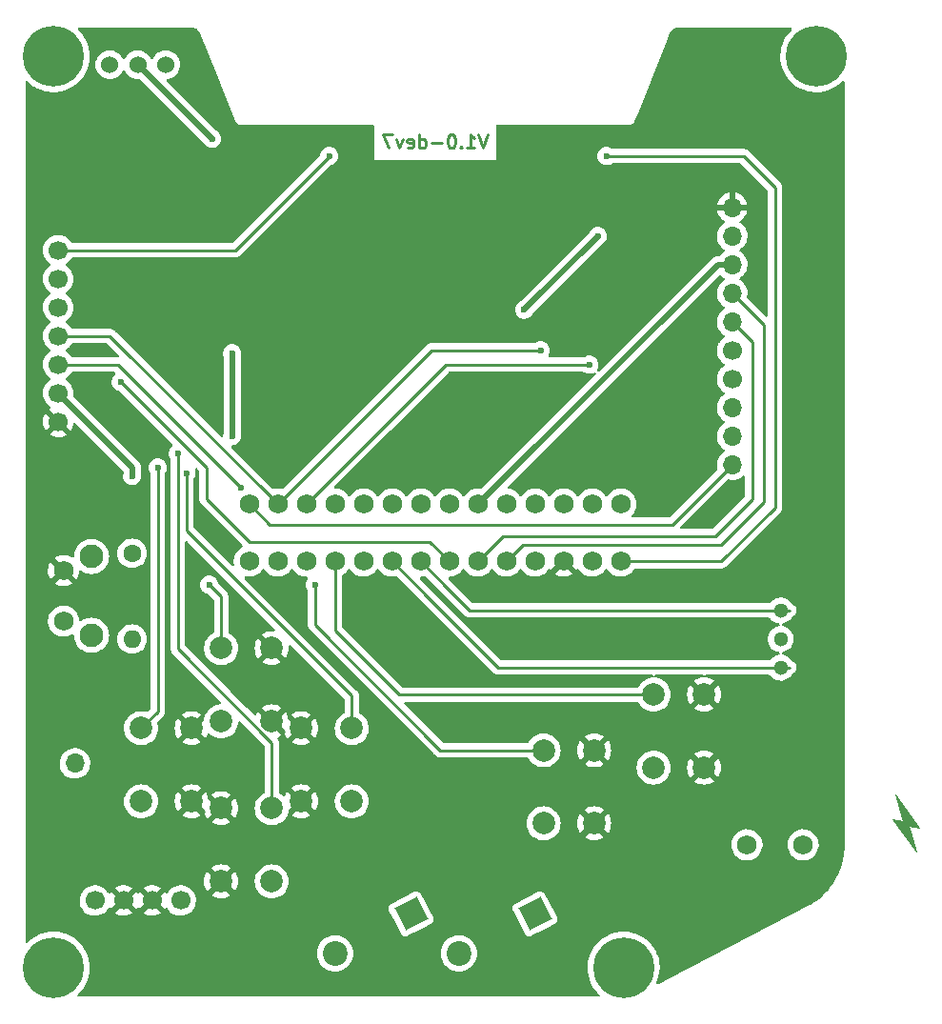
<source format=gbr>
G04 #@! TF.GenerationSoftware,KiCad,Pcbnew,(6.0.4)*
G04 #@! TF.CreationDate,2022-05-01T01:23:01+08:00*
G04 #@! TF.ProjectId,system,73797374-656d-42e6-9b69-6361645f7063,1.0-dev7*
G04 #@! TF.SameCoordinates,Original*
G04 #@! TF.FileFunction,Copper,L2,Bot*
G04 #@! TF.FilePolarity,Positive*
%FSLAX46Y46*%
G04 Gerber Fmt 4.6, Leading zero omitted, Abs format (unit mm)*
G04 Created by KiCad (PCBNEW (6.0.4)) date 2022-05-01 01:23:01*
%MOMM*%
%LPD*%
G01*
G04 APERTURE LIST*
G04 Aperture macros list*
%AMHorizOval*
0 Thick line with rounded ends*
0 $1 width*
0 $2 $3 position (X,Y) of the first rounded end (center of the circle)*
0 $4 $5 position (X,Y) of the second rounded end (center of the circle)*
0 Add line between two ends*
20,1,$1,$2,$3,$4,$5,0*
0 Add two circle primitives to create the rounded ends*
1,1,$1,$2,$3*
1,1,$1,$4,$5*%
%AMRotRect*
0 Rectangle, with rotation*
0 The origin of the aperture is its center*
0 $1 length*
0 $2 width*
0 $3 Rotation angle, in degrees counterclockwise*
0 Add horizontal line*
21,1,$1,$2,0,0,$3*%
G04 Aperture macros list end*
G04 #@! TA.AperFunction,NonConductor*
%ADD10C,0.100000*%
G04 #@! TD*
%ADD11C,0.250000*%
G04 #@! TA.AperFunction,NonConductor*
%ADD12C,0.250000*%
G04 #@! TD*
G04 #@! TA.AperFunction,ComponentPad*
%ADD13C,1.750000*%
G04 #@! TD*
G04 #@! TA.AperFunction,ComponentPad*
%ADD14C,5.399999*%
G04 #@! TD*
G04 #@! TA.AperFunction,ComponentPad*
%ADD15C,5.400000*%
G04 #@! TD*
G04 #@! TA.AperFunction,ComponentPad*
%ADD16RotRect,2.200000X2.200000X207.500000*%
G04 #@! TD*
G04 #@! TA.AperFunction,ComponentPad*
%ADD17HorizOval,2.200000X0.000000X0.000000X0.000000X0.000000X0*%
G04 #@! TD*
G04 #@! TA.AperFunction,ComponentPad*
%ADD18C,1.524000*%
G04 #@! TD*
G04 #@! TA.AperFunction,ComponentPad*
%ADD19C,1.700000*%
G04 #@! TD*
G04 #@! TA.AperFunction,ComponentPad*
%ADD20C,2.000000*%
G04 #@! TD*
G04 #@! TA.AperFunction,ComponentPad*
%ADD21C,1.300000*%
G04 #@! TD*
G04 #@! TA.AperFunction,ComponentPad*
%ADD22C,1.600000*%
G04 #@! TD*
G04 #@! TA.AperFunction,ComponentPad*
%ADD23O,1.600000X1.600000*%
G04 #@! TD*
G04 #@! TA.AperFunction,ComponentPad*
%ADD24C,2.100000*%
G04 #@! TD*
G04 #@! TA.AperFunction,ComponentPad*
%ADD25O,1.700000X1.700000*%
G04 #@! TD*
G04 #@! TA.AperFunction,ViaPad*
%ADD26C,0.600000*%
G04 #@! TD*
G04 #@! TA.AperFunction,Conductor*
%ADD27C,0.254000*%
G04 #@! TD*
G04 #@! TA.AperFunction,Conductor*
%ADD28C,0.508000*%
G04 #@! TD*
G04 APERTURE END LIST*
D10*
G36*
X181737000Y-138176000D02*
G01*
X182499000Y-140843000D01*
X180340000Y-137922000D01*
X181737000Y-138176000D01*
G37*
X181737000Y-138176000D02*
X182499000Y-140843000D01*
X180340000Y-137922000D01*
X181737000Y-138176000D01*
G36*
X182753000Y-138684000D02*
G01*
X181356000Y-138430000D01*
X180594000Y-135763000D01*
X182753000Y-138684000D01*
G37*
X182753000Y-138684000D02*
X181356000Y-138430000D01*
X180594000Y-135763000D01*
X182753000Y-138684000D01*
D11*
D12*
X144357142Y-77066857D02*
X143957142Y-78266857D01*
X143557142Y-77066857D01*
X142528571Y-78266857D02*
X143214285Y-78266857D01*
X142871428Y-78266857D02*
X142871428Y-77066857D01*
X142985714Y-77238285D01*
X143100000Y-77352571D01*
X143214285Y-77409714D01*
X142014285Y-78152571D02*
X141957142Y-78209714D01*
X142014285Y-78266857D01*
X142071428Y-78209714D01*
X142014285Y-78152571D01*
X142014285Y-78266857D01*
X141214285Y-77066857D02*
X141100000Y-77066857D01*
X140985714Y-77124000D01*
X140928571Y-77181142D01*
X140871428Y-77295428D01*
X140814285Y-77524000D01*
X140814285Y-77809714D01*
X140871428Y-78038285D01*
X140928571Y-78152571D01*
X140985714Y-78209714D01*
X141100000Y-78266857D01*
X141214285Y-78266857D01*
X141328571Y-78209714D01*
X141385714Y-78152571D01*
X141442857Y-78038285D01*
X141500000Y-77809714D01*
X141500000Y-77524000D01*
X141442857Y-77295428D01*
X141385714Y-77181142D01*
X141328571Y-77124000D01*
X141214285Y-77066857D01*
X140300000Y-77809714D02*
X139385714Y-77809714D01*
X138300000Y-78266857D02*
X138300000Y-77066857D01*
X138300000Y-78209714D02*
X138414285Y-78266857D01*
X138642857Y-78266857D01*
X138757142Y-78209714D01*
X138814285Y-78152571D01*
X138871428Y-78038285D01*
X138871428Y-77695428D01*
X138814285Y-77581142D01*
X138757142Y-77524000D01*
X138642857Y-77466857D01*
X138414285Y-77466857D01*
X138300000Y-77524000D01*
X137271428Y-78209714D02*
X137385714Y-78266857D01*
X137614285Y-78266857D01*
X137728571Y-78209714D01*
X137785714Y-78095428D01*
X137785714Y-77638285D01*
X137728571Y-77524000D01*
X137614285Y-77466857D01*
X137385714Y-77466857D01*
X137271428Y-77524000D01*
X137214285Y-77638285D01*
X137214285Y-77752571D01*
X137785714Y-77866857D01*
X136814285Y-77466857D02*
X136528571Y-78266857D01*
X136242857Y-77466857D01*
X135900000Y-77066857D02*
X135100000Y-77066857D01*
X135614285Y-78266857D01*
D13*
X167426000Y-140208000D03*
X172426000Y-140208000D03*
D14*
X105791000Y-70104000D03*
D15*
X173609000Y-70104000D03*
D14*
X105791000Y-151130000D03*
X156464000Y-151130000D03*
D16*
X137569023Y-146341476D03*
D17*
X130810000Y-149860000D03*
D18*
X110794800Y-70866000D03*
X113284000Y-70866000D03*
X115773200Y-70866000D03*
D19*
X106200000Y-102616000D03*
X106200000Y-100076000D03*
X106200000Y-97536000D03*
X106200000Y-94996000D03*
X106200000Y-92456000D03*
X106200000Y-89916000D03*
X106200000Y-87376000D03*
D20*
X159131000Y-126850000D03*
X159131000Y-133350000D03*
X163631000Y-126850000D03*
X163631000Y-133350000D03*
X120686000Y-122734000D03*
X120686000Y-129234000D03*
X125186000Y-129234000D03*
X125186000Y-122734000D03*
X125186000Y-136958000D03*
X125186000Y-143458000D03*
X120686000Y-143458000D03*
X120686000Y-136958000D03*
X113574000Y-129846000D03*
X113574000Y-136346000D03*
X118074000Y-129846000D03*
X118074000Y-136346000D03*
X132298000Y-136346000D03*
X132298000Y-129846000D03*
X127798000Y-136346000D03*
X127798000Y-129846000D03*
X149352000Y-131803000D03*
X149352000Y-138303000D03*
X153852000Y-138303000D03*
X153852000Y-131803000D03*
D16*
X148590000Y-146341476D03*
D17*
X141830977Y-149860000D03*
D21*
X170434000Y-124460000D03*
X170434000Y-121920000D03*
X170434000Y-119380000D03*
D22*
X112776000Y-114300000D03*
D23*
X112776000Y-121920000D03*
D24*
X109170000Y-121584000D03*
X109170000Y-114574000D03*
D13*
X106680000Y-115824000D03*
X106680000Y-120324000D03*
X156210000Y-115000000D03*
X153670000Y-115000000D03*
X151130000Y-115000000D03*
X148590000Y-115000000D03*
X146050000Y-115000000D03*
X143510000Y-115000000D03*
X140970000Y-115000000D03*
X138430000Y-115000000D03*
X135890000Y-115000000D03*
X133350000Y-115000000D03*
X130810000Y-115000000D03*
X128270000Y-115000000D03*
X125730000Y-115000000D03*
X123190000Y-115000000D03*
X123190000Y-109920000D03*
X125730000Y-109920000D03*
X128270000Y-109920000D03*
X130810000Y-109920000D03*
X133350000Y-109920000D03*
X135890000Y-109920000D03*
X138430000Y-109920000D03*
X140970000Y-109920000D03*
X143510000Y-109920000D03*
X146050000Y-109920000D03*
X148590000Y-109920000D03*
X151130000Y-109920000D03*
X153670000Y-109920000D03*
X156210000Y-109920000D03*
D19*
X112014000Y-145161000D03*
X114554000Y-145161000D03*
X117094000Y-145161000D03*
X109474000Y-145161000D03*
D25*
X166116000Y-83566000D03*
X166116000Y-86106000D03*
X166116000Y-88646000D03*
X166116000Y-91186000D03*
X166116000Y-93726000D03*
D19*
X166116000Y-96266000D03*
X166116000Y-98806000D03*
D25*
X166116000Y-101346000D03*
X166116000Y-103886000D03*
X166116000Y-106426000D03*
X107696000Y-132969000D03*
D26*
X137033000Y-121793000D03*
X142494000Y-101092000D03*
X109220000Y-96266000D03*
X165100000Y-110490000D03*
X118872000Y-111506000D03*
X118364000Y-115316000D03*
X156464000Y-103251000D03*
X164084000Y-121920000D03*
X121666000Y-113538000D03*
X162560000Y-97536000D03*
X124460000Y-116840000D03*
X119887994Y-77470000D03*
X116839984Y-105410000D03*
X115062000Y-106680000D03*
X117602000Y-107188000D03*
X119633994Y-117094000D03*
X129032000Y-117094000D03*
X111760000Y-99060000D03*
X121666000Y-96520008D03*
X121666000Y-103886000D03*
X112776000Y-107442000D03*
X154940000Y-78994000D03*
X130301998Y-78994000D03*
X149098000Y-96265998D03*
X153416000Y-97536000D03*
X122428000Y-108458001D03*
X154178000Y-86106000D03*
X147637500Y-92646500D03*
D27*
X159131000Y-126850000D02*
X136502000Y-126850000D01*
X136502000Y-126850000D02*
X130810000Y-121158000D01*
X130810000Y-121158000D02*
X130810000Y-115000000D01*
D28*
X119887994Y-77469994D02*
X119887994Y-77470000D01*
X113284000Y-70866000D02*
X119887994Y-77469994D01*
D27*
X116839984Y-122781498D02*
X116839984Y-105410000D01*
X125186000Y-136958000D02*
X125186000Y-131127514D01*
X125186000Y-131127514D02*
X116839984Y-122781498D01*
X113574000Y-129846000D02*
X115062000Y-128358000D01*
X115062000Y-128358000D02*
X115062000Y-106680000D01*
X132298000Y-126964000D02*
X117602000Y-112268000D01*
X132298000Y-129846000D02*
X132298000Y-126964000D01*
X117602000Y-112268000D02*
X117602000Y-107188000D01*
X120686000Y-118146006D02*
X119633994Y-117094000D01*
X120686000Y-122734000D02*
X120686000Y-118146006D01*
X129032000Y-120650000D02*
X129032000Y-117094000D01*
X149352000Y-131803000D02*
X140185000Y-131803000D01*
X140185000Y-131803000D02*
X129032000Y-120650000D01*
X171196000Y-119380000D02*
X142810000Y-119380000D01*
X142810000Y-119380000D02*
X140778000Y-117348000D01*
X140778000Y-117348000D02*
X138430000Y-115000000D01*
X140970000Y-115000000D02*
X139254000Y-113284000D01*
X119380000Y-109474000D02*
X119380000Y-106680000D01*
X123190000Y-113284000D02*
X119380000Y-109474000D01*
X139254000Y-113284000D02*
X123190000Y-113284000D01*
X119380000Y-106680000D02*
X111760000Y-99060000D01*
X171196000Y-124460000D02*
X145350000Y-124460000D01*
X145350000Y-124460000D02*
X139152409Y-118262409D01*
X139152409Y-118262409D02*
X135890000Y-115000000D01*
D28*
X112776000Y-106652000D02*
X106200000Y-100076000D01*
X112776000Y-107442000D02*
X112776000Y-106652000D01*
X143572000Y-109920000D02*
X143510000Y-109920000D01*
X166116000Y-88646000D02*
X164846000Y-88646000D01*
X121666000Y-103886000D02*
X121666000Y-96520008D01*
X164846000Y-88646000D02*
X143572000Y-109920000D01*
D27*
X166116000Y-93726000D02*
X167894000Y-95504000D01*
X167894000Y-95504000D02*
X167894000Y-109474000D01*
X167894000Y-109474000D02*
X164592000Y-112776000D01*
X145734000Y-112776000D02*
X143510000Y-115000000D01*
X164592000Y-112776000D02*
X145734000Y-112776000D01*
X168910000Y-93980000D02*
X168910000Y-109728000D01*
X165100000Y-113538000D02*
X147512000Y-113538000D01*
X147512000Y-113538000D02*
X146050000Y-115000000D01*
X168910000Y-109728000D02*
X165100000Y-113538000D01*
X166116000Y-91186000D02*
X168910000Y-93980000D01*
X106200000Y-87376000D02*
X121919998Y-87376000D01*
X169926000Y-81788000D02*
X167132000Y-78994000D01*
X167132000Y-78994000D02*
X154940000Y-78994000D01*
X156210000Y-115000000D02*
X165162000Y-115000000D01*
X165162000Y-115000000D02*
X169926000Y-110236000D01*
X121919998Y-87376000D02*
X130301998Y-78994000D01*
X169926000Y-110236000D02*
X169926000Y-81788000D01*
X123190000Y-109920000D02*
X125030000Y-111760000D01*
X160782000Y-111760000D02*
X166116000Y-106426000D01*
X125030000Y-111760000D02*
X160782000Y-111760000D01*
X139384002Y-96265998D02*
X149098000Y-96265998D01*
X110806000Y-94996000D02*
X106200000Y-94996000D01*
X125730000Y-109920000D02*
X110806000Y-94996000D01*
X125730000Y-109920000D02*
X139384002Y-96265998D01*
X128270000Y-109920000D02*
X140654000Y-97536000D01*
X140654000Y-97536000D02*
X153416000Y-97536000D01*
X106200000Y-97536000D02*
X111505999Y-97536000D01*
X111505999Y-97536000D02*
X122428000Y-108458001D01*
D28*
X147637500Y-92646500D02*
X154178000Y-86106000D01*
G04 #@! TA.AperFunction,Conductor*
G36*
X118080018Y-67566000D02*
G01*
X118094851Y-67568310D01*
X118094855Y-67568310D01*
X118103724Y-67569691D01*
X118112626Y-67568527D01*
X118112628Y-67568527D01*
X118113740Y-67568381D01*
X118114217Y-67568319D01*
X118143353Y-67567908D01*
X118251186Y-67578924D01*
X118276269Y-67584104D01*
X118399335Y-67622906D01*
X118422853Y-67633051D01*
X118535540Y-67695945D01*
X118556519Y-67710634D01*
X118654156Y-67795011D01*
X118671732Y-67813641D01*
X118750286Y-67916014D01*
X118763733Y-67937814D01*
X118808027Y-68029306D01*
X118813083Y-68044422D01*
X118813850Y-68044154D01*
X118816817Y-68052626D01*
X118818552Y-68061430D01*
X118822687Y-68069391D01*
X118822688Y-68069393D01*
X118837956Y-68098786D01*
X118843106Y-68110014D01*
X120339684Y-71846136D01*
X120923587Y-73303816D01*
X121943699Y-75850469D01*
X121947882Y-75862692D01*
X121959051Y-75901771D01*
X121963840Y-75909361D01*
X121991207Y-75952736D01*
X121993778Y-75956997D01*
X122023892Y-76009198D01*
X122029941Y-76014982D01*
X122032312Y-76017883D01*
X122036776Y-76024958D01*
X122043505Y-76030901D01*
X122043506Y-76030902D01*
X122081921Y-76064830D01*
X122085594Y-76068206D01*
X122122671Y-76103662D01*
X122122676Y-76103666D01*
X122129162Y-76109868D01*
X122136588Y-76113721D01*
X122139683Y-76115843D01*
X122145951Y-76121378D01*
X122154073Y-76125191D01*
X122154077Y-76125194D01*
X122200500Y-76146989D01*
X122204939Y-76149181D01*
X122258455Y-76176945D01*
X122266666Y-76178559D01*
X122270227Y-76179725D01*
X122277800Y-76183281D01*
X122286663Y-76184661D01*
X122286666Y-76184662D01*
X122337326Y-76192550D01*
X122342242Y-76193416D01*
X122392566Y-76203308D01*
X122392567Y-76203308D01*
X122401378Y-76205040D01*
X122445776Y-76201015D01*
X122457152Y-76200500D01*
X134169072Y-76200500D01*
X134237193Y-76220502D01*
X134283686Y-76274158D01*
X134295072Y-76326499D01*
X134295072Y-79386000D01*
X145104929Y-79386000D01*
X145104929Y-76326499D01*
X145124931Y-76258378D01*
X145178587Y-76211885D01*
X145230929Y-76200499D01*
X156939027Y-76200499D01*
X156951933Y-76201162D01*
X156983422Y-76204405D01*
X156983426Y-76204405D01*
X156992352Y-76205324D01*
X157001177Y-76203701D01*
X157001181Y-76203701D01*
X157051605Y-76194428D01*
X157056530Y-76193623D01*
X157107295Y-76186353D01*
X157107299Y-76186352D01*
X157116187Y-76185079D01*
X157123803Y-76181616D01*
X157127379Y-76180492D01*
X157135608Y-76178979D01*
X157189406Y-76151897D01*
X157193904Y-76149743D01*
X157240614Y-76128505D01*
X157240615Y-76128504D01*
X157248782Y-76124791D01*
X157255120Y-76119330D01*
X157258243Y-76117245D01*
X157265710Y-76113486D01*
X157309764Y-76072375D01*
X157313477Y-76069046D01*
X157352328Y-76035571D01*
X157352330Y-76035568D01*
X157359127Y-76029712D01*
X157363678Y-76022690D01*
X157366086Y-76019817D01*
X157372202Y-76014110D01*
X157402952Y-75962280D01*
X157405556Y-75958082D01*
X157438352Y-75907484D01*
X157451130Y-75864755D01*
X157454876Y-75854023D01*
X157723468Y-75183500D01*
X160198429Y-69004899D01*
X160554032Y-68117156D01*
X160560635Y-68103212D01*
X160572824Y-68081086D01*
X160577155Y-68073224D01*
X160579106Y-68064460D01*
X160579455Y-68062894D01*
X160589036Y-68035371D01*
X160636264Y-67937819D01*
X160649710Y-67916020D01*
X160728270Y-67813639D01*
X160745846Y-67795009D01*
X160843482Y-67710633D01*
X160864461Y-67695943D01*
X160877648Y-67688583D01*
X160977149Y-67633049D01*
X161000665Y-67622906D01*
X161123731Y-67584104D01*
X161148814Y-67578924D01*
X161249934Y-67568594D01*
X161265869Y-67569012D01*
X161265879Y-67568200D01*
X161274852Y-67568310D01*
X161283724Y-67569691D01*
X161292626Y-67568527D01*
X161292628Y-67568527D01*
X161308761Y-67566417D01*
X161315286Y-67565564D01*
X161331621Y-67564500D01*
X171303526Y-67564500D01*
X171371647Y-67584502D01*
X171418140Y-67638158D01*
X171428244Y-67708432D01*
X171398750Y-67773012D01*
X171386524Y-67785301D01*
X171360593Y-67808002D01*
X171358218Y-67810603D01*
X171126414Y-68064460D01*
X171118672Y-68072938D01*
X170907792Y-68363190D01*
X170730580Y-68675140D01*
X170589245Y-69004899D01*
X170485549Y-69348358D01*
X170476893Y-69395523D01*
X170426965Y-69667560D01*
X170420784Y-69701235D01*
X170395757Y-70059132D01*
X170410781Y-70417588D01*
X170465668Y-70772136D01*
X170559734Y-71118356D01*
X170691806Y-71451933D01*
X170693461Y-71455045D01*
X170693463Y-71455050D01*
X170719318Y-71503676D01*
X170860239Y-71768709D01*
X170862224Y-71771607D01*
X170862230Y-71771618D01*
X171060942Y-72061829D01*
X171060947Y-72061835D01*
X171062933Y-72064736D01*
X171065236Y-72067404D01*
X171117853Y-72128361D01*
X171297361Y-72336324D01*
X171560602Y-72580087D01*
X171849375Y-72792989D01*
X171852412Y-72794743D01*
X171852415Y-72794744D01*
X172160080Y-72972375D01*
X172163301Y-72973782D01*
X172485622Y-73114601D01*
X172485632Y-73114605D01*
X172488844Y-73116008D01*
X172492201Y-73117047D01*
X172492206Y-73117049D01*
X172634735Y-73161169D01*
X172831570Y-73222100D01*
X173183987Y-73289327D01*
X173380558Y-73304452D01*
X173538203Y-73316582D01*
X173538204Y-73316582D01*
X173541700Y-73316851D01*
X173759001Y-73309263D01*
X173896738Y-73304453D01*
X173896743Y-73304453D01*
X173900253Y-73304330D01*
X173903741Y-73303815D01*
X174251683Y-73252436D01*
X174251689Y-73252435D01*
X174255175Y-73251920D01*
X174258579Y-73251021D01*
X174258582Y-73251020D01*
X174598652Y-73161169D01*
X174598653Y-73161169D01*
X174602043Y-73160273D01*
X174936534Y-73030533D01*
X175254478Y-72864316D01*
X175551913Y-72663693D01*
X175825131Y-72431167D01*
X175827526Y-72428617D01*
X175827534Y-72428609D01*
X175898650Y-72352877D01*
X175959863Y-72316912D01*
X176030802Y-72319749D01*
X176088947Y-72360490D01*
X176115835Y-72426198D01*
X176116500Y-72439130D01*
X176116500Y-140158633D01*
X176115000Y-140178018D01*
X176112690Y-140192851D01*
X176112690Y-140192855D01*
X176111309Y-140201724D01*
X176112473Y-140210625D01*
X176112473Y-140210629D01*
X176114164Y-140223556D01*
X176115141Y-140244573D01*
X176099600Y-140662767D01*
X176098906Y-140672099D01*
X176070833Y-140922997D01*
X176048820Y-141119727D01*
X176047435Y-141128973D01*
X175965220Y-141566563D01*
X175964268Y-141571628D01*
X175962203Y-141580744D01*
X175859950Y-141965115D01*
X175846406Y-142016027D01*
X175843668Y-142024969D01*
X175717566Y-142388031D01*
X175695885Y-142450452D01*
X175692493Y-142459160D01*
X175606248Y-142658365D01*
X175513540Y-142872498D01*
X175509507Y-142880939D01*
X175382929Y-143122382D01*
X175300377Y-143279846D01*
X175295730Y-143287962D01*
X175118531Y-143572394D01*
X175057558Y-143670264D01*
X175052322Y-143678011D01*
X174786434Y-144041582D01*
X174780647Y-144048907D01*
X174679275Y-144167870D01*
X174488516Y-144391731D01*
X174482192Y-144398618D01*
X174165410Y-144718827D01*
X174158595Y-144725222D01*
X173818936Y-145021025D01*
X173811656Y-145026904D01*
X173450973Y-145296687D01*
X173443291Y-145302000D01*
X173096824Y-145523057D01*
X173075356Y-145534019D01*
X173070771Y-145535831D01*
X173062420Y-145539131D01*
X173050833Y-145548139D01*
X173050151Y-145548669D01*
X173031004Y-145560953D01*
X164279828Y-150117216D01*
X160386318Y-152144356D01*
X159584594Y-152561770D01*
X159514935Y-152575487D01*
X159448919Y-152549366D01*
X159407504Y-152491700D01*
X159403840Y-152420798D01*
X159411300Y-152398761D01*
X159466682Y-152274372D01*
X159468114Y-152271156D01*
X159576595Y-151929179D01*
X159646281Y-151577240D01*
X159661785Y-151392611D01*
X159676119Y-151221912D01*
X159676120Y-151221901D01*
X159676302Y-151219728D01*
X159677555Y-151130000D01*
X159670517Y-151004106D01*
X159667261Y-150945875D01*
X159657528Y-150771788D01*
X159597696Y-150418042D01*
X159498805Y-150073169D01*
X159408911Y-149855070D01*
X159363426Y-149744714D01*
X159363422Y-149744706D01*
X159362088Y-149741469D01*
X159189249Y-149427075D01*
X158982442Y-149133907D01*
X158744245Y-148865619D01*
X158477626Y-148625555D01*
X158474776Y-148623514D01*
X158474769Y-148623509D01*
X158188763Y-148418749D01*
X158188760Y-148418747D01*
X158185909Y-148416706D01*
X157872730Y-148241676D01*
X157541992Y-148102647D01*
X157538623Y-148101656D01*
X157538619Y-148101654D01*
X157386754Y-148056958D01*
X157197818Y-148001351D01*
X156914904Y-147951465D01*
X156847958Y-147939661D01*
X156847956Y-147939661D01*
X156844498Y-147939051D01*
X156840987Y-147938830D01*
X156840986Y-147938830D01*
X156489953Y-147916744D01*
X156489947Y-147916744D01*
X156486435Y-147916523D01*
X156385046Y-147921482D01*
X156131599Y-147933877D01*
X156131591Y-147933878D01*
X156128092Y-147934049D01*
X156124624Y-147934611D01*
X156124621Y-147934611D01*
X155777411Y-147990847D01*
X155777408Y-147990848D01*
X155773936Y-147991410D01*
X155770549Y-147992356D01*
X155770543Y-147992357D01*
X155431776Y-148086943D01*
X155428381Y-148087891D01*
X155425118Y-148089209D01*
X155425116Y-148089210D01*
X155098992Y-148220973D01*
X155095735Y-148222289D01*
X154780142Y-148392929D01*
X154485538Y-148597684D01*
X154482896Y-148599997D01*
X154482892Y-148600000D01*
X154350508Y-148715894D01*
X154215593Y-148834003D01*
X153973673Y-149098939D01*
X153762793Y-149389191D01*
X153585581Y-149701140D01*
X153444246Y-150030899D01*
X153405869Y-150158010D01*
X153343930Y-150363164D01*
X153340550Y-150374358D01*
X153331894Y-150421523D01*
X153299739Y-150596722D01*
X153275785Y-150727235D01*
X153250758Y-151085132D01*
X153265782Y-151443588D01*
X153320669Y-151798136D01*
X153414735Y-152144356D01*
X153416028Y-152147621D01*
X153540584Y-152462214D01*
X153546807Y-152477932D01*
X153548462Y-152481044D01*
X153548464Y-152481049D01*
X153598678Y-152575487D01*
X153715240Y-152794708D01*
X153717225Y-152797606D01*
X153717231Y-152797617D01*
X153915943Y-153087828D01*
X153915948Y-153087834D01*
X153917934Y-153090735D01*
X154152362Y-153362323D01*
X154154932Y-153364703D01*
X154154936Y-153364707D01*
X154299906Y-153498950D01*
X154336298Y-153559910D01*
X154333955Y-153630868D01*
X154293622Y-153689295D01*
X154228103Y-153716641D01*
X154214296Y-153717400D01*
X108043814Y-153717400D01*
X107975693Y-153697398D01*
X107929200Y-153643742D01*
X107919096Y-153573468D01*
X107948590Y-153508888D01*
X107962151Y-153495446D01*
X108007130Y-153457166D01*
X108096194Y-153362323D01*
X108250315Y-153198201D01*
X108250319Y-153198196D01*
X108252726Y-153195633D01*
X108254831Y-153192819D01*
X108254837Y-153192812D01*
X108465529Y-152911173D01*
X108467638Y-152908354D01*
X108649188Y-152598909D01*
X108795114Y-152271156D01*
X108903595Y-151929179D01*
X108973281Y-151577240D01*
X108988785Y-151392611D01*
X109003119Y-151221912D01*
X109003120Y-151221901D01*
X109003302Y-151219728D01*
X109004555Y-151130000D01*
X108997517Y-151004106D01*
X108994261Y-150945875D01*
X108984528Y-150771788D01*
X108924696Y-150418042D01*
X108825805Y-150073169D01*
X108737943Y-149860000D01*
X129196526Y-149860000D01*
X129216391Y-150112403D01*
X129275495Y-150358591D01*
X129277388Y-150363162D01*
X129277389Y-150363164D01*
X129280628Y-150370982D01*
X129372384Y-150592502D01*
X129504672Y-150808376D01*
X129669102Y-151000898D01*
X129861624Y-151165328D01*
X130077498Y-151297616D01*
X130082068Y-151299509D01*
X130082072Y-151299511D01*
X130306836Y-151392611D01*
X130311409Y-151394505D01*
X130385873Y-151412382D01*
X130552784Y-151452454D01*
X130552790Y-151452455D01*
X130557597Y-151453609D01*
X130810000Y-151473474D01*
X131062403Y-151453609D01*
X131067210Y-151452455D01*
X131067216Y-151452454D01*
X131234127Y-151412382D01*
X131308591Y-151394505D01*
X131313164Y-151392611D01*
X131537928Y-151299511D01*
X131537932Y-151299509D01*
X131542502Y-151297616D01*
X131758376Y-151165328D01*
X131950898Y-151000898D01*
X132115328Y-150808376D01*
X132247616Y-150592502D01*
X132339373Y-150370982D01*
X132342611Y-150363164D01*
X132342612Y-150363162D01*
X132344505Y-150358591D01*
X132403609Y-150112403D01*
X132423474Y-149860000D01*
X140217503Y-149860000D01*
X140237368Y-150112403D01*
X140296472Y-150358591D01*
X140298365Y-150363162D01*
X140298366Y-150363164D01*
X140301605Y-150370982D01*
X140393361Y-150592502D01*
X140525649Y-150808376D01*
X140690079Y-151000898D01*
X140882601Y-151165328D01*
X141098475Y-151297616D01*
X141103045Y-151299509D01*
X141103049Y-151299511D01*
X141327813Y-151392611D01*
X141332386Y-151394505D01*
X141406850Y-151412382D01*
X141573761Y-151452454D01*
X141573767Y-151452455D01*
X141578574Y-151453609D01*
X141830977Y-151473474D01*
X142083380Y-151453609D01*
X142088187Y-151452455D01*
X142088193Y-151452454D01*
X142255104Y-151412382D01*
X142329568Y-151394505D01*
X142334141Y-151392611D01*
X142558905Y-151299511D01*
X142558909Y-151299509D01*
X142563479Y-151297616D01*
X142779353Y-151165328D01*
X142971875Y-151000898D01*
X143136305Y-150808376D01*
X143268593Y-150592502D01*
X143360350Y-150370982D01*
X143363588Y-150363164D01*
X143363589Y-150363162D01*
X143365482Y-150358591D01*
X143424586Y-150112403D01*
X143444451Y-149860000D01*
X143424586Y-149607597D01*
X143365482Y-149361409D01*
X143268593Y-149127498D01*
X143136305Y-148911624D01*
X142971875Y-148719102D01*
X142779353Y-148554672D01*
X142563479Y-148422384D01*
X142558909Y-148420491D01*
X142558905Y-148420489D01*
X142334141Y-148327389D01*
X142334139Y-148327388D01*
X142329568Y-148325495D01*
X142244945Y-148305179D01*
X142088193Y-148267546D01*
X142088187Y-148267545D01*
X142083380Y-148266391D01*
X141830977Y-148246526D01*
X141578574Y-148266391D01*
X141573767Y-148267545D01*
X141573761Y-148267546D01*
X141417009Y-148305179D01*
X141332386Y-148325495D01*
X141327815Y-148327388D01*
X141327813Y-148327389D01*
X141103049Y-148420489D01*
X141103045Y-148420491D01*
X141098475Y-148422384D01*
X140882601Y-148554672D01*
X140690079Y-148719102D01*
X140525649Y-148911624D01*
X140393361Y-149127498D01*
X140296472Y-149361409D01*
X140237368Y-149607597D01*
X140217503Y-149860000D01*
X132423474Y-149860000D01*
X132403609Y-149607597D01*
X132344505Y-149361409D01*
X132247616Y-149127498D01*
X132115328Y-148911624D01*
X131950898Y-148719102D01*
X131758376Y-148554672D01*
X131542502Y-148422384D01*
X131537932Y-148420491D01*
X131537928Y-148420489D01*
X131313164Y-148327389D01*
X131313162Y-148327388D01*
X131308591Y-148325495D01*
X131223968Y-148305179D01*
X131067216Y-148267546D01*
X131067210Y-148267545D01*
X131062403Y-148266391D01*
X130810000Y-148246526D01*
X130557597Y-148266391D01*
X130552790Y-148267545D01*
X130552784Y-148267546D01*
X130396032Y-148305179D01*
X130311409Y-148325495D01*
X130306838Y-148327388D01*
X130306836Y-148327389D01*
X130082072Y-148420489D01*
X130082068Y-148420491D01*
X130077498Y-148422384D01*
X129861624Y-148554672D01*
X129669102Y-148719102D01*
X129504672Y-148911624D01*
X129372384Y-149127498D01*
X129275495Y-149361409D01*
X129216391Y-149607597D01*
X129196526Y-149860000D01*
X108737943Y-149860000D01*
X108735911Y-149855070D01*
X108690426Y-149744714D01*
X108690422Y-149744706D01*
X108689088Y-149741469D01*
X108516249Y-149427075D01*
X108309442Y-149133907D01*
X108071245Y-148865619D01*
X107804626Y-148625555D01*
X107801776Y-148623514D01*
X107801769Y-148623509D01*
X107515763Y-148418749D01*
X107515760Y-148418747D01*
X107512909Y-148416706D01*
X107199730Y-148241676D01*
X106868992Y-148102647D01*
X106865623Y-148101656D01*
X106865619Y-148101654D01*
X106713754Y-148056958D01*
X106524818Y-148001351D01*
X106241904Y-147951465D01*
X106174958Y-147939661D01*
X106174956Y-147939661D01*
X106171498Y-147939051D01*
X106167987Y-147938830D01*
X106167986Y-147938830D01*
X105816953Y-147916744D01*
X105816947Y-147916744D01*
X105813435Y-147916523D01*
X105712046Y-147921482D01*
X105458599Y-147933877D01*
X105458591Y-147933878D01*
X105455092Y-147934049D01*
X105451624Y-147934611D01*
X105451621Y-147934611D01*
X105104411Y-147990847D01*
X105104408Y-147990848D01*
X105100936Y-147991410D01*
X105097549Y-147992356D01*
X105097543Y-147992357D01*
X104758776Y-148086943D01*
X104755381Y-148087891D01*
X104752118Y-148089209D01*
X104752116Y-148089210D01*
X104425992Y-148220973D01*
X104422735Y-148222289D01*
X104107142Y-148392929D01*
X103812538Y-148597684D01*
X103809896Y-148599997D01*
X103809892Y-148600000D01*
X103677508Y-148715894D01*
X103542593Y-148834003D01*
X103540218Y-148836604D01*
X103502545Y-148877861D01*
X103441841Y-148914678D01*
X103370868Y-148912831D01*
X103312161Y-148872906D01*
X103284358Y-148807579D01*
X103283500Y-148792899D01*
X103283500Y-145127695D01*
X108111251Y-145127695D01*
X108111548Y-145132848D01*
X108111548Y-145132851D01*
X108121156Y-145299485D01*
X108124110Y-145350715D01*
X108125247Y-145355761D01*
X108125248Y-145355767D01*
X108144974Y-145443295D01*
X108173222Y-145568639D01*
X108257266Y-145775616D01*
X108294072Y-145835678D01*
X108371288Y-145961683D01*
X108373987Y-145966088D01*
X108520250Y-146134938D01*
X108692126Y-146277632D01*
X108885000Y-146390338D01*
X109093692Y-146470030D01*
X109098760Y-146471061D01*
X109098763Y-146471062D01*
X109203604Y-146492392D01*
X109312597Y-146514567D01*
X109317772Y-146514757D01*
X109317774Y-146514757D01*
X109530673Y-146522564D01*
X109530677Y-146522564D01*
X109535837Y-146522753D01*
X109540957Y-146522097D01*
X109540959Y-146522097D01*
X109752288Y-146495025D01*
X109752289Y-146495025D01*
X109757416Y-146494368D01*
X109762366Y-146492883D01*
X109966429Y-146431661D01*
X109966434Y-146431659D01*
X109971384Y-146430174D01*
X110171994Y-146331896D01*
X110236544Y-146285853D01*
X111253977Y-146285853D01*
X111259258Y-146292907D01*
X111420756Y-146387279D01*
X111430042Y-146391729D01*
X111629001Y-146467703D01*
X111638899Y-146470579D01*
X111847595Y-146513038D01*
X111857823Y-146514257D01*
X112070650Y-146522062D01*
X112080936Y-146521595D01*
X112292185Y-146494534D01*
X112302262Y-146492392D01*
X112506255Y-146431191D01*
X112515842Y-146427433D01*
X112707098Y-146333738D01*
X112715944Y-146328465D01*
X112763247Y-146294723D01*
X112770211Y-146285853D01*
X113793977Y-146285853D01*
X113799258Y-146292907D01*
X113960756Y-146387279D01*
X113970042Y-146391729D01*
X114169001Y-146467703D01*
X114178899Y-146470579D01*
X114387595Y-146513038D01*
X114397823Y-146514257D01*
X114610650Y-146522062D01*
X114620936Y-146521595D01*
X114832185Y-146494534D01*
X114842262Y-146492392D01*
X115046255Y-146431191D01*
X115055842Y-146427433D01*
X115247098Y-146333738D01*
X115255944Y-146328465D01*
X115303247Y-146294723D01*
X115311648Y-146284023D01*
X115304660Y-146270870D01*
X114566812Y-145533022D01*
X114552868Y-145525408D01*
X114551035Y-145525539D01*
X114544420Y-145529790D01*
X113800737Y-146273473D01*
X113793977Y-146285853D01*
X112770211Y-146285853D01*
X112771648Y-146284023D01*
X112764660Y-146270870D01*
X112026812Y-145533022D01*
X112012868Y-145525408D01*
X112011035Y-145525539D01*
X112004420Y-145529790D01*
X111260737Y-146273473D01*
X111253977Y-146285853D01*
X110236544Y-146285853D01*
X110353860Y-146202173D01*
X110512096Y-146044489D01*
X110533377Y-146014874D01*
X110642453Y-145863077D01*
X110643640Y-145863930D01*
X110690960Y-145820362D01*
X110760897Y-145808145D01*
X110826338Y-145835678D01*
X110854166Y-145867512D01*
X110880459Y-145910419D01*
X110890916Y-145919880D01*
X110899694Y-145916096D01*
X111641978Y-145173812D01*
X111648356Y-145162132D01*
X112378408Y-145162132D01*
X112378539Y-145163965D01*
X112382790Y-145170580D01*
X113124474Y-145912264D01*
X113136484Y-145918823D01*
X113148223Y-145909855D01*
X113182022Y-145862819D01*
X113183149Y-145863629D01*
X113230659Y-145819881D01*
X113300596Y-145807661D01*
X113366038Y-145835191D01*
X113393870Y-145867029D01*
X113420459Y-145910419D01*
X113430916Y-145919880D01*
X113439694Y-145916096D01*
X114181978Y-145173812D01*
X114188356Y-145162132D01*
X114918408Y-145162132D01*
X114918539Y-145163965D01*
X114922790Y-145170580D01*
X115664474Y-145912264D01*
X115676484Y-145918823D01*
X115688223Y-145909855D01*
X115722022Y-145862819D01*
X115723277Y-145863721D01*
X115770391Y-145820355D01*
X115840330Y-145808148D01*
X115905767Y-145835691D01*
X115933580Y-145867513D01*
X115991287Y-145961683D01*
X115991291Y-145961688D01*
X115993987Y-145966088D01*
X116140250Y-146134938D01*
X116312126Y-146277632D01*
X116505000Y-146390338D01*
X116713692Y-146470030D01*
X116718760Y-146471061D01*
X116718763Y-146471062D01*
X116823604Y-146492392D01*
X116932597Y-146514567D01*
X116937772Y-146514757D01*
X116937774Y-146514757D01*
X117150673Y-146522564D01*
X117150677Y-146522564D01*
X117155837Y-146522753D01*
X117160957Y-146522097D01*
X117160959Y-146522097D01*
X117372288Y-146495025D01*
X117372289Y-146495025D01*
X117377416Y-146494368D01*
X117382366Y-146492883D01*
X117586429Y-146431661D01*
X117586434Y-146431659D01*
X117591384Y-146430174D01*
X117791994Y-146331896D01*
X117973860Y-146202173D01*
X118132096Y-146044489D01*
X118153377Y-146014874D01*
X118259435Y-145867277D01*
X118262453Y-145863077D01*
X118262527Y-145862928D01*
X135571772Y-145862928D01*
X135589396Y-146007516D01*
X135592265Y-146014874D01*
X135610877Y-146062612D01*
X135610881Y-146062620D01*
X135612117Y-146065791D01*
X136151390Y-147101726D01*
X136664755Y-148087891D01*
X136672415Y-148102606D01*
X136707120Y-148154643D01*
X136815450Y-148252012D01*
X136823541Y-148255897D01*
X136823542Y-148255898D01*
X136844586Y-148266003D01*
X136946753Y-148315063D01*
X137090475Y-148338727D01*
X137144904Y-148332093D01*
X137227221Y-148322059D01*
X137227222Y-148322059D01*
X137235063Y-148321103D01*
X137253955Y-148313737D01*
X137290159Y-148299622D01*
X137290167Y-148299618D01*
X137293338Y-148298382D01*
X138555566Y-147641308D01*
X139327132Y-147239657D01*
X139327137Y-147239654D01*
X139330153Y-147238084D01*
X139382190Y-147203379D01*
X139479559Y-147095049D01*
X139542610Y-146963746D01*
X139566274Y-146820024D01*
X139548650Y-146675436D01*
X139541284Y-146656544D01*
X139527169Y-146620340D01*
X139527165Y-146620332D01*
X139525929Y-146617161D01*
X139133301Y-145862928D01*
X146592749Y-145862928D01*
X146610373Y-146007516D01*
X146613242Y-146014874D01*
X146631854Y-146062612D01*
X146631858Y-146062620D01*
X146633094Y-146065791D01*
X147172367Y-147101726D01*
X147685732Y-148087891D01*
X147693392Y-148102606D01*
X147728097Y-148154643D01*
X147836427Y-148252012D01*
X147844518Y-148255897D01*
X147844519Y-148255898D01*
X147865563Y-148266003D01*
X147967730Y-148315063D01*
X148111452Y-148338727D01*
X148165881Y-148332093D01*
X148248198Y-148322059D01*
X148248199Y-148322059D01*
X148256040Y-148321103D01*
X148274932Y-148313737D01*
X148311136Y-148299622D01*
X148311144Y-148299618D01*
X148314315Y-148298382D01*
X149576543Y-147641308D01*
X150348109Y-147239657D01*
X150348114Y-147239654D01*
X150351130Y-147238084D01*
X150403167Y-147203379D01*
X150500536Y-147095049D01*
X150563587Y-146963746D01*
X150587251Y-146820024D01*
X150569627Y-146675436D01*
X150562261Y-146656544D01*
X150548146Y-146620340D01*
X150548142Y-146620332D01*
X150546906Y-146617161D01*
X149716011Y-145021025D01*
X149488181Y-144583367D01*
X149488178Y-144583362D01*
X149486608Y-144580346D01*
X149451903Y-144528309D01*
X149401478Y-144482986D01*
X149350250Y-144436941D01*
X149350248Y-144436940D01*
X149343573Y-144430940D01*
X149335482Y-144427055D01*
X149335481Y-144427054D01*
X149247008Y-144384570D01*
X149212270Y-144367889D01*
X149068548Y-144344225D01*
X149056587Y-144345683D01*
X148931802Y-144360893D01*
X148931801Y-144360893D01*
X148923960Y-144361849D01*
X148916601Y-144364718D01*
X148916602Y-144364718D01*
X148868864Y-144383330D01*
X148868856Y-144383334D01*
X148865685Y-144384570D01*
X147777803Y-144950885D01*
X146831891Y-145443295D01*
X146831886Y-145443298D01*
X146828870Y-145444868D01*
X146776833Y-145479573D01*
X146771550Y-145485451D01*
X146701312Y-145563596D01*
X146679464Y-145587903D01*
X146616413Y-145719206D01*
X146592749Y-145862928D01*
X139133301Y-145862928D01*
X138695034Y-145021025D01*
X138467204Y-144583367D01*
X138467201Y-144583362D01*
X138465631Y-144580346D01*
X138430926Y-144528309D01*
X138380501Y-144482986D01*
X138329273Y-144436941D01*
X138329271Y-144436940D01*
X138322596Y-144430940D01*
X138314505Y-144427055D01*
X138314504Y-144427054D01*
X138226031Y-144384570D01*
X138191293Y-144367889D01*
X138047571Y-144344225D01*
X138035610Y-144345683D01*
X137910825Y-144360893D01*
X137910824Y-144360893D01*
X137902983Y-144361849D01*
X137895624Y-144364718D01*
X137895625Y-144364718D01*
X137847887Y-144383330D01*
X137847879Y-144383334D01*
X137844708Y-144384570D01*
X136756826Y-144950885D01*
X135810914Y-145443295D01*
X135810909Y-145443298D01*
X135807893Y-145444868D01*
X135755856Y-145479573D01*
X135750573Y-145485451D01*
X135680335Y-145563596D01*
X135658487Y-145587903D01*
X135595436Y-145719206D01*
X135571772Y-145862928D01*
X118262527Y-145862928D01*
X118275995Y-145835678D01*
X118359136Y-145667453D01*
X118359137Y-145667451D01*
X118361430Y-145662811D01*
X118426370Y-145449069D01*
X118455529Y-145227590D01*
X118455611Y-145224240D01*
X118457074Y-145164365D01*
X118457074Y-145164361D01*
X118457156Y-145161000D01*
X118438852Y-144938361D01*
X118384431Y-144721702D01*
X118370938Y-144690670D01*
X119818160Y-144690670D01*
X119823887Y-144698320D01*
X119995042Y-144803205D01*
X120003837Y-144807687D01*
X120213988Y-144894734D01*
X120223373Y-144897783D01*
X120444554Y-144950885D01*
X120454301Y-144952428D01*
X120681070Y-144970275D01*
X120690930Y-144970275D01*
X120917699Y-144952428D01*
X120927446Y-144950885D01*
X121148627Y-144897783D01*
X121158012Y-144894734D01*
X121368163Y-144807687D01*
X121376958Y-144803205D01*
X121544445Y-144700568D01*
X121553907Y-144690110D01*
X121550124Y-144681334D01*
X120698812Y-143830022D01*
X120684868Y-143822408D01*
X120683035Y-143822539D01*
X120676420Y-143826790D01*
X119824920Y-144678290D01*
X119818160Y-144690670D01*
X118370938Y-144690670D01*
X118295354Y-144516840D01*
X118209785Y-144384570D01*
X118176822Y-144333617D01*
X118176820Y-144333614D01*
X118174014Y-144329277D01*
X118023670Y-144164051D01*
X118019619Y-144160852D01*
X118019615Y-144160848D01*
X117852414Y-144028800D01*
X117852410Y-144028798D01*
X117848359Y-144025598D01*
X117652789Y-143917638D01*
X117647920Y-143915914D01*
X117647916Y-143915912D01*
X117447087Y-143844795D01*
X117447083Y-143844794D01*
X117442212Y-143843069D01*
X117437119Y-143842162D01*
X117437116Y-143842161D01*
X117227373Y-143804800D01*
X117227367Y-143804799D01*
X117222284Y-143803894D01*
X117148452Y-143802992D01*
X117004081Y-143801228D01*
X117004079Y-143801228D01*
X116998911Y-143801165D01*
X116778091Y-143834955D01*
X116565756Y-143904357D01*
X116367607Y-144007507D01*
X116363474Y-144010610D01*
X116363471Y-144010612D01*
X116193100Y-144138530D01*
X116188965Y-144141635D01*
X116034629Y-144303138D01*
X116031715Y-144307410D01*
X116031714Y-144307411D01*
X116005607Y-144345683D01*
X115953662Y-144421832D01*
X115926898Y-144461066D01*
X115871987Y-144506069D01*
X115801462Y-144514240D01*
X115737715Y-144482986D01*
X115717017Y-144458501D01*
X115687062Y-144412197D01*
X115676377Y-144402995D01*
X115666812Y-144407398D01*
X114926022Y-145148188D01*
X114918408Y-145162132D01*
X114188356Y-145162132D01*
X114189592Y-145159868D01*
X114189461Y-145158035D01*
X114185210Y-145151420D01*
X113443849Y-144410059D01*
X113432313Y-144403759D01*
X113420028Y-144413384D01*
X113387192Y-144461520D01*
X113332281Y-144506523D01*
X113261756Y-144514694D01*
X113198009Y-144483440D01*
X113177311Y-144458955D01*
X113147062Y-144412197D01*
X113136377Y-144402995D01*
X113126812Y-144407398D01*
X112386022Y-145148188D01*
X112378408Y-145162132D01*
X111648356Y-145162132D01*
X111649592Y-145159868D01*
X111649461Y-145158035D01*
X111645210Y-145151420D01*
X110903849Y-144410059D01*
X110892313Y-144403759D01*
X110880031Y-144413382D01*
X110847499Y-144461072D01*
X110792587Y-144506075D01*
X110722063Y-144514246D01*
X110658316Y-144482992D01*
X110637618Y-144458508D01*
X110556822Y-144333617D01*
X110556820Y-144333614D01*
X110554014Y-144329277D01*
X110403670Y-144164051D01*
X110399619Y-144160852D01*
X110399615Y-144160848D01*
X110243338Y-144037427D01*
X111255223Y-144037427D01*
X111261968Y-144049758D01*
X112001188Y-144788978D01*
X112015132Y-144796592D01*
X112016965Y-144796461D01*
X112023580Y-144792210D01*
X112767389Y-144048401D01*
X112773382Y-144037427D01*
X113795223Y-144037427D01*
X113801968Y-144049758D01*
X114541188Y-144788978D01*
X114555132Y-144796592D01*
X114556965Y-144796461D01*
X114563580Y-144792210D01*
X115307389Y-144048401D01*
X115314410Y-144035544D01*
X115307611Y-144026213D01*
X115303554Y-144023518D01*
X115117117Y-143920599D01*
X115107705Y-143916369D01*
X114906959Y-143845280D01*
X114896989Y-143842646D01*
X114687327Y-143805301D01*
X114677073Y-143804331D01*
X114464116Y-143801728D01*
X114453832Y-143802448D01*
X114243321Y-143834661D01*
X114233293Y-143837050D01*
X114030868Y-143903212D01*
X114021359Y-143907209D01*
X113832466Y-144005540D01*
X113823734Y-144011039D01*
X113803677Y-144026099D01*
X113795223Y-144037427D01*
X112773382Y-144037427D01*
X112774410Y-144035544D01*
X112767611Y-144026213D01*
X112763554Y-144023518D01*
X112577117Y-143920599D01*
X112567705Y-143916369D01*
X112366959Y-143845280D01*
X112356989Y-143842646D01*
X112147327Y-143805301D01*
X112137073Y-143804331D01*
X111924116Y-143801728D01*
X111913832Y-143802448D01*
X111703321Y-143834661D01*
X111693293Y-143837050D01*
X111490868Y-143903212D01*
X111481359Y-143907209D01*
X111292466Y-144005540D01*
X111283734Y-144011039D01*
X111263677Y-144026099D01*
X111255223Y-144037427D01*
X110243338Y-144037427D01*
X110232414Y-144028800D01*
X110232410Y-144028798D01*
X110228359Y-144025598D01*
X110032789Y-143917638D01*
X110027920Y-143915914D01*
X110027916Y-143915912D01*
X109827087Y-143844795D01*
X109827083Y-143844794D01*
X109822212Y-143843069D01*
X109817119Y-143842162D01*
X109817116Y-143842161D01*
X109607373Y-143804800D01*
X109607367Y-143804799D01*
X109602284Y-143803894D01*
X109528452Y-143802992D01*
X109384081Y-143801228D01*
X109384079Y-143801228D01*
X109378911Y-143801165D01*
X109158091Y-143834955D01*
X108945756Y-143904357D01*
X108747607Y-144007507D01*
X108743474Y-144010610D01*
X108743471Y-144010612D01*
X108573100Y-144138530D01*
X108568965Y-144141635D01*
X108414629Y-144303138D01*
X108411715Y-144307410D01*
X108411714Y-144307411D01*
X108381860Y-144351175D01*
X108288743Y-144487680D01*
X108194688Y-144690305D01*
X108134989Y-144905570D01*
X108111251Y-145127695D01*
X103283500Y-145127695D01*
X103283500Y-143462930D01*
X119173725Y-143462930D01*
X119191572Y-143689699D01*
X119193115Y-143699446D01*
X119246217Y-143920627D01*
X119249266Y-143930012D01*
X119336313Y-144140163D01*
X119340795Y-144148958D01*
X119443432Y-144316445D01*
X119453890Y-144325907D01*
X119462666Y-144322124D01*
X120313978Y-143470812D01*
X120320356Y-143459132D01*
X121050408Y-143459132D01*
X121050539Y-143460965D01*
X121054790Y-143467580D01*
X121906290Y-144319080D01*
X121918670Y-144325840D01*
X121926320Y-144320113D01*
X122031205Y-144148958D01*
X122035687Y-144140163D01*
X122122734Y-143930012D01*
X122125783Y-143920627D01*
X122178885Y-143699446D01*
X122180428Y-143689699D01*
X122198275Y-143462930D01*
X122198275Y-143458000D01*
X123672835Y-143458000D01*
X123691465Y-143694711D01*
X123692619Y-143699518D01*
X123692620Y-143699524D01*
X123726865Y-143842161D01*
X123746895Y-143925594D01*
X123748788Y-143930165D01*
X123748789Y-143930167D01*
X123835772Y-144140163D01*
X123837760Y-144144963D01*
X123840346Y-144149183D01*
X123959241Y-144343202D01*
X123959245Y-144343208D01*
X123961824Y-144347416D01*
X124116031Y-144527969D01*
X124296584Y-144682176D01*
X124300792Y-144684755D01*
X124300798Y-144684759D01*
X124470868Y-144788978D01*
X124499037Y-144806240D01*
X124503607Y-144808133D01*
X124503611Y-144808135D01*
X124713833Y-144895211D01*
X124718406Y-144897105D01*
X124775063Y-144910707D01*
X124944476Y-144951380D01*
X124944482Y-144951381D01*
X124949289Y-144952535D01*
X125186000Y-144971165D01*
X125422711Y-144952535D01*
X125427518Y-144951381D01*
X125427524Y-144951380D01*
X125596937Y-144910707D01*
X125653594Y-144897105D01*
X125658167Y-144895211D01*
X125868389Y-144808135D01*
X125868393Y-144808133D01*
X125872963Y-144806240D01*
X125901132Y-144788978D01*
X126071202Y-144684759D01*
X126071208Y-144684755D01*
X126075416Y-144682176D01*
X126255969Y-144527969D01*
X126410176Y-144347416D01*
X126412755Y-144343208D01*
X126412759Y-144343202D01*
X126531654Y-144149183D01*
X126534240Y-144144963D01*
X126536229Y-144140163D01*
X126623211Y-143930167D01*
X126623212Y-143930165D01*
X126625105Y-143925594D01*
X126645135Y-143842161D01*
X126679380Y-143699524D01*
X126679381Y-143699518D01*
X126680535Y-143694711D01*
X126699165Y-143458000D01*
X126680535Y-143221289D01*
X126625105Y-142990406D01*
X126623211Y-142985833D01*
X126536135Y-142775611D01*
X126536133Y-142775607D01*
X126534240Y-142771037D01*
X126531654Y-142766817D01*
X126412759Y-142572798D01*
X126412755Y-142572792D01*
X126410176Y-142568584D01*
X126255969Y-142388031D01*
X126075416Y-142233824D01*
X126071208Y-142231245D01*
X126071202Y-142231241D01*
X125877183Y-142112346D01*
X125872963Y-142109760D01*
X125868393Y-142107867D01*
X125868389Y-142107865D01*
X125658167Y-142020789D01*
X125658165Y-142020788D01*
X125653594Y-142018895D01*
X125573391Y-141999640D01*
X125427524Y-141964620D01*
X125427518Y-141964619D01*
X125422711Y-141963465D01*
X125186000Y-141944835D01*
X124949289Y-141963465D01*
X124944482Y-141964619D01*
X124944476Y-141964620D01*
X124798609Y-141999640D01*
X124718406Y-142018895D01*
X124713835Y-142020788D01*
X124713833Y-142020789D01*
X124503611Y-142107865D01*
X124503607Y-142107867D01*
X124499037Y-142109760D01*
X124494817Y-142112346D01*
X124300798Y-142231241D01*
X124300792Y-142231245D01*
X124296584Y-142233824D01*
X124116031Y-142388031D01*
X123961824Y-142568584D01*
X123959245Y-142572792D01*
X123959241Y-142572798D01*
X123840346Y-142766817D01*
X123837760Y-142771037D01*
X123835867Y-142775607D01*
X123835865Y-142775611D01*
X123748789Y-142985833D01*
X123746895Y-142990406D01*
X123691465Y-143221289D01*
X123672835Y-143458000D01*
X122198275Y-143458000D01*
X122198275Y-143453070D01*
X122180428Y-143226301D01*
X122178885Y-143216554D01*
X122125783Y-142995373D01*
X122122734Y-142985988D01*
X122035687Y-142775837D01*
X122031205Y-142767042D01*
X121928568Y-142599555D01*
X121918110Y-142590093D01*
X121909334Y-142593876D01*
X121058022Y-143445188D01*
X121050408Y-143459132D01*
X120320356Y-143459132D01*
X120321592Y-143456868D01*
X120321461Y-143455035D01*
X120317210Y-143448420D01*
X119465710Y-142596920D01*
X119453330Y-142590160D01*
X119445680Y-142595887D01*
X119340795Y-142767042D01*
X119336313Y-142775837D01*
X119249266Y-142985988D01*
X119246217Y-142995373D01*
X119193115Y-143216554D01*
X119191572Y-143226301D01*
X119173725Y-143453070D01*
X119173725Y-143462930D01*
X103283500Y-143462930D01*
X103283500Y-142225890D01*
X119818093Y-142225890D01*
X119821876Y-142234666D01*
X120673188Y-143085978D01*
X120687132Y-143093592D01*
X120688965Y-143093461D01*
X120695580Y-143089210D01*
X121547080Y-142237710D01*
X121553840Y-142225330D01*
X121548113Y-142217680D01*
X121376958Y-142112795D01*
X121368163Y-142108313D01*
X121158012Y-142021266D01*
X121148627Y-142018217D01*
X120927446Y-141965115D01*
X120917699Y-141963572D01*
X120690930Y-141945725D01*
X120681070Y-141945725D01*
X120454301Y-141963572D01*
X120444554Y-141965115D01*
X120223373Y-142018217D01*
X120213988Y-142021266D01*
X120003837Y-142108313D01*
X119995042Y-142112795D01*
X119827555Y-142215432D01*
X119818093Y-142225890D01*
X103283500Y-142225890D01*
X103283500Y-140174082D01*
X166038172Y-140174082D01*
X166038469Y-140179234D01*
X166038469Y-140179238D01*
X166043845Y-140272463D01*
X166051268Y-140401206D01*
X166052405Y-140406252D01*
X166052406Y-140406258D01*
X166072686Y-140496244D01*
X166101283Y-140623141D01*
X166186875Y-140833927D01*
X166305744Y-141027904D01*
X166454698Y-141199861D01*
X166629737Y-141345181D01*
X166634189Y-141347783D01*
X166634194Y-141347786D01*
X166728199Y-141402718D01*
X166826160Y-141459962D01*
X167038693Y-141541120D01*
X167043759Y-141542151D01*
X167043760Y-141542151D01*
X167142861Y-141562313D01*
X167261627Y-141586476D01*
X167389437Y-141591163D01*
X167483811Y-141594624D01*
X167483815Y-141594624D01*
X167488975Y-141594813D01*
X167494095Y-141594157D01*
X167494097Y-141594157D01*
X167709504Y-141566563D01*
X167709505Y-141566563D01*
X167714632Y-141565906D01*
X167797248Y-141541120D01*
X167927591Y-141502015D01*
X167927592Y-141502014D01*
X167932537Y-141500531D01*
X168136839Y-141400444D01*
X168141043Y-141397446D01*
X168141047Y-141397443D01*
X168317847Y-141271333D01*
X168317849Y-141271331D01*
X168322051Y-141268334D01*
X168483199Y-141107747D01*
X168537764Y-141031812D01*
X168612938Y-140927198D01*
X168612942Y-140927192D01*
X168615956Y-140922997D01*
X168716755Y-140719046D01*
X168782890Y-140501370D01*
X168796077Y-140401206D01*
X168812148Y-140279136D01*
X168812148Y-140279132D01*
X168812585Y-140275815D01*
X168812667Y-140272463D01*
X168814160Y-140211365D01*
X168814160Y-140211361D01*
X168814242Y-140208000D01*
X168811453Y-140174082D01*
X171038172Y-140174082D01*
X171038469Y-140179234D01*
X171038469Y-140179238D01*
X171043845Y-140272463D01*
X171051268Y-140401206D01*
X171052405Y-140406252D01*
X171052406Y-140406258D01*
X171072686Y-140496244D01*
X171101283Y-140623141D01*
X171186875Y-140833927D01*
X171305744Y-141027904D01*
X171454698Y-141199861D01*
X171629737Y-141345181D01*
X171634189Y-141347783D01*
X171634194Y-141347786D01*
X171728199Y-141402718D01*
X171826160Y-141459962D01*
X172038693Y-141541120D01*
X172043759Y-141542151D01*
X172043760Y-141542151D01*
X172142861Y-141562313D01*
X172261627Y-141586476D01*
X172389437Y-141591163D01*
X172483811Y-141594624D01*
X172483815Y-141594624D01*
X172488975Y-141594813D01*
X172494095Y-141594157D01*
X172494097Y-141594157D01*
X172709504Y-141566563D01*
X172709505Y-141566563D01*
X172714632Y-141565906D01*
X172797248Y-141541120D01*
X172927591Y-141502015D01*
X172927592Y-141502014D01*
X172932537Y-141500531D01*
X173136839Y-141400444D01*
X173141043Y-141397446D01*
X173141047Y-141397443D01*
X173317847Y-141271333D01*
X173317849Y-141271331D01*
X173322051Y-141268334D01*
X173483199Y-141107747D01*
X173537764Y-141031812D01*
X173612938Y-140927198D01*
X173612942Y-140927192D01*
X173615956Y-140922997D01*
X173716755Y-140719046D01*
X173782890Y-140501370D01*
X173796077Y-140401206D01*
X173812148Y-140279136D01*
X173812148Y-140279132D01*
X173812585Y-140275815D01*
X173812667Y-140272463D01*
X173814160Y-140211365D01*
X173814160Y-140211361D01*
X173814242Y-140208000D01*
X173795601Y-139981264D01*
X173740178Y-139760617D01*
X173649462Y-139551985D01*
X173525890Y-139360971D01*
X173372779Y-139192704D01*
X173194241Y-139051704D01*
X173156537Y-139030890D01*
X173141869Y-139022793D01*
X172995072Y-138941757D01*
X172990203Y-138940033D01*
X172990199Y-138940031D01*
X172785496Y-138867541D01*
X172785492Y-138867540D01*
X172780621Y-138865815D01*
X172775528Y-138864908D01*
X172775525Y-138864907D01*
X172561734Y-138826825D01*
X172561728Y-138826824D01*
X172556645Y-138825919D01*
X172483196Y-138825022D01*
X172334331Y-138823203D01*
X172334329Y-138823203D01*
X172329161Y-138823140D01*
X172104278Y-138857552D01*
X171888035Y-138928231D01*
X171883447Y-138930619D01*
X171883443Y-138930621D01*
X171761774Y-138993958D01*
X171686239Y-139033279D01*
X171682106Y-139036382D01*
X171682103Y-139036384D01*
X171512028Y-139164080D01*
X171504310Y-139169875D01*
X171347133Y-139334351D01*
X171218931Y-139522289D01*
X171216758Y-139526971D01*
X171216756Y-139526974D01*
X171158195Y-139653135D01*
X171123145Y-139728643D01*
X171062348Y-139947869D01*
X171061799Y-139953006D01*
X171038781Y-140168386D01*
X171038172Y-140174082D01*
X168811453Y-140174082D01*
X168795601Y-139981264D01*
X168740178Y-139760617D01*
X168649462Y-139551985D01*
X168525890Y-139360971D01*
X168372779Y-139192704D01*
X168194241Y-139051704D01*
X168156537Y-139030890D01*
X168141869Y-139022793D01*
X167995072Y-138941757D01*
X167990203Y-138940033D01*
X167990199Y-138940031D01*
X167785496Y-138867541D01*
X167785492Y-138867540D01*
X167780621Y-138865815D01*
X167775528Y-138864908D01*
X167775525Y-138864907D01*
X167561734Y-138826825D01*
X167561728Y-138826824D01*
X167556645Y-138825919D01*
X167483196Y-138825022D01*
X167334331Y-138823203D01*
X167334329Y-138823203D01*
X167329161Y-138823140D01*
X167104278Y-138857552D01*
X166888035Y-138928231D01*
X166883447Y-138930619D01*
X166883443Y-138930621D01*
X166761774Y-138993958D01*
X166686239Y-139033279D01*
X166682106Y-139036382D01*
X166682103Y-139036384D01*
X166512028Y-139164080D01*
X166504310Y-139169875D01*
X166347133Y-139334351D01*
X166218931Y-139522289D01*
X166216758Y-139526971D01*
X166216756Y-139526974D01*
X166158195Y-139653135D01*
X166123145Y-139728643D01*
X166062348Y-139947869D01*
X166061799Y-139953006D01*
X166038781Y-140168386D01*
X166038172Y-140174082D01*
X103283500Y-140174082D01*
X103283500Y-138190670D01*
X119818160Y-138190670D01*
X119823887Y-138198320D01*
X119995042Y-138303205D01*
X120003837Y-138307687D01*
X120213988Y-138394734D01*
X120223373Y-138397783D01*
X120444554Y-138450885D01*
X120454301Y-138452428D01*
X120681070Y-138470275D01*
X120690930Y-138470275D01*
X120917699Y-138452428D01*
X120927446Y-138450885D01*
X121148627Y-138397783D01*
X121158012Y-138394734D01*
X121368163Y-138307687D01*
X121376958Y-138303205D01*
X121544445Y-138200568D01*
X121553907Y-138190110D01*
X121550124Y-138181334D01*
X120698812Y-137330022D01*
X120684868Y-137322408D01*
X120683035Y-137322539D01*
X120676420Y-137326790D01*
X119824920Y-138178290D01*
X119818160Y-138190670D01*
X103283500Y-138190670D01*
X103283500Y-136346000D01*
X112060835Y-136346000D01*
X112079465Y-136582711D01*
X112080619Y-136587518D01*
X112080620Y-136587524D01*
X112082077Y-136593592D01*
X112134895Y-136813594D01*
X112136788Y-136818165D01*
X112136789Y-136818167D01*
X112223772Y-137028163D01*
X112225760Y-137032963D01*
X112228346Y-137037183D01*
X112347241Y-137231202D01*
X112347245Y-137231208D01*
X112349824Y-137235416D01*
X112424122Y-137322408D01*
X112498784Y-137409825D01*
X112504031Y-137415969D01*
X112684584Y-137570176D01*
X112688792Y-137572755D01*
X112688798Y-137572759D01*
X112813511Y-137649183D01*
X112887037Y-137694240D01*
X112891607Y-137696133D01*
X112891611Y-137696135D01*
X113101833Y-137783211D01*
X113106406Y-137785105D01*
X113186609Y-137804360D01*
X113332476Y-137839380D01*
X113332482Y-137839381D01*
X113337289Y-137840535D01*
X113574000Y-137859165D01*
X113810711Y-137840535D01*
X113815518Y-137839381D01*
X113815524Y-137839380D01*
X113961391Y-137804360D01*
X114041594Y-137785105D01*
X114046167Y-137783211D01*
X114256389Y-137696135D01*
X114256393Y-137696133D01*
X114260963Y-137694240D01*
X114334489Y-137649183D01*
X114449556Y-137578670D01*
X117206160Y-137578670D01*
X117211887Y-137586320D01*
X117383042Y-137691205D01*
X117391837Y-137695687D01*
X117601988Y-137782734D01*
X117611373Y-137785783D01*
X117832554Y-137838885D01*
X117842301Y-137840428D01*
X118069070Y-137858275D01*
X118078930Y-137858275D01*
X118305699Y-137840428D01*
X118315446Y-137838885D01*
X118536627Y-137785783D01*
X118546012Y-137782734D01*
X118756163Y-137695687D01*
X118764958Y-137691205D01*
X118932445Y-137588568D01*
X118941907Y-137578110D01*
X118938124Y-137569334D01*
X118086812Y-136718022D01*
X118072868Y-136710408D01*
X118071035Y-136710539D01*
X118064420Y-136714790D01*
X117212920Y-137566290D01*
X117206160Y-137578670D01*
X114449556Y-137578670D01*
X114459202Y-137572759D01*
X114459208Y-137572755D01*
X114463416Y-137570176D01*
X114643969Y-137415969D01*
X114649217Y-137409825D01*
X114723878Y-137322408D01*
X114798176Y-137235416D01*
X114800755Y-137231208D01*
X114800759Y-137231202D01*
X114919654Y-137037183D01*
X114922240Y-137032963D01*
X114924229Y-137028163D01*
X115011211Y-136818167D01*
X115011212Y-136818165D01*
X115013105Y-136813594D01*
X115065923Y-136593592D01*
X115067380Y-136587524D01*
X115067381Y-136587518D01*
X115068535Y-136582711D01*
X115086777Y-136350930D01*
X116561725Y-136350930D01*
X116579572Y-136577699D01*
X116581115Y-136587446D01*
X116634217Y-136808627D01*
X116637266Y-136818012D01*
X116724313Y-137028163D01*
X116728795Y-137036958D01*
X116831432Y-137204445D01*
X116841890Y-137213907D01*
X116850666Y-137210124D01*
X117701978Y-136358812D01*
X117708356Y-136347132D01*
X118438408Y-136347132D01*
X118438539Y-136348965D01*
X118442790Y-136355580D01*
X119259111Y-137171901D01*
X119293137Y-137234213D01*
X119288072Y-137305028D01*
X119259111Y-137350091D01*
X119247869Y-137361333D01*
X119238282Y-137378890D01*
X119238379Y-137387983D01*
X119246216Y-137420624D01*
X119249266Y-137430011D01*
X119336313Y-137640163D01*
X119340795Y-137648958D01*
X119443432Y-137816445D01*
X119453890Y-137825907D01*
X119462666Y-137822124D01*
X120313978Y-136970812D01*
X120320356Y-136959132D01*
X121050408Y-136959132D01*
X121050539Y-136960965D01*
X121054790Y-136967580D01*
X121906290Y-137819080D01*
X121918670Y-137825840D01*
X121926320Y-137820113D01*
X122031205Y-137648958D01*
X122035687Y-137640163D01*
X122122734Y-137430012D01*
X122125783Y-137420627D01*
X122178885Y-137199446D01*
X122180428Y-137189699D01*
X122198275Y-136962930D01*
X122198275Y-136953070D01*
X122180428Y-136726301D01*
X122178885Y-136716554D01*
X122125783Y-136495373D01*
X122122734Y-136485988D01*
X122035687Y-136275837D01*
X122031205Y-136267042D01*
X121928568Y-136099555D01*
X121918110Y-136090093D01*
X121909334Y-136093876D01*
X121058022Y-136945188D01*
X121050408Y-136959132D01*
X120320356Y-136959132D01*
X120321592Y-136956868D01*
X120321461Y-136955035D01*
X120317210Y-136948420D01*
X119500889Y-136132099D01*
X119466863Y-136069787D01*
X119471928Y-135998972D01*
X119500889Y-135953909D01*
X119512131Y-135942667D01*
X119521718Y-135925110D01*
X119521621Y-135916017D01*
X119513784Y-135883376D01*
X119510734Y-135873989D01*
X119449390Y-135725890D01*
X119818093Y-135725890D01*
X119821876Y-135734666D01*
X120673188Y-136585978D01*
X120687132Y-136593592D01*
X120688965Y-136593461D01*
X120695580Y-136589210D01*
X121547080Y-135737710D01*
X121553840Y-135725330D01*
X121548113Y-135717680D01*
X121376958Y-135612795D01*
X121368163Y-135608313D01*
X121158012Y-135521266D01*
X121148627Y-135518217D01*
X120927446Y-135465115D01*
X120917699Y-135463572D01*
X120690930Y-135445725D01*
X120681070Y-135445725D01*
X120454301Y-135463572D01*
X120444554Y-135465115D01*
X120223373Y-135518217D01*
X120213988Y-135521266D01*
X120003837Y-135608313D01*
X119995042Y-135612795D01*
X119827555Y-135715432D01*
X119818093Y-135725890D01*
X119449390Y-135725890D01*
X119423687Y-135663837D01*
X119419205Y-135655042D01*
X119316568Y-135487555D01*
X119306110Y-135478093D01*
X119297334Y-135481876D01*
X118446022Y-136333188D01*
X118438408Y-136347132D01*
X117708356Y-136347132D01*
X117709592Y-136344868D01*
X117709461Y-136343035D01*
X117705210Y-136336420D01*
X116853710Y-135484920D01*
X116841330Y-135478160D01*
X116833680Y-135483887D01*
X116728795Y-135655042D01*
X116724313Y-135663837D01*
X116637266Y-135873988D01*
X116634217Y-135883373D01*
X116581115Y-136104554D01*
X116579572Y-136114301D01*
X116561725Y-136341070D01*
X116561725Y-136350930D01*
X115086777Y-136350930D01*
X115087165Y-136346000D01*
X115068535Y-136109289D01*
X115066199Y-136099555D01*
X115024318Y-135925110D01*
X115013105Y-135878406D01*
X114976722Y-135790569D01*
X114924135Y-135663611D01*
X114924133Y-135663607D01*
X114922240Y-135659037D01*
X114878980Y-135588443D01*
X114800759Y-135460798D01*
X114800755Y-135460792D01*
X114798176Y-135456584D01*
X114643969Y-135276031D01*
X114463416Y-135121824D01*
X114459208Y-135119245D01*
X114459202Y-135119241D01*
X114450470Y-135113890D01*
X117206093Y-135113890D01*
X117209876Y-135122666D01*
X118061188Y-135973978D01*
X118075132Y-135981592D01*
X118076965Y-135981461D01*
X118083580Y-135977210D01*
X118935080Y-135125710D01*
X118941840Y-135113330D01*
X118936113Y-135105680D01*
X118764958Y-135000795D01*
X118756163Y-134996313D01*
X118546012Y-134909266D01*
X118536627Y-134906217D01*
X118315446Y-134853115D01*
X118305699Y-134851572D01*
X118078930Y-134833725D01*
X118069070Y-134833725D01*
X117842301Y-134851572D01*
X117832554Y-134853115D01*
X117611373Y-134906217D01*
X117601988Y-134909266D01*
X117391837Y-134996313D01*
X117383042Y-135000795D01*
X117215555Y-135103432D01*
X117206093Y-135113890D01*
X114450470Y-135113890D01*
X114265183Y-135000346D01*
X114260963Y-134997760D01*
X114256393Y-134995867D01*
X114256389Y-134995865D01*
X114046167Y-134908789D01*
X114046165Y-134908788D01*
X114041594Y-134906895D01*
X113961391Y-134887640D01*
X113815524Y-134852620D01*
X113815518Y-134852619D01*
X113810711Y-134851465D01*
X113574000Y-134832835D01*
X113337289Y-134851465D01*
X113332482Y-134852619D01*
X113332476Y-134852620D01*
X113186609Y-134887640D01*
X113106406Y-134906895D01*
X113101835Y-134908788D01*
X113101833Y-134908789D01*
X112891611Y-134995865D01*
X112891607Y-134995867D01*
X112887037Y-134997760D01*
X112882817Y-135000346D01*
X112688798Y-135119241D01*
X112688792Y-135119245D01*
X112684584Y-135121824D01*
X112504031Y-135276031D01*
X112349824Y-135456584D01*
X112347245Y-135460792D01*
X112347241Y-135460798D01*
X112269020Y-135588443D01*
X112225760Y-135659037D01*
X112223867Y-135663607D01*
X112223865Y-135663611D01*
X112171278Y-135790569D01*
X112134895Y-135878406D01*
X112123682Y-135925110D01*
X112081802Y-136099555D01*
X112079465Y-136109289D01*
X112060835Y-136346000D01*
X103283500Y-136346000D01*
X103283500Y-132935695D01*
X106333251Y-132935695D01*
X106333548Y-132940848D01*
X106333548Y-132940851D01*
X106338983Y-133035110D01*
X106346110Y-133158715D01*
X106347247Y-133163761D01*
X106347248Y-133163767D01*
X106364369Y-133239734D01*
X106395222Y-133376639D01*
X106479266Y-133583616D01*
X106595987Y-133774088D01*
X106742250Y-133942938D01*
X106914126Y-134085632D01*
X107107000Y-134198338D01*
X107111825Y-134200180D01*
X107111826Y-134200181D01*
X107158246Y-134217907D01*
X107315692Y-134278030D01*
X107320760Y-134279061D01*
X107320763Y-134279062D01*
X107428017Y-134300883D01*
X107534597Y-134322567D01*
X107539772Y-134322757D01*
X107539774Y-134322757D01*
X107752673Y-134330564D01*
X107752677Y-134330564D01*
X107757837Y-134330753D01*
X107762957Y-134330097D01*
X107762959Y-134330097D01*
X107974288Y-134303025D01*
X107974289Y-134303025D01*
X107979416Y-134302368D01*
X107984366Y-134300883D01*
X108188429Y-134239661D01*
X108188434Y-134239659D01*
X108193384Y-134238174D01*
X108393994Y-134139896D01*
X108575860Y-134010173D01*
X108734096Y-133852489D01*
X108755885Y-133822167D01*
X108861435Y-133675277D01*
X108864453Y-133671077D01*
X108903771Y-133591524D01*
X108961136Y-133475453D01*
X108961137Y-133475451D01*
X108963430Y-133470811D01*
X109015958Y-133297923D01*
X109026865Y-133262023D01*
X109026865Y-133262021D01*
X109028370Y-133257069D01*
X109057529Y-133035590D01*
X109057611Y-133032240D01*
X109059074Y-132972365D01*
X109059074Y-132972361D01*
X109059156Y-132969000D01*
X109040852Y-132746361D01*
X108986431Y-132529702D01*
X108897354Y-132324840D01*
X108814316Y-132196483D01*
X108778822Y-132141617D01*
X108778820Y-132141614D01*
X108776014Y-132137277D01*
X108625670Y-131972051D01*
X108621619Y-131968852D01*
X108621615Y-131968848D01*
X108454414Y-131836800D01*
X108454410Y-131836798D01*
X108450359Y-131833598D01*
X108254789Y-131725638D01*
X108249920Y-131723914D01*
X108249916Y-131723912D01*
X108049087Y-131652795D01*
X108049083Y-131652794D01*
X108044212Y-131651069D01*
X108039119Y-131650162D01*
X108039116Y-131650161D01*
X107829373Y-131612800D01*
X107829367Y-131612799D01*
X107824284Y-131611894D01*
X107750452Y-131610992D01*
X107606081Y-131609228D01*
X107606079Y-131609228D01*
X107600911Y-131609165D01*
X107380091Y-131642955D01*
X107167756Y-131712357D01*
X107137443Y-131728137D01*
X106975230Y-131812580D01*
X106969607Y-131815507D01*
X106965474Y-131818610D01*
X106965471Y-131818612D01*
X106840039Y-131912789D01*
X106790965Y-131949635D01*
X106636629Y-132111138D01*
X106633715Y-132115410D01*
X106633714Y-132115411D01*
X106624420Y-132129035D01*
X106510743Y-132295680D01*
X106482048Y-132357498D01*
X106442251Y-132443235D01*
X106416688Y-132498305D01*
X106356989Y-132713570D01*
X106333251Y-132935695D01*
X103283500Y-132935695D01*
X103283500Y-129846000D01*
X112060835Y-129846000D01*
X112079465Y-130082711D01*
X112080619Y-130087518D01*
X112080620Y-130087524D01*
X112105950Y-130193028D01*
X112134895Y-130313594D01*
X112136788Y-130318165D01*
X112136789Y-130318167D01*
X112223772Y-130528163D01*
X112225760Y-130532963D01*
X112228346Y-130537183D01*
X112347241Y-130731202D01*
X112347245Y-130731208D01*
X112349824Y-130735416D01*
X112427446Y-130826299D01*
X112498784Y-130909825D01*
X112504031Y-130915969D01*
X112684584Y-131070176D01*
X112688792Y-131072755D01*
X112688798Y-131072759D01*
X112863597Y-131179876D01*
X112887037Y-131194240D01*
X112891607Y-131196133D01*
X112891611Y-131196135D01*
X113101833Y-131283211D01*
X113106406Y-131285105D01*
X113186609Y-131304360D01*
X113332476Y-131339380D01*
X113332482Y-131339381D01*
X113337289Y-131340535D01*
X113574000Y-131359165D01*
X113810711Y-131340535D01*
X113815518Y-131339381D01*
X113815524Y-131339380D01*
X113961391Y-131304360D01*
X114041594Y-131285105D01*
X114046167Y-131283211D01*
X114256389Y-131196135D01*
X114256393Y-131196133D01*
X114260963Y-131194240D01*
X114284403Y-131179876D01*
X114449556Y-131078670D01*
X117206160Y-131078670D01*
X117211887Y-131086320D01*
X117383042Y-131191205D01*
X117391837Y-131195687D01*
X117601988Y-131282734D01*
X117611373Y-131285783D01*
X117832554Y-131338885D01*
X117842301Y-131340428D01*
X118069070Y-131358275D01*
X118078930Y-131358275D01*
X118305699Y-131340428D01*
X118315446Y-131338885D01*
X118536627Y-131285783D01*
X118546012Y-131282734D01*
X118756163Y-131195687D01*
X118764958Y-131191205D01*
X118932445Y-131088568D01*
X118941907Y-131078110D01*
X118938124Y-131069334D01*
X118086812Y-130218022D01*
X118072868Y-130210408D01*
X118071035Y-130210539D01*
X118064420Y-130214790D01*
X117212920Y-131066290D01*
X117206160Y-131078670D01*
X114449556Y-131078670D01*
X114459202Y-131072759D01*
X114459208Y-131072755D01*
X114463416Y-131070176D01*
X114643969Y-130915969D01*
X114649217Y-130909825D01*
X114720554Y-130826299D01*
X114798176Y-130735416D01*
X114800755Y-130731208D01*
X114800759Y-130731202D01*
X114919654Y-130537183D01*
X114922240Y-130532963D01*
X114924229Y-130528163D01*
X115011211Y-130318167D01*
X115011212Y-130318165D01*
X115013105Y-130313594D01*
X115042050Y-130193028D01*
X115067380Y-130087524D01*
X115067381Y-130087518D01*
X115068535Y-130082711D01*
X115086777Y-129850930D01*
X116561725Y-129850930D01*
X116579572Y-130077699D01*
X116581115Y-130087446D01*
X116634217Y-130308627D01*
X116637266Y-130318012D01*
X116724313Y-130528163D01*
X116728795Y-130536958D01*
X116831432Y-130704445D01*
X116841890Y-130713907D01*
X116850666Y-130710124D01*
X117701978Y-129858812D01*
X117709592Y-129844868D01*
X117709461Y-129843035D01*
X117705210Y-129836420D01*
X116853710Y-128984920D01*
X116841330Y-128978160D01*
X116833680Y-128983887D01*
X116728795Y-129155042D01*
X116724313Y-129163837D01*
X116637266Y-129373988D01*
X116634217Y-129383373D01*
X116581115Y-129604554D01*
X116579572Y-129614301D01*
X116561725Y-129841070D01*
X116561725Y-129850930D01*
X115086777Y-129850930D01*
X115087165Y-129846000D01*
X115068535Y-129609289D01*
X115037847Y-129481461D01*
X115015488Y-129388330D01*
X115019035Y-129317422D01*
X115048912Y-129269821D01*
X115455483Y-128863250D01*
X115463809Y-128855674D01*
X115470303Y-128851553D01*
X115517086Y-128801734D01*
X115519840Y-128798893D01*
X115539639Y-128779094D01*
X115542063Y-128775969D01*
X115542071Y-128775960D01*
X115542137Y-128775874D01*
X115549845Y-128766849D01*
X115574790Y-128740285D01*
X115580217Y-128734506D01*
X115590023Y-128716669D01*
X115600873Y-128700153D01*
X115613350Y-128684067D01*
X115630976Y-128643334D01*
X115636193Y-128632686D01*
X115646526Y-128613890D01*
X117206093Y-128613890D01*
X117209876Y-128622666D01*
X118061188Y-129473978D01*
X118075132Y-129481592D01*
X118076965Y-129481461D01*
X118083580Y-129477210D01*
X118935080Y-128625710D01*
X118941840Y-128613330D01*
X118936113Y-128605680D01*
X118764958Y-128500795D01*
X118756163Y-128496313D01*
X118546012Y-128409266D01*
X118536627Y-128406217D01*
X118315446Y-128353115D01*
X118305699Y-128351572D01*
X118078930Y-128333725D01*
X118069070Y-128333725D01*
X117842301Y-128351572D01*
X117832554Y-128353115D01*
X117611373Y-128406217D01*
X117601988Y-128409266D01*
X117391837Y-128496313D01*
X117383042Y-128500795D01*
X117215555Y-128603432D01*
X117206093Y-128613890D01*
X115646526Y-128613890D01*
X115649200Y-128609026D01*
X115657569Y-128593803D01*
X115659540Y-128586128D01*
X115659542Y-128586122D01*
X115662631Y-128574089D01*
X115669034Y-128555387D01*
X115677117Y-128536708D01*
X115684060Y-128492873D01*
X115686467Y-128481251D01*
X115697500Y-128438282D01*
X115697500Y-128417935D01*
X115699051Y-128398224D01*
X115700995Y-128385950D01*
X115702235Y-128378121D01*
X115698059Y-128333944D01*
X115697500Y-128322086D01*
X115697500Y-107222609D01*
X115718552Y-107152882D01*
X115719997Y-107150707D01*
X115785643Y-107051902D01*
X115831595Y-106930933D01*
X115847555Y-106888920D01*
X115847556Y-106888918D01*
X115850055Y-106882338D01*
X115851035Y-106875366D01*
X115874748Y-106706639D01*
X115874748Y-106706636D01*
X115875299Y-106702717D01*
X115875616Y-106680000D01*
X115855397Y-106499745D01*
X115851574Y-106488766D01*
X115798064Y-106335106D01*
X115798062Y-106335103D01*
X115795745Y-106328448D01*
X115778398Y-106300686D01*
X115703359Y-106180598D01*
X115699626Y-106174624D01*
X115694085Y-106169044D01*
X115576778Y-106050915D01*
X115576774Y-106050912D01*
X115571815Y-106045918D01*
X115560697Y-106038862D01*
X115512538Y-106008300D01*
X115418666Y-105948727D01*
X115389463Y-105938328D01*
X115254425Y-105890243D01*
X115254420Y-105890242D01*
X115247790Y-105887881D01*
X115240802Y-105887048D01*
X115240799Y-105887047D01*
X115117698Y-105872368D01*
X115067680Y-105866404D01*
X115060677Y-105867140D01*
X115060676Y-105867140D01*
X114894288Y-105884628D01*
X114894286Y-105884629D01*
X114887288Y-105885364D01*
X114715579Y-105943818D01*
X114688793Y-105960297D01*
X114567095Y-106035166D01*
X114567092Y-106035168D01*
X114561088Y-106038862D01*
X114556053Y-106043793D01*
X114556050Y-106043795D01*
X114442973Y-106154529D01*
X114431493Y-106165771D01*
X114333235Y-106318238D01*
X114330826Y-106324858D01*
X114330824Y-106324861D01*
X114304975Y-106395881D01*
X114271197Y-106488685D01*
X114248463Y-106668640D01*
X114266163Y-106849160D01*
X114323418Y-107021273D01*
X114327065Y-107027295D01*
X114327066Y-107027297D01*
X114341967Y-107051902D01*
X114402414Y-107151711D01*
X114408276Y-107161391D01*
X114426500Y-107226662D01*
X114426500Y-128042577D01*
X114406498Y-128110698D01*
X114389595Y-128131673D01*
X114150178Y-128371089D01*
X114087866Y-128405114D01*
X114031669Y-128404512D01*
X113815524Y-128352620D01*
X113815518Y-128352619D01*
X113810711Y-128351465D01*
X113574000Y-128332835D01*
X113337289Y-128351465D01*
X113332482Y-128352619D01*
X113332476Y-128352620D01*
X113193648Y-128385950D01*
X113106406Y-128406895D01*
X113101835Y-128408788D01*
X113101833Y-128408789D01*
X112891611Y-128495865D01*
X112891607Y-128495867D01*
X112887037Y-128497760D01*
X112882817Y-128500346D01*
X112688798Y-128619241D01*
X112688797Y-128619242D01*
X112684584Y-128621824D01*
X112504031Y-128776031D01*
X112349824Y-128956584D01*
X112347245Y-128960792D01*
X112347241Y-128960798D01*
X112244570Y-129128342D01*
X112225760Y-129159037D01*
X112223867Y-129163607D01*
X112223865Y-129163611D01*
X112156211Y-129326944D01*
X112134895Y-129378406D01*
X112079465Y-129609289D01*
X112060835Y-129846000D01*
X103283500Y-129846000D01*
X103283500Y-120290082D01*
X105292172Y-120290082D01*
X105292469Y-120295234D01*
X105292469Y-120295238D01*
X105300982Y-120442876D01*
X105305268Y-120517206D01*
X105306405Y-120522252D01*
X105306406Y-120522258D01*
X105325622Y-120607526D01*
X105355283Y-120739141D01*
X105440875Y-120949927D01*
X105559744Y-121143904D01*
X105563128Y-121147810D01*
X105563129Y-121147812D01*
X105597675Y-121187693D01*
X105708698Y-121315861D01*
X105883737Y-121461181D01*
X105888189Y-121463783D01*
X105888194Y-121463786D01*
X105982199Y-121518718D01*
X106080160Y-121575962D01*
X106292693Y-121657120D01*
X106297759Y-121658151D01*
X106297760Y-121658151D01*
X106310894Y-121660823D01*
X106515627Y-121702476D01*
X106643437Y-121707163D01*
X106737811Y-121710624D01*
X106737815Y-121710624D01*
X106742975Y-121710813D01*
X106748095Y-121710157D01*
X106748097Y-121710157D01*
X106963504Y-121682563D01*
X106963505Y-121682563D01*
X106968632Y-121681906D01*
X106973582Y-121680421D01*
X107181591Y-121618015D01*
X107181592Y-121618014D01*
X107186537Y-121616531D01*
X107390839Y-121516444D01*
X107408866Y-121503585D01*
X107475941Y-121480311D01*
X107544949Y-121496995D01*
X107593983Y-121548340D01*
X107607647Y-121596278D01*
X107613275Y-121667787D01*
X107625928Y-121828557D01*
X107627082Y-121833364D01*
X107627083Y-121833370D01*
X107641954Y-121895310D01*
X107683195Y-122067092D01*
X107777073Y-122293732D01*
X107820092Y-122363933D01*
X107899919Y-122494199D01*
X107905248Y-122502896D01*
X107908463Y-122506660D01*
X107908465Y-122506663D01*
X108061359Y-122685677D01*
X108064567Y-122689433D01*
X108068323Y-122692641D01*
X108237759Y-122837354D01*
X108251104Y-122848752D01*
X108255327Y-122851340D01*
X108255330Y-122851342D01*
X108317297Y-122889315D01*
X108460268Y-122976927D01*
X108584235Y-123028276D01*
X108682335Y-123068911D01*
X108682337Y-123068912D01*
X108686908Y-123070805D01*
X108736509Y-123082713D01*
X108920630Y-123126917D01*
X108920636Y-123126918D01*
X108925443Y-123128072D01*
X109170000Y-123147319D01*
X109414557Y-123128072D01*
X109419364Y-123126918D01*
X109419370Y-123126917D01*
X109603491Y-123082713D01*
X109653092Y-123070805D01*
X109657663Y-123068912D01*
X109657665Y-123068911D01*
X109755765Y-123028276D01*
X109879732Y-122976927D01*
X110022703Y-122889315D01*
X110084670Y-122851342D01*
X110084673Y-122851340D01*
X110088896Y-122848752D01*
X110102242Y-122837354D01*
X110271677Y-122692641D01*
X110275433Y-122689433D01*
X110278641Y-122685677D01*
X110431535Y-122506663D01*
X110431537Y-122506660D01*
X110434752Y-122502896D01*
X110440082Y-122494199D01*
X110519908Y-122363933D01*
X110562927Y-122293732D01*
X110656805Y-122067092D01*
X110692118Y-121920000D01*
X111462502Y-121920000D01*
X111482457Y-122148087D01*
X111483881Y-122153400D01*
X111483881Y-122153402D01*
X111525406Y-122308372D01*
X111541716Y-122369243D01*
X111544039Y-122374224D01*
X111544039Y-122374225D01*
X111636151Y-122571762D01*
X111636154Y-122571767D01*
X111638477Y-122576749D01*
X111641634Y-122581257D01*
X111757557Y-122746812D01*
X111769802Y-122764300D01*
X111931700Y-122926198D01*
X111936208Y-122929355D01*
X111936211Y-122929357D01*
X111995271Y-122970711D01*
X112119251Y-123057523D01*
X112124233Y-123059846D01*
X112124238Y-123059849D01*
X112276382Y-123130794D01*
X112326757Y-123154284D01*
X112332065Y-123155706D01*
X112332067Y-123155707D01*
X112542598Y-123212119D01*
X112542600Y-123212119D01*
X112547913Y-123213543D01*
X112776000Y-123233498D01*
X113004087Y-123213543D01*
X113009400Y-123212119D01*
X113009402Y-123212119D01*
X113219933Y-123155707D01*
X113219935Y-123155706D01*
X113225243Y-123154284D01*
X113275618Y-123130794D01*
X113427762Y-123059849D01*
X113427767Y-123059846D01*
X113432749Y-123057523D01*
X113556729Y-122970711D01*
X113615789Y-122929357D01*
X113615792Y-122929355D01*
X113620300Y-122926198D01*
X113782198Y-122764300D01*
X113794444Y-122746812D01*
X113910366Y-122581257D01*
X113913523Y-122576749D01*
X113915846Y-122571767D01*
X113915849Y-122571762D01*
X114007961Y-122374225D01*
X114007961Y-122374224D01*
X114010284Y-122369243D01*
X114026595Y-122308372D01*
X114068119Y-122153402D01*
X114068119Y-122153400D01*
X114069543Y-122148087D01*
X114089498Y-121920000D01*
X114069543Y-121691913D01*
X114065842Y-121678102D01*
X114011707Y-121476067D01*
X114011706Y-121476065D01*
X114010284Y-121470757D01*
X114007961Y-121465775D01*
X113915849Y-121268238D01*
X113915846Y-121268233D01*
X113913523Y-121263251D01*
X113829955Y-121143904D01*
X113785357Y-121080211D01*
X113785355Y-121080208D01*
X113782198Y-121075700D01*
X113620300Y-120913802D01*
X113615792Y-120910645D01*
X113615789Y-120910643D01*
X113518580Y-120842577D01*
X113432749Y-120782477D01*
X113427767Y-120780154D01*
X113427762Y-120780151D01*
X113230225Y-120688039D01*
X113230224Y-120688039D01*
X113225243Y-120685716D01*
X113219935Y-120684294D01*
X113219933Y-120684293D01*
X113009402Y-120627881D01*
X113009400Y-120627881D01*
X113004087Y-120626457D01*
X112776000Y-120606502D01*
X112547913Y-120626457D01*
X112542600Y-120627881D01*
X112542598Y-120627881D01*
X112332067Y-120684293D01*
X112332065Y-120684294D01*
X112326757Y-120685716D01*
X112321776Y-120688039D01*
X112321775Y-120688039D01*
X112124238Y-120780151D01*
X112124233Y-120780154D01*
X112119251Y-120782477D01*
X112033420Y-120842577D01*
X111936211Y-120910643D01*
X111936208Y-120910645D01*
X111931700Y-120913802D01*
X111769802Y-121075700D01*
X111766645Y-121080208D01*
X111766643Y-121080211D01*
X111722045Y-121143904D01*
X111638477Y-121263251D01*
X111636154Y-121268233D01*
X111636151Y-121268238D01*
X111544039Y-121465775D01*
X111541716Y-121470757D01*
X111540294Y-121476065D01*
X111540293Y-121476067D01*
X111486158Y-121678102D01*
X111482457Y-121691913D01*
X111462502Y-121920000D01*
X110692118Y-121920000D01*
X110698046Y-121895310D01*
X110712917Y-121833370D01*
X110712918Y-121833364D01*
X110714072Y-121828557D01*
X110733319Y-121584000D01*
X110714072Y-121339443D01*
X110712554Y-121333117D01*
X110661523Y-121120561D01*
X110656805Y-121100908D01*
X110646364Y-121075700D01*
X110607779Y-120982549D01*
X110562927Y-120874268D01*
X110459725Y-120705856D01*
X110437342Y-120669330D01*
X110437340Y-120669327D01*
X110434752Y-120665104D01*
X110402961Y-120627881D01*
X110278641Y-120482323D01*
X110275433Y-120478567D01*
X110211160Y-120423672D01*
X110092663Y-120322465D01*
X110092660Y-120322463D01*
X110088896Y-120319248D01*
X110084673Y-120316660D01*
X110084670Y-120316658D01*
X109994804Y-120261589D01*
X109879732Y-120191073D01*
X109734448Y-120130894D01*
X109657665Y-120099089D01*
X109657663Y-120099088D01*
X109653092Y-120097195D01*
X109534735Y-120068780D01*
X109419370Y-120041083D01*
X109419364Y-120041082D01*
X109414557Y-120039928D01*
X109170000Y-120020681D01*
X108925443Y-120039928D01*
X108920636Y-120041082D01*
X108920630Y-120041083D01*
X108805265Y-120068780D01*
X108686908Y-120097195D01*
X108682337Y-120099088D01*
X108682335Y-120099089D01*
X108605552Y-120130894D01*
X108460268Y-120191073D01*
X108251268Y-120319148D01*
X108182736Y-120337685D01*
X108115059Y-120316228D01*
X108069726Y-120261589D01*
X108059859Y-120222038D01*
X108057158Y-120189180D01*
X108049601Y-120097264D01*
X107994178Y-119876617D01*
X107903462Y-119667985D01*
X107779890Y-119476971D01*
X107626779Y-119308704D01*
X107448241Y-119167704D01*
X107410537Y-119146890D01*
X107395869Y-119138793D01*
X107249072Y-119057757D01*
X107244203Y-119056033D01*
X107244199Y-119056031D01*
X107039496Y-118983541D01*
X107039492Y-118983540D01*
X107034621Y-118981815D01*
X107029528Y-118980908D01*
X107029525Y-118980907D01*
X106815734Y-118942825D01*
X106815728Y-118942824D01*
X106810645Y-118941919D01*
X106737196Y-118941022D01*
X106588331Y-118939203D01*
X106588329Y-118939203D01*
X106583161Y-118939140D01*
X106358278Y-118973552D01*
X106142035Y-119044231D01*
X106137447Y-119046619D01*
X106137443Y-119046621D01*
X106006455Y-119114809D01*
X105940239Y-119149279D01*
X105936106Y-119152382D01*
X105936103Y-119152384D01*
X105762445Y-119282770D01*
X105758310Y-119285875D01*
X105601133Y-119450351D01*
X105472931Y-119638289D01*
X105470758Y-119642971D01*
X105470756Y-119642974D01*
X105380303Y-119837840D01*
X105377145Y-119844643D01*
X105336287Y-119991971D01*
X105328218Y-120021069D01*
X105316348Y-120063869D01*
X105315799Y-120069006D01*
X105292803Y-120284181D01*
X105292172Y-120290082D01*
X103283500Y-120290082D01*
X103283500Y-116967130D01*
X105901700Y-116967130D01*
X105906981Y-116974184D01*
X106075919Y-117072904D01*
X106085202Y-117077351D01*
X106288002Y-117154793D01*
X106297900Y-117157669D01*
X106510625Y-117200948D01*
X106520853Y-117202167D01*
X106737788Y-117210122D01*
X106748074Y-117209655D01*
X106963400Y-117182072D01*
X106973477Y-117179930D01*
X107181401Y-117117549D01*
X107190999Y-117113788D01*
X107385947Y-117018284D01*
X107394785Y-117013015D01*
X107447172Y-116975648D01*
X107455572Y-116964948D01*
X107448585Y-116951795D01*
X106692812Y-116196022D01*
X106678868Y-116188408D01*
X106677035Y-116188539D01*
X106670420Y-116192790D01*
X105908460Y-116954750D01*
X105901700Y-116967130D01*
X103283500Y-116967130D01*
X103283500Y-115795250D01*
X105292971Y-115795250D01*
X105305467Y-116011967D01*
X105306903Y-116022188D01*
X105354627Y-116233948D01*
X105357706Y-116243777D01*
X105439379Y-116444914D01*
X105444022Y-116454105D01*
X105528279Y-116591601D01*
X105538735Y-116601061D01*
X105547513Y-116597277D01*
X106307978Y-115836812D01*
X106315592Y-115822868D01*
X106315461Y-115821035D01*
X106311210Y-115814420D01*
X105551858Y-115055068D01*
X105540322Y-115048768D01*
X105528039Y-115058391D01*
X105476279Y-115134268D01*
X105471191Y-115143224D01*
X105379795Y-115340121D01*
X105376232Y-115349808D01*
X105318223Y-115558979D01*
X105316292Y-115569100D01*
X105293222Y-115784962D01*
X105292971Y-115795250D01*
X103283500Y-115795250D01*
X103283500Y-114682569D01*
X105903365Y-114682569D01*
X105910111Y-114694901D01*
X107808388Y-116593178D01*
X107820398Y-116599736D01*
X107832138Y-116590768D01*
X107866507Y-116542940D01*
X107871816Y-116534103D01*
X107967994Y-116339503D01*
X107971792Y-116329910D01*
X108034897Y-116122208D01*
X108037074Y-116112138D01*
X108061032Y-115930158D01*
X108089754Y-115865231D01*
X108149020Y-115826139D01*
X108220011Y-115825294D01*
X108251785Y-115839169D01*
X108460268Y-115966927D01*
X108590065Y-116020691D01*
X108682335Y-116058911D01*
X108682337Y-116058912D01*
X108686908Y-116060805D01*
X108737163Y-116072870D01*
X108920630Y-116116917D01*
X108920636Y-116116918D01*
X108925443Y-116118072D01*
X109170000Y-116137319D01*
X109414557Y-116118072D01*
X109419364Y-116116918D01*
X109419370Y-116116917D01*
X109602837Y-116072870D01*
X109653092Y-116060805D01*
X109657663Y-116058912D01*
X109657665Y-116058911D01*
X109749935Y-116020691D01*
X109879732Y-115966927D01*
X110045686Y-115865231D01*
X110084670Y-115841342D01*
X110084673Y-115841340D01*
X110088896Y-115838752D01*
X110104654Y-115825294D01*
X110271677Y-115682641D01*
X110275433Y-115679433D01*
X110311070Y-115637708D01*
X110431535Y-115496663D01*
X110431537Y-115496660D01*
X110434752Y-115492896D01*
X110454400Y-115460834D01*
X110510804Y-115368790D01*
X110562927Y-115283732D01*
X110624837Y-115134268D01*
X110654911Y-115061665D01*
X110654912Y-115061663D01*
X110656805Y-115057092D01*
X110677417Y-114971238D01*
X110712917Y-114823370D01*
X110712918Y-114823364D01*
X110714072Y-114818557D01*
X110733319Y-114574000D01*
X110714072Y-114329443D01*
X110707004Y-114300000D01*
X111462502Y-114300000D01*
X111482457Y-114528087D01*
X111483881Y-114533400D01*
X111483881Y-114533402D01*
X111523851Y-114682569D01*
X111541716Y-114749243D01*
X111544039Y-114754224D01*
X111544039Y-114754225D01*
X111636151Y-114951762D01*
X111636154Y-114951767D01*
X111638477Y-114956749D01*
X111769802Y-115144300D01*
X111931700Y-115306198D01*
X111936208Y-115309355D01*
X111936211Y-115309357D01*
X111980147Y-115340121D01*
X112119251Y-115437523D01*
X112124233Y-115439846D01*
X112124238Y-115439849D01*
X112321775Y-115531961D01*
X112326757Y-115534284D01*
X112332065Y-115535706D01*
X112332067Y-115535707D01*
X112542598Y-115592119D01*
X112542600Y-115592119D01*
X112547913Y-115593543D01*
X112776000Y-115613498D01*
X113004087Y-115593543D01*
X113009400Y-115592119D01*
X113009402Y-115592119D01*
X113219933Y-115535707D01*
X113219935Y-115535706D01*
X113225243Y-115534284D01*
X113230225Y-115531961D01*
X113427762Y-115439849D01*
X113427767Y-115439846D01*
X113432749Y-115437523D01*
X113571853Y-115340121D01*
X113615789Y-115309357D01*
X113615792Y-115309355D01*
X113620300Y-115306198D01*
X113782198Y-115144300D01*
X113913523Y-114956749D01*
X113915846Y-114951767D01*
X113915849Y-114951762D01*
X114007961Y-114754225D01*
X114007961Y-114754224D01*
X114010284Y-114749243D01*
X114028150Y-114682569D01*
X114068119Y-114533402D01*
X114068119Y-114533400D01*
X114069543Y-114528087D01*
X114089498Y-114300000D01*
X114069543Y-114071913D01*
X114010284Y-113850757D01*
X114005831Y-113841207D01*
X113915849Y-113648238D01*
X113915846Y-113648233D01*
X113913523Y-113643251D01*
X113791208Y-113468567D01*
X113785357Y-113460211D01*
X113785355Y-113460208D01*
X113782198Y-113455700D01*
X113620300Y-113293802D01*
X113615792Y-113290645D01*
X113615789Y-113290643D01*
X113537611Y-113235902D01*
X113432749Y-113162477D01*
X113427767Y-113160154D01*
X113427762Y-113160151D01*
X113230225Y-113068039D01*
X113230224Y-113068039D01*
X113225243Y-113065716D01*
X113219935Y-113064294D01*
X113219933Y-113064293D01*
X113009402Y-113007881D01*
X113009400Y-113007881D01*
X113004087Y-113006457D01*
X112776000Y-112986502D01*
X112547913Y-113006457D01*
X112542600Y-113007881D01*
X112542598Y-113007881D01*
X112332067Y-113064293D01*
X112332065Y-113064294D01*
X112326757Y-113065716D01*
X112321776Y-113068039D01*
X112321775Y-113068039D01*
X112124238Y-113160151D01*
X112124233Y-113160154D01*
X112119251Y-113162477D01*
X112014389Y-113235902D01*
X111936211Y-113290643D01*
X111936208Y-113290645D01*
X111931700Y-113293802D01*
X111769802Y-113455700D01*
X111766645Y-113460208D01*
X111766643Y-113460211D01*
X111760792Y-113468567D01*
X111638477Y-113643251D01*
X111636154Y-113648233D01*
X111636151Y-113648238D01*
X111546169Y-113841207D01*
X111541716Y-113850757D01*
X111482457Y-114071913D01*
X111462502Y-114300000D01*
X110707004Y-114300000D01*
X110665314Y-114126351D01*
X110656805Y-114090908D01*
X110646736Y-114066598D01*
X110614395Y-113988523D01*
X110562927Y-113864268D01*
X110473677Y-113718624D01*
X110437342Y-113659330D01*
X110437340Y-113659327D01*
X110434752Y-113655104D01*
X110429343Y-113648770D01*
X110278641Y-113472323D01*
X110275433Y-113468567D01*
X110271677Y-113465359D01*
X110092663Y-113312465D01*
X110092660Y-113312463D01*
X110088896Y-113309248D01*
X110084673Y-113306660D01*
X110084670Y-113306658D01*
X110000878Y-113255311D01*
X109879732Y-113181073D01*
X109735033Y-113121136D01*
X109657665Y-113089089D01*
X109657663Y-113089088D01*
X109653092Y-113087195D01*
X109557698Y-113064293D01*
X109419370Y-113031083D01*
X109419364Y-113031082D01*
X109414557Y-113029928D01*
X109170000Y-113010681D01*
X108925443Y-113029928D01*
X108920636Y-113031082D01*
X108920630Y-113031083D01*
X108782302Y-113064293D01*
X108686908Y-113087195D01*
X108682337Y-113089088D01*
X108682335Y-113089089D01*
X108604967Y-113121136D01*
X108460268Y-113181073D01*
X108339122Y-113255311D01*
X108255330Y-113306658D01*
X108255327Y-113306660D01*
X108251104Y-113309248D01*
X108247340Y-113312463D01*
X108247337Y-113312465D01*
X108068323Y-113465359D01*
X108064567Y-113468567D01*
X108061359Y-113472323D01*
X107910658Y-113648770D01*
X107905248Y-113655104D01*
X107902660Y-113659327D01*
X107902658Y-113659330D01*
X107866323Y-113718624D01*
X107777073Y-113864268D01*
X107725605Y-113988523D01*
X107693265Y-114066598D01*
X107683195Y-114090908D01*
X107674686Y-114126351D01*
X107632997Y-114300000D01*
X107625928Y-114329443D01*
X107625540Y-114334377D01*
X107608313Y-114553261D01*
X107583027Y-114619602D01*
X107525889Y-114661742D01*
X107455039Y-114666301D01*
X107421807Y-114653683D01*
X107253398Y-114560715D01*
X107243989Y-114556487D01*
X107039364Y-114484026D01*
X107029401Y-114481394D01*
X106815687Y-114443326D01*
X106805434Y-114442356D01*
X106588366Y-114439703D01*
X106578082Y-114440423D01*
X106363507Y-114473258D01*
X106353479Y-114475647D01*
X106147147Y-114543087D01*
X106137637Y-114547084D01*
X105945095Y-114647315D01*
X105936370Y-114652809D01*
X105911819Y-114671243D01*
X105903365Y-114682569D01*
X103283500Y-114682569D01*
X103283500Y-103740853D01*
X105439977Y-103740853D01*
X105445258Y-103747907D01*
X105606756Y-103842279D01*
X105616042Y-103846729D01*
X105815001Y-103922703D01*
X105824899Y-103925579D01*
X106033595Y-103968038D01*
X106043823Y-103969257D01*
X106256650Y-103977062D01*
X106266936Y-103976595D01*
X106478185Y-103949534D01*
X106488262Y-103947392D01*
X106692255Y-103886191D01*
X106701842Y-103882433D01*
X106893098Y-103788738D01*
X106901944Y-103783465D01*
X106949247Y-103749723D01*
X106957648Y-103739023D01*
X106950660Y-103725870D01*
X106212812Y-102988022D01*
X106198868Y-102980408D01*
X106197035Y-102980539D01*
X106190420Y-102984790D01*
X105446737Y-103728473D01*
X105439977Y-103740853D01*
X103283500Y-103740853D01*
X103283500Y-102587863D01*
X104838050Y-102587863D01*
X104850309Y-102800477D01*
X104851745Y-102810697D01*
X104898565Y-103018446D01*
X104901645Y-103028275D01*
X104981770Y-103225603D01*
X104986413Y-103234794D01*
X105066460Y-103365420D01*
X105076916Y-103374880D01*
X105085694Y-103371096D01*
X105827978Y-102628812D01*
X105835592Y-102614868D01*
X105835461Y-102613035D01*
X105831210Y-102606420D01*
X105089849Y-101865059D01*
X105078313Y-101858759D01*
X105066031Y-101868382D01*
X105018089Y-101938662D01*
X105013004Y-101947613D01*
X104923338Y-102140783D01*
X104919775Y-102150470D01*
X104862864Y-102355681D01*
X104860933Y-102365800D01*
X104838302Y-102577574D01*
X104838050Y-102587863D01*
X103283500Y-102587863D01*
X103283500Y-100042695D01*
X104837251Y-100042695D01*
X104837548Y-100047848D01*
X104837548Y-100047851D01*
X104843011Y-100142590D01*
X104850110Y-100265715D01*
X104851247Y-100270761D01*
X104851248Y-100270767D01*
X104875304Y-100377508D01*
X104899222Y-100483639D01*
X104983266Y-100690616D01*
X105099987Y-100881088D01*
X105246250Y-101049938D01*
X105418126Y-101192632D01*
X105491955Y-101235774D01*
X105540679Y-101287412D01*
X105553750Y-101357195D01*
X105527019Y-101422967D01*
X105486562Y-101456327D01*
X105478460Y-101460544D01*
X105469734Y-101466039D01*
X105449677Y-101481099D01*
X105441223Y-101492427D01*
X105447968Y-101504758D01*
X107310474Y-103367264D01*
X107322484Y-103373823D01*
X107334223Y-103364855D01*
X107365004Y-103322019D01*
X107370315Y-103313180D01*
X107464670Y-103122267D01*
X107468469Y-103112672D01*
X107530376Y-102908915D01*
X107532555Y-102898834D01*
X107547129Y-102788133D01*
X107575851Y-102723206D01*
X107635116Y-102684114D01*
X107706108Y-102683269D01*
X107761146Y-102715484D01*
X111976595Y-106930933D01*
X112010621Y-106993245D01*
X112013500Y-107020028D01*
X112013500Y-107150707D01*
X112005901Y-107193802D01*
X111985197Y-107250685D01*
X111962463Y-107430640D01*
X111980163Y-107611160D01*
X112037418Y-107783273D01*
X112041065Y-107789295D01*
X112041066Y-107789297D01*
X112051978Y-107807314D01*
X112131380Y-107938424D01*
X112257382Y-108068902D01*
X112409159Y-108168222D01*
X112415763Y-108170678D01*
X112415765Y-108170679D01*
X112572558Y-108228990D01*
X112572560Y-108228990D01*
X112579168Y-108231448D01*
X112662995Y-108242633D01*
X112751980Y-108254507D01*
X112751984Y-108254507D01*
X112758961Y-108255438D01*
X112765972Y-108254800D01*
X112765976Y-108254800D01*
X112908459Y-108241832D01*
X112939600Y-108238998D01*
X112946302Y-108236820D01*
X112946304Y-108236820D01*
X113105409Y-108185124D01*
X113105412Y-108185123D01*
X113112108Y-108182947D01*
X113267912Y-108090069D01*
X113399266Y-107964982D01*
X113499643Y-107813902D01*
X113557756Y-107660921D01*
X113561555Y-107650920D01*
X113561556Y-107650918D01*
X113564055Y-107644338D01*
X113565035Y-107637366D01*
X113588748Y-107468639D01*
X113588748Y-107468636D01*
X113589299Y-107464717D01*
X113589616Y-107442000D01*
X113569397Y-107261745D01*
X113565546Y-107250685D01*
X113545509Y-107193148D01*
X113538500Y-107151711D01*
X113538500Y-106719368D01*
X113539933Y-106700417D01*
X113542123Y-106686024D01*
X113542123Y-106686022D01*
X113543223Y-106678792D01*
X113542398Y-106668640D01*
X113538915Y-106625825D01*
X113538500Y-106615611D01*
X113538500Y-106607475D01*
X113535190Y-106579084D01*
X113534757Y-106574709D01*
X113529403Y-106508872D01*
X113529402Y-106508869D01*
X113528809Y-106501573D01*
X113526554Y-106494611D01*
X113525354Y-106488607D01*
X113523948Y-106482660D01*
X113523101Y-106475393D01*
X113498053Y-106406387D01*
X113496625Y-106402227D01*
X113476268Y-106339387D01*
X113476266Y-106339382D01*
X113474012Y-106332425D01*
X113470218Y-106326173D01*
X113467666Y-106320598D01*
X113464930Y-106315135D01*
X113462434Y-106308259D01*
X113422181Y-106246863D01*
X113419834Y-106243144D01*
X113381772Y-106180419D01*
X113374332Y-106171994D01*
X113374360Y-106171969D01*
X113371766Y-106169044D01*
X113368961Y-106165690D01*
X113364946Y-106159565D01*
X113308413Y-106106011D01*
X113305972Y-106103634D01*
X107580268Y-100377930D01*
X107546242Y-100315618D01*
X107544441Y-100272389D01*
X107561092Y-100145911D01*
X107561092Y-100145907D01*
X107561529Y-100142590D01*
X107563156Y-100076000D01*
X107544852Y-99853361D01*
X107490431Y-99636702D01*
X107401354Y-99431840D01*
X107280014Y-99244277D01*
X107129670Y-99079051D01*
X107125619Y-99075852D01*
X107125615Y-99075848D01*
X106958414Y-98943800D01*
X106958410Y-98943798D01*
X106954359Y-98940598D01*
X106913053Y-98917796D01*
X106863084Y-98867364D01*
X106848312Y-98797921D01*
X106873428Y-98731516D01*
X106900780Y-98704909D01*
X106944603Y-98673650D01*
X107079860Y-98577173D01*
X107238096Y-98419489D01*
X107241200Y-98415170D01*
X107365438Y-98242273D01*
X107365439Y-98242272D01*
X107368453Y-98238077D01*
X107370742Y-98233445D01*
X107371247Y-98232605D01*
X107423477Y-98184516D01*
X107479250Y-98171500D01*
X111190577Y-98171500D01*
X111258698Y-98191502D01*
X111279672Y-98208405D01*
X111289315Y-98218048D01*
X111323341Y-98280360D01*
X111318276Y-98351175D01*
X111275729Y-98408011D01*
X111266246Y-98414459D01*
X111259088Y-98418862D01*
X111254056Y-98423789D01*
X111254053Y-98423792D01*
X111134525Y-98540843D01*
X111129493Y-98545771D01*
X111031235Y-98698238D01*
X111028826Y-98704858D01*
X111028824Y-98704861D01*
X110988046Y-98816897D01*
X110969197Y-98868685D01*
X110946463Y-99048640D01*
X110964163Y-99229160D01*
X111021418Y-99401273D01*
X111025065Y-99407295D01*
X111025066Y-99407297D01*
X111042807Y-99436590D01*
X111115380Y-99556424D01*
X111241382Y-99686902D01*
X111247278Y-99690760D01*
X111377586Y-99776031D01*
X111393159Y-99786222D01*
X111399763Y-99788678D01*
X111399765Y-99788679D01*
X111478163Y-99817835D01*
X111563168Y-99849448D01*
X111570151Y-99850380D01*
X111570152Y-99850380D01*
X111621924Y-99857288D01*
X111686801Y-99886124D01*
X111694354Y-99893086D01*
X116369309Y-104568041D01*
X116403335Y-104630353D01*
X116398270Y-104701168D01*
X116355723Y-104758004D01*
X116346244Y-104764449D01*
X116345075Y-104765168D01*
X116345069Y-104765172D01*
X116339072Y-104768862D01*
X116272238Y-104834311D01*
X116242697Y-104863240D01*
X116209477Y-104895771D01*
X116111219Y-105048238D01*
X116108810Y-105054858D01*
X116108808Y-105054861D01*
X116068030Y-105166897D01*
X116049181Y-105218685D01*
X116026447Y-105398640D01*
X116044147Y-105579160D01*
X116101402Y-105751273D01*
X116105049Y-105757295D01*
X116105050Y-105757297D01*
X116186260Y-105891391D01*
X116204484Y-105956662D01*
X116204484Y-122702478D01*
X116203954Y-122713712D01*
X116202276Y-122721217D01*
X116202833Y-122738930D01*
X116204422Y-122789510D01*
X116204484Y-122793467D01*
X116204484Y-122821481D01*
X116204980Y-122825406D01*
X116204980Y-122825407D01*
X116204992Y-122825502D01*
X116205925Y-122837347D01*
X116207319Y-122881703D01*
X116209531Y-122889315D01*
X116212997Y-122901246D01*
X116217007Y-122920610D01*
X116219557Y-122940797D01*
X116222473Y-122948161D01*
X116222474Y-122948166D01*
X116235891Y-122982054D01*
X116239736Y-122993283D01*
X116252115Y-123035891D01*
X116256153Y-123042718D01*
X116256154Y-123042721D01*
X116262472Y-123053404D01*
X116271172Y-123071162D01*
X116275745Y-123082713D01*
X116275749Y-123082719D01*
X116278665Y-123090086D01*
X116283323Y-123096497D01*
X116283324Y-123096499D01*
X116304748Y-123125986D01*
X116311265Y-123135908D01*
X116329810Y-123167266D01*
X116329813Y-123167270D01*
X116333850Y-123174096D01*
X116348234Y-123188480D01*
X116361075Y-123203514D01*
X116373042Y-123219985D01*
X116379150Y-123225038D01*
X116407239Y-123248275D01*
X116416019Y-123256265D01*
X120673129Y-127513375D01*
X120707155Y-127575687D01*
X120702090Y-127646502D01*
X120659543Y-127703338D01*
X120593920Y-127728082D01*
X120449289Y-127739465D01*
X120444482Y-127740619D01*
X120444476Y-127740620D01*
X120298609Y-127775640D01*
X120218406Y-127794895D01*
X120213835Y-127796788D01*
X120213833Y-127796789D01*
X120003611Y-127883865D01*
X120003607Y-127883867D01*
X119999037Y-127885760D01*
X119994817Y-127888346D01*
X119800798Y-128007241D01*
X119800792Y-128007245D01*
X119796584Y-128009824D01*
X119616031Y-128164031D01*
X119461824Y-128344584D01*
X119459245Y-128348792D01*
X119459241Y-128348798D01*
X119381020Y-128476443D01*
X119337760Y-128547037D01*
X119335867Y-128551607D01*
X119335865Y-128551611D01*
X119248789Y-128761833D01*
X119246895Y-128766406D01*
X119235682Y-128813110D01*
X119193802Y-128987555D01*
X119191465Y-128997289D01*
X119191077Y-129002224D01*
X119187385Y-129049132D01*
X119162100Y-129115474D01*
X119150868Y-129128342D01*
X118446022Y-129833188D01*
X118438408Y-129847132D01*
X118438539Y-129848965D01*
X118442790Y-129855580D01*
X119294290Y-130707080D01*
X119306670Y-130713840D01*
X119314320Y-130708113D01*
X119419205Y-130536958D01*
X119423687Y-130528163D01*
X119476181Y-130401431D01*
X119520729Y-130346150D01*
X119588093Y-130323729D01*
X119656884Y-130341287D01*
X119674415Y-130353834D01*
X119730144Y-130401431D01*
X119792825Y-130454966D01*
X119792829Y-130454969D01*
X119796584Y-130458176D01*
X119800792Y-130460755D01*
X119800798Y-130460759D01*
X119993463Y-130578824D01*
X119999037Y-130582240D01*
X120003607Y-130584133D01*
X120003611Y-130584135D01*
X120179411Y-130656953D01*
X120218406Y-130673105D01*
X120284726Y-130689027D01*
X120444476Y-130727380D01*
X120444482Y-130727381D01*
X120449289Y-130728535D01*
X120686000Y-130747165D01*
X120922711Y-130728535D01*
X120927518Y-130727381D01*
X120927524Y-130727380D01*
X121087274Y-130689027D01*
X121153594Y-130673105D01*
X121192589Y-130656953D01*
X121368389Y-130584135D01*
X121368393Y-130584133D01*
X121372963Y-130582240D01*
X121378537Y-130578824D01*
X121571202Y-130460759D01*
X121571208Y-130460755D01*
X121575416Y-130458176D01*
X121755969Y-130303969D01*
X121910176Y-130123416D01*
X121912755Y-130119208D01*
X121912759Y-130119202D01*
X122031654Y-129925183D01*
X122034240Y-129920963D01*
X122061323Y-129855580D01*
X122123211Y-129706167D01*
X122123212Y-129706165D01*
X122125105Y-129701594D01*
X122177923Y-129481592D01*
X122179380Y-129475524D01*
X122179381Y-129475518D01*
X122180535Y-129470711D01*
X122191918Y-129326081D01*
X122217204Y-129259739D01*
X122274342Y-129217600D01*
X122345192Y-129213041D01*
X122406625Y-129246872D01*
X124513595Y-131353842D01*
X124547621Y-131416154D01*
X124550500Y-131442937D01*
X124550500Y-135507660D01*
X124530498Y-135575781D01*
X124490336Y-135615092D01*
X124296584Y-135733824D01*
X124116031Y-135888031D01*
X123961824Y-136068584D01*
X123959245Y-136072792D01*
X123959241Y-136072798D01*
X123840346Y-136266817D01*
X123837760Y-136271037D01*
X123835867Y-136275607D01*
X123835865Y-136275611D01*
X123748789Y-136485833D01*
X123746895Y-136490406D01*
X123745740Y-136495218D01*
X123694046Y-136710539D01*
X123691465Y-136721289D01*
X123672835Y-136958000D01*
X123691465Y-137194711D01*
X123692619Y-137199518D01*
X123692620Y-137199524D01*
X123717950Y-137305028D01*
X123746895Y-137425594D01*
X123748788Y-137430165D01*
X123748789Y-137430167D01*
X123835772Y-137640163D01*
X123837760Y-137644963D01*
X123840346Y-137649183D01*
X123959241Y-137843202D01*
X123959245Y-137843208D01*
X123961824Y-137847416D01*
X124116031Y-138027969D01*
X124296584Y-138182176D01*
X124300792Y-138184755D01*
X124300798Y-138184759D01*
X124478117Y-138293420D01*
X124499037Y-138306240D01*
X124503607Y-138308133D01*
X124503611Y-138308135D01*
X124713833Y-138395211D01*
X124718406Y-138397105D01*
X124798609Y-138416360D01*
X124944476Y-138451380D01*
X124944482Y-138451381D01*
X124949289Y-138452535D01*
X125186000Y-138471165D01*
X125422711Y-138452535D01*
X125427518Y-138451381D01*
X125427524Y-138451380D01*
X125573391Y-138416360D01*
X125653594Y-138397105D01*
X125658167Y-138395211D01*
X125868389Y-138308135D01*
X125868393Y-138308133D01*
X125872963Y-138306240D01*
X125878250Y-138303000D01*
X147838835Y-138303000D01*
X147857465Y-138539711D01*
X147912895Y-138770594D01*
X147914788Y-138775165D01*
X147914789Y-138775167D01*
X148001772Y-138985163D01*
X148003760Y-138989963D01*
X148006346Y-138994183D01*
X148125241Y-139188202D01*
X148125245Y-139188208D01*
X148127824Y-139192416D01*
X148282031Y-139372969D01*
X148462584Y-139527176D01*
X148466792Y-139529755D01*
X148466798Y-139529759D01*
X148495989Y-139547647D01*
X148665037Y-139651240D01*
X148669607Y-139653133D01*
X148669611Y-139653135D01*
X148879833Y-139740211D01*
X148884406Y-139742105D01*
X148941775Y-139755878D01*
X149110476Y-139796380D01*
X149110482Y-139796381D01*
X149115289Y-139797535D01*
X149352000Y-139816165D01*
X149588711Y-139797535D01*
X149593518Y-139796381D01*
X149593524Y-139796380D01*
X149762225Y-139755878D01*
X149819594Y-139742105D01*
X149824167Y-139740211D01*
X150034389Y-139653135D01*
X150034393Y-139653133D01*
X150038963Y-139651240D01*
X150208011Y-139547647D01*
X150227556Y-139535670D01*
X152984160Y-139535670D01*
X152989887Y-139543320D01*
X153161042Y-139648205D01*
X153169837Y-139652687D01*
X153379988Y-139739734D01*
X153389373Y-139742783D01*
X153610554Y-139795885D01*
X153620301Y-139797428D01*
X153847070Y-139815275D01*
X153856930Y-139815275D01*
X154083699Y-139797428D01*
X154093446Y-139795885D01*
X154314627Y-139742783D01*
X154324012Y-139739734D01*
X154534163Y-139652687D01*
X154542958Y-139648205D01*
X154710445Y-139545568D01*
X154719907Y-139535110D01*
X154716124Y-139526334D01*
X153864812Y-138675022D01*
X153850868Y-138667408D01*
X153849035Y-138667539D01*
X153842420Y-138671790D01*
X152990920Y-139523290D01*
X152984160Y-139535670D01*
X150227556Y-139535670D01*
X150237202Y-139529759D01*
X150237208Y-139529755D01*
X150241416Y-139527176D01*
X150421969Y-139372969D01*
X150576176Y-139192416D01*
X150578755Y-139188208D01*
X150578759Y-139188202D01*
X150697654Y-138994183D01*
X150700240Y-138989963D01*
X150702229Y-138985163D01*
X150789211Y-138775167D01*
X150789212Y-138775165D01*
X150791105Y-138770594D01*
X150846535Y-138539711D01*
X150864777Y-138307930D01*
X152339725Y-138307930D01*
X152357572Y-138534699D01*
X152359115Y-138544446D01*
X152412217Y-138765627D01*
X152415266Y-138775012D01*
X152502313Y-138985163D01*
X152506795Y-138993958D01*
X152609432Y-139161445D01*
X152619890Y-139170907D01*
X152628666Y-139167124D01*
X153479978Y-138315812D01*
X153486356Y-138304132D01*
X154216408Y-138304132D01*
X154216539Y-138305965D01*
X154220790Y-138312580D01*
X155072290Y-139164080D01*
X155084670Y-139170840D01*
X155092320Y-139165113D01*
X155197205Y-138993958D01*
X155201687Y-138985163D01*
X155288734Y-138775012D01*
X155291783Y-138765627D01*
X155344885Y-138544446D01*
X155346428Y-138534699D01*
X155364275Y-138307930D01*
X155364275Y-138298070D01*
X155346428Y-138071301D01*
X155344885Y-138061554D01*
X155291783Y-137840373D01*
X155288734Y-137830988D01*
X155201687Y-137620837D01*
X155197205Y-137612042D01*
X155094568Y-137444555D01*
X155084110Y-137435093D01*
X155075334Y-137438876D01*
X154224022Y-138290188D01*
X154216408Y-138304132D01*
X153486356Y-138304132D01*
X153487592Y-138301868D01*
X153487461Y-138300035D01*
X153483210Y-138293420D01*
X152631710Y-137441920D01*
X152619330Y-137435160D01*
X152611680Y-137440887D01*
X152506795Y-137612042D01*
X152502313Y-137620837D01*
X152415266Y-137830988D01*
X152412217Y-137840373D01*
X152359115Y-138061554D01*
X152357572Y-138071301D01*
X152339725Y-138298070D01*
X152339725Y-138307930D01*
X150864777Y-138307930D01*
X150865165Y-138303000D01*
X150846535Y-138066289D01*
X150838106Y-138031177D01*
X150793988Y-137847416D01*
X150791105Y-137835406D01*
X150789211Y-137830833D01*
X150702135Y-137620611D01*
X150702133Y-137620607D01*
X150700240Y-137616037D01*
X150671620Y-137569334D01*
X150578759Y-137417798D01*
X150578755Y-137417792D01*
X150576176Y-137413584D01*
X150442968Y-137257618D01*
X150425177Y-137236787D01*
X150421969Y-137233031D01*
X150241416Y-137078824D01*
X150237208Y-137076245D01*
X150237202Y-137076241D01*
X150228470Y-137070890D01*
X152984093Y-137070890D01*
X152987876Y-137079666D01*
X153839188Y-137930978D01*
X153853132Y-137938592D01*
X153854965Y-137938461D01*
X153861580Y-137934210D01*
X154713080Y-137082710D01*
X154719840Y-137070330D01*
X154714113Y-137062680D01*
X154542958Y-136957795D01*
X154534163Y-136953313D01*
X154324012Y-136866266D01*
X154314627Y-136863217D01*
X154093446Y-136810115D01*
X154083699Y-136808572D01*
X153856930Y-136790725D01*
X153847070Y-136790725D01*
X153620301Y-136808572D01*
X153610554Y-136810115D01*
X153389373Y-136863217D01*
X153379988Y-136866266D01*
X153169837Y-136953313D01*
X153161042Y-136957795D01*
X152993555Y-137060432D01*
X152984093Y-137070890D01*
X150228470Y-137070890D01*
X150043183Y-136957346D01*
X150038963Y-136954760D01*
X150034393Y-136952867D01*
X150034389Y-136952865D01*
X149824167Y-136865789D01*
X149824165Y-136865788D01*
X149819594Y-136863895D01*
X149739391Y-136844640D01*
X149593524Y-136809620D01*
X149593518Y-136809619D01*
X149588711Y-136808465D01*
X149352000Y-136789835D01*
X149115289Y-136808465D01*
X149110482Y-136809619D01*
X149110476Y-136809620D01*
X148964609Y-136844640D01*
X148884406Y-136863895D01*
X148879835Y-136865788D01*
X148879833Y-136865789D01*
X148669611Y-136952865D01*
X148669607Y-136952867D01*
X148665037Y-136954760D01*
X148660817Y-136957346D01*
X148466798Y-137076241D01*
X148466792Y-137076245D01*
X148462584Y-137078824D01*
X148282031Y-137233031D01*
X148278823Y-137236787D01*
X148261032Y-137257618D01*
X148127824Y-137413584D01*
X148125245Y-137417792D01*
X148125241Y-137417798D01*
X148032380Y-137569334D01*
X148003760Y-137616037D01*
X148001867Y-137620607D01*
X148001865Y-137620611D01*
X147914789Y-137830833D01*
X147912895Y-137835406D01*
X147910012Y-137847416D01*
X147865895Y-138031177D01*
X147857465Y-138066289D01*
X147838835Y-138303000D01*
X125878250Y-138303000D01*
X125893883Y-138293420D01*
X126071202Y-138184759D01*
X126071208Y-138184755D01*
X126075416Y-138182176D01*
X126255969Y-138027969D01*
X126410176Y-137847416D01*
X126412755Y-137843208D01*
X126412759Y-137843202D01*
X126531654Y-137649183D01*
X126534240Y-137644963D01*
X126536229Y-137640163D01*
X126561700Y-137578670D01*
X126930160Y-137578670D01*
X126935887Y-137586320D01*
X127107042Y-137691205D01*
X127115837Y-137695687D01*
X127325988Y-137782734D01*
X127335373Y-137785783D01*
X127556554Y-137838885D01*
X127566301Y-137840428D01*
X127793070Y-137858275D01*
X127802930Y-137858275D01*
X128029699Y-137840428D01*
X128039446Y-137838885D01*
X128260627Y-137785783D01*
X128270012Y-137782734D01*
X128480163Y-137695687D01*
X128488958Y-137691205D01*
X128656445Y-137588568D01*
X128665907Y-137578110D01*
X128662124Y-137569334D01*
X127810812Y-136718022D01*
X127796868Y-136710408D01*
X127795035Y-136710539D01*
X127788420Y-136714790D01*
X126936920Y-137566290D01*
X126930160Y-137578670D01*
X126561700Y-137578670D01*
X126623211Y-137430167D01*
X126623212Y-137430165D01*
X126625105Y-137425594D01*
X126654050Y-137305028D01*
X126679380Y-137199524D01*
X126679381Y-137199518D01*
X126680535Y-137194711D01*
X126684615Y-137142867D01*
X126709900Y-137076526D01*
X126721132Y-137063658D01*
X127425978Y-136358812D01*
X127432356Y-136347132D01*
X128162408Y-136347132D01*
X128162539Y-136348965D01*
X128166790Y-136355580D01*
X129018290Y-137207080D01*
X129030670Y-137213840D01*
X129038320Y-137208113D01*
X129143205Y-137036958D01*
X129147687Y-137028163D01*
X129234734Y-136818012D01*
X129237783Y-136808627D01*
X129290885Y-136587446D01*
X129292428Y-136577699D01*
X129310275Y-136350930D01*
X129310275Y-136346000D01*
X130784835Y-136346000D01*
X130803465Y-136582711D01*
X130804619Y-136587518D01*
X130804620Y-136587524D01*
X130806077Y-136593592D01*
X130858895Y-136813594D01*
X130860788Y-136818165D01*
X130860789Y-136818167D01*
X130947772Y-137028163D01*
X130949760Y-137032963D01*
X130952346Y-137037183D01*
X131071241Y-137231202D01*
X131071245Y-137231208D01*
X131073824Y-137235416D01*
X131148122Y-137322408D01*
X131222784Y-137409825D01*
X131228031Y-137415969D01*
X131408584Y-137570176D01*
X131412792Y-137572755D01*
X131412798Y-137572759D01*
X131537511Y-137649183D01*
X131611037Y-137694240D01*
X131615607Y-137696133D01*
X131615611Y-137696135D01*
X131825833Y-137783211D01*
X131830406Y-137785105D01*
X131910609Y-137804360D01*
X132056476Y-137839380D01*
X132056482Y-137839381D01*
X132061289Y-137840535D01*
X132298000Y-137859165D01*
X132534711Y-137840535D01*
X132539518Y-137839381D01*
X132539524Y-137839380D01*
X132685391Y-137804360D01*
X132765594Y-137785105D01*
X132770167Y-137783211D01*
X132980389Y-137696135D01*
X132980393Y-137696133D01*
X132984963Y-137694240D01*
X133058489Y-137649183D01*
X133183202Y-137572759D01*
X133183208Y-137572755D01*
X133187416Y-137570176D01*
X133367969Y-137415969D01*
X133373217Y-137409825D01*
X133447878Y-137322408D01*
X133522176Y-137235416D01*
X133524755Y-137231208D01*
X133524759Y-137231202D01*
X133643654Y-137037183D01*
X133646240Y-137032963D01*
X133648229Y-137028163D01*
X133735211Y-136818167D01*
X133735212Y-136818165D01*
X133737105Y-136813594D01*
X133789923Y-136593592D01*
X133791380Y-136587524D01*
X133791381Y-136587518D01*
X133792535Y-136582711D01*
X133811165Y-136346000D01*
X133792535Y-136109289D01*
X133790199Y-136099555D01*
X133748318Y-135925110D01*
X133737105Y-135878406D01*
X133700722Y-135790569D01*
X133648135Y-135663611D01*
X133648133Y-135663607D01*
X133646240Y-135659037D01*
X133602980Y-135588443D01*
X133524759Y-135460798D01*
X133524755Y-135460792D01*
X133522176Y-135456584D01*
X133367969Y-135276031D01*
X133187416Y-135121824D01*
X133183208Y-135119245D01*
X133183202Y-135119241D01*
X132989183Y-135000346D01*
X132984963Y-134997760D01*
X132980393Y-134995867D01*
X132980389Y-134995865D01*
X132770167Y-134908789D01*
X132770165Y-134908788D01*
X132765594Y-134906895D01*
X132685391Y-134887640D01*
X132539524Y-134852620D01*
X132539518Y-134852619D01*
X132534711Y-134851465D01*
X132298000Y-134832835D01*
X132061289Y-134851465D01*
X132056482Y-134852619D01*
X132056476Y-134852620D01*
X131910609Y-134887640D01*
X131830406Y-134906895D01*
X131825835Y-134908788D01*
X131825833Y-134908789D01*
X131615611Y-134995865D01*
X131615607Y-134995867D01*
X131611037Y-134997760D01*
X131606817Y-135000346D01*
X131412798Y-135119241D01*
X131412792Y-135119245D01*
X131408584Y-135121824D01*
X131228031Y-135276031D01*
X131073824Y-135456584D01*
X131071245Y-135460792D01*
X131071241Y-135460798D01*
X130993020Y-135588443D01*
X130949760Y-135659037D01*
X130947867Y-135663607D01*
X130947865Y-135663611D01*
X130895278Y-135790569D01*
X130858895Y-135878406D01*
X130847682Y-135925110D01*
X130805802Y-136099555D01*
X130803465Y-136109289D01*
X130784835Y-136346000D01*
X129310275Y-136346000D01*
X129310275Y-136341070D01*
X129292428Y-136114301D01*
X129290885Y-136104554D01*
X129237783Y-135883373D01*
X129234734Y-135873988D01*
X129147687Y-135663837D01*
X129143205Y-135655042D01*
X129040568Y-135487555D01*
X129030110Y-135478093D01*
X129021334Y-135481876D01*
X128170022Y-136333188D01*
X128162408Y-136347132D01*
X127432356Y-136347132D01*
X127433592Y-136344868D01*
X127433461Y-136343035D01*
X127429210Y-136336420D01*
X126577710Y-135484920D01*
X126565330Y-135478160D01*
X126557680Y-135483887D01*
X126452795Y-135655042D01*
X126448313Y-135663837D01*
X126395819Y-135790569D01*
X126351271Y-135845850D01*
X126283907Y-135868271D01*
X126215116Y-135850713D01*
X126197585Y-135838166D01*
X126079176Y-135737035D01*
X126079175Y-135737034D01*
X126079171Y-135737031D01*
X126075416Y-135733824D01*
X125881664Y-135615092D01*
X125834034Y-135562445D01*
X125821500Y-135507660D01*
X125821500Y-135113890D01*
X126930093Y-135113890D01*
X126933876Y-135122666D01*
X127785188Y-135973978D01*
X127799132Y-135981592D01*
X127800965Y-135981461D01*
X127807580Y-135977210D01*
X128659080Y-135125710D01*
X128665840Y-135113330D01*
X128660113Y-135105680D01*
X128488958Y-135000795D01*
X128480163Y-134996313D01*
X128270012Y-134909266D01*
X128260627Y-134906217D01*
X128039446Y-134853115D01*
X128029699Y-134851572D01*
X127802930Y-134833725D01*
X127793070Y-134833725D01*
X127566301Y-134851572D01*
X127556554Y-134853115D01*
X127335373Y-134906217D01*
X127325988Y-134909266D01*
X127115837Y-134996313D01*
X127107042Y-135000795D01*
X126939555Y-135103432D01*
X126930093Y-135113890D01*
X125821500Y-135113890D01*
X125821500Y-133350000D01*
X157617835Y-133350000D01*
X157636465Y-133586711D01*
X157637619Y-133591518D01*
X157637620Y-133591524D01*
X157656719Y-133671077D01*
X157691895Y-133817594D01*
X157693788Y-133822165D01*
X157693789Y-133822167D01*
X157780772Y-134032163D01*
X157782760Y-134036963D01*
X157785346Y-134041183D01*
X157904241Y-134235202D01*
X157904245Y-134235208D01*
X157906824Y-134239416D01*
X158061031Y-134419969D01*
X158241584Y-134574176D01*
X158245792Y-134576755D01*
X158245798Y-134576759D01*
X158439084Y-134695205D01*
X158444037Y-134698240D01*
X158448607Y-134700133D01*
X158448611Y-134700135D01*
X158658833Y-134787211D01*
X158663406Y-134789105D01*
X158743609Y-134808360D01*
X158889476Y-134843380D01*
X158889482Y-134843381D01*
X158894289Y-134844535D01*
X159131000Y-134863165D01*
X159367711Y-134844535D01*
X159372518Y-134843381D01*
X159372524Y-134843380D01*
X159518391Y-134808360D01*
X159598594Y-134789105D01*
X159603167Y-134787211D01*
X159813389Y-134700135D01*
X159813393Y-134700133D01*
X159817963Y-134698240D01*
X159822916Y-134695205D01*
X160006556Y-134582670D01*
X162763160Y-134582670D01*
X162768887Y-134590320D01*
X162940042Y-134695205D01*
X162948837Y-134699687D01*
X163158988Y-134786734D01*
X163168373Y-134789783D01*
X163389554Y-134842885D01*
X163399301Y-134844428D01*
X163626070Y-134862275D01*
X163635930Y-134862275D01*
X163862699Y-134844428D01*
X163872446Y-134842885D01*
X164093627Y-134789783D01*
X164103012Y-134786734D01*
X164313163Y-134699687D01*
X164321958Y-134695205D01*
X164489445Y-134592568D01*
X164498907Y-134582110D01*
X164495124Y-134573334D01*
X163643812Y-133722022D01*
X163629868Y-133714408D01*
X163628035Y-133714539D01*
X163621420Y-133718790D01*
X162769920Y-134570290D01*
X162763160Y-134582670D01*
X160006556Y-134582670D01*
X160016202Y-134576759D01*
X160016208Y-134576755D01*
X160020416Y-134574176D01*
X160200969Y-134419969D01*
X160355176Y-134239416D01*
X160357755Y-134235208D01*
X160357759Y-134235202D01*
X160476654Y-134041183D01*
X160479240Y-134036963D01*
X160481229Y-134032163D01*
X160568211Y-133822167D01*
X160568212Y-133822165D01*
X160570105Y-133817594D01*
X160605281Y-133671077D01*
X160624380Y-133591524D01*
X160624381Y-133591518D01*
X160625535Y-133586711D01*
X160643777Y-133354930D01*
X162118725Y-133354930D01*
X162136572Y-133581699D01*
X162138115Y-133591446D01*
X162191217Y-133812627D01*
X162194266Y-133822012D01*
X162281313Y-134032163D01*
X162285795Y-134040958D01*
X162388432Y-134208445D01*
X162398890Y-134217907D01*
X162407666Y-134214124D01*
X163258978Y-133362812D01*
X163265356Y-133351132D01*
X163995408Y-133351132D01*
X163995539Y-133352965D01*
X163999790Y-133359580D01*
X164851290Y-134211080D01*
X164863670Y-134217840D01*
X164871320Y-134212113D01*
X164976205Y-134040958D01*
X164980687Y-134032163D01*
X165067734Y-133822012D01*
X165070783Y-133812627D01*
X165123885Y-133591446D01*
X165125428Y-133581699D01*
X165143275Y-133354930D01*
X165143275Y-133345070D01*
X165125428Y-133118301D01*
X165123885Y-133108554D01*
X165070783Y-132887373D01*
X165067734Y-132877988D01*
X164980687Y-132667837D01*
X164976205Y-132659042D01*
X164873568Y-132491555D01*
X164863110Y-132482093D01*
X164854334Y-132485876D01*
X164003022Y-133337188D01*
X163995408Y-133351132D01*
X163265356Y-133351132D01*
X163266592Y-133348868D01*
X163266461Y-133347035D01*
X163262210Y-133340420D01*
X162410710Y-132488920D01*
X162398330Y-132482160D01*
X162390680Y-132487887D01*
X162285795Y-132659042D01*
X162281313Y-132667837D01*
X162194266Y-132877988D01*
X162191217Y-132887373D01*
X162138115Y-133108554D01*
X162136572Y-133118301D01*
X162118725Y-133345070D01*
X162118725Y-133354930D01*
X160643777Y-133354930D01*
X160644165Y-133350000D01*
X160625535Y-133113289D01*
X160606901Y-133035670D01*
X160584136Y-132940851D01*
X160570105Y-132882406D01*
X160566196Y-132872969D01*
X160481135Y-132667611D01*
X160481133Y-132667607D01*
X160479240Y-132663037D01*
X160397532Y-132529702D01*
X160357759Y-132464798D01*
X160357755Y-132464792D01*
X160355176Y-132460584D01*
X160200969Y-132280031D01*
X160020416Y-132125824D01*
X160016208Y-132123245D01*
X160016202Y-132123241D01*
X160007470Y-132117890D01*
X162763093Y-132117890D01*
X162766876Y-132126666D01*
X163618188Y-132977978D01*
X163632132Y-132985592D01*
X163633965Y-132985461D01*
X163640580Y-132981210D01*
X164492080Y-132129710D01*
X164498840Y-132117330D01*
X164493113Y-132109680D01*
X164321958Y-132004795D01*
X164313163Y-132000313D01*
X164103012Y-131913266D01*
X164093627Y-131910217D01*
X163872446Y-131857115D01*
X163862699Y-131855572D01*
X163635930Y-131837725D01*
X163626070Y-131837725D01*
X163399301Y-131855572D01*
X163389554Y-131857115D01*
X163168373Y-131910217D01*
X163158988Y-131913266D01*
X162948837Y-132000313D01*
X162940042Y-132004795D01*
X162772555Y-132107432D01*
X162763093Y-132117890D01*
X160007470Y-132117890D01*
X159822183Y-132004346D01*
X159817963Y-132001760D01*
X159813393Y-131999867D01*
X159813389Y-131999865D01*
X159603167Y-131912789D01*
X159603165Y-131912788D01*
X159598594Y-131910895D01*
X159518391Y-131891640D01*
X159372524Y-131856620D01*
X159372518Y-131856619D01*
X159367711Y-131855465D01*
X159131000Y-131836835D01*
X158894289Y-131855465D01*
X158889482Y-131856619D01*
X158889476Y-131856620D01*
X158743609Y-131891640D01*
X158663406Y-131910895D01*
X158658835Y-131912788D01*
X158658833Y-131912789D01*
X158448611Y-131999865D01*
X158448607Y-131999867D01*
X158444037Y-132001760D01*
X158439817Y-132004346D01*
X158245798Y-132123241D01*
X158245792Y-132123245D01*
X158241584Y-132125824D01*
X158061031Y-132280031D01*
X157906824Y-132460584D01*
X157904245Y-132464792D01*
X157904241Y-132464798D01*
X157864468Y-132529702D01*
X157782760Y-132663037D01*
X157780867Y-132667607D01*
X157780865Y-132667611D01*
X157695804Y-132872969D01*
X157691895Y-132882406D01*
X157677864Y-132940851D01*
X157655100Y-133035670D01*
X157636465Y-133113289D01*
X157617835Y-133350000D01*
X125821500Y-133350000D01*
X125821500Y-131206534D01*
X125822030Y-131195300D01*
X125823708Y-131187795D01*
X125821562Y-131119502D01*
X125821500Y-131115545D01*
X125821500Y-131087531D01*
X125820992Y-131083510D01*
X125820611Y-131078670D01*
X126930160Y-131078670D01*
X126935887Y-131086320D01*
X127107042Y-131191205D01*
X127115837Y-131195687D01*
X127325988Y-131282734D01*
X127335373Y-131285783D01*
X127556554Y-131338885D01*
X127566301Y-131340428D01*
X127793070Y-131358275D01*
X127802930Y-131358275D01*
X128029699Y-131340428D01*
X128039446Y-131338885D01*
X128260627Y-131285783D01*
X128270012Y-131282734D01*
X128480163Y-131195687D01*
X128488958Y-131191205D01*
X128656445Y-131088568D01*
X128665907Y-131078110D01*
X128662124Y-131069334D01*
X127810812Y-130218022D01*
X127796868Y-130210408D01*
X127795035Y-130210539D01*
X127788420Y-130214790D01*
X126936920Y-131066290D01*
X126930160Y-131078670D01*
X125820611Y-131078670D01*
X125820058Y-131071658D01*
X125820012Y-131070176D01*
X125818665Y-131027309D01*
X125812987Y-131007765D01*
X125808977Y-130988402D01*
X125807420Y-130976074D01*
X125807420Y-130976072D01*
X125806427Y-130968215D01*
X125803511Y-130960851D01*
X125803510Y-130960846D01*
X125790093Y-130926958D01*
X125786248Y-130915729D01*
X125776081Y-130880736D01*
X125773869Y-130873121D01*
X125769830Y-130866291D01*
X125763512Y-130855608D01*
X125754812Y-130837850D01*
X125750239Y-130826299D01*
X125750235Y-130826293D01*
X125747319Y-130818926D01*
X125737844Y-130805884D01*
X125713986Y-130739017D01*
X125730067Y-130669866D01*
X125780982Y-130620386D01*
X125791562Y-130615416D01*
X125868167Y-130583685D01*
X125876958Y-130579205D01*
X126044445Y-130476568D01*
X126053907Y-130466110D01*
X126050124Y-130457334D01*
X124827922Y-129235132D01*
X125550408Y-129235132D01*
X125550539Y-129236965D01*
X125554790Y-129243580D01*
X126371111Y-130059901D01*
X126405137Y-130122213D01*
X126400072Y-130193028D01*
X126371111Y-130238091D01*
X126359869Y-130249333D01*
X126350282Y-130266890D01*
X126350379Y-130275983D01*
X126358216Y-130308624D01*
X126361266Y-130318011D01*
X126448313Y-130528163D01*
X126452795Y-130536958D01*
X126555432Y-130704445D01*
X126565890Y-130713907D01*
X126574666Y-130710124D01*
X127425978Y-129858812D01*
X127432356Y-129847132D01*
X128162408Y-129847132D01*
X128162539Y-129848965D01*
X128166790Y-129855580D01*
X129018290Y-130707080D01*
X129030670Y-130713840D01*
X129038320Y-130708113D01*
X129143205Y-130536958D01*
X129147687Y-130528163D01*
X129234734Y-130318012D01*
X129237783Y-130308627D01*
X129290885Y-130087446D01*
X129292428Y-130077699D01*
X129310275Y-129850930D01*
X129310275Y-129841070D01*
X129292428Y-129614301D01*
X129290885Y-129604554D01*
X129237783Y-129383373D01*
X129234734Y-129373988D01*
X129147687Y-129163837D01*
X129143205Y-129155042D01*
X129040568Y-128987555D01*
X129030110Y-128978093D01*
X129021334Y-128981876D01*
X128170022Y-129833188D01*
X128162408Y-129847132D01*
X127432356Y-129847132D01*
X127433592Y-129844868D01*
X127433461Y-129843035D01*
X127429210Y-129836420D01*
X126612889Y-129020099D01*
X126578863Y-128957787D01*
X126583928Y-128886972D01*
X126612889Y-128841909D01*
X126624131Y-128830667D01*
X126633718Y-128813110D01*
X126633621Y-128804017D01*
X126625784Y-128771376D01*
X126622734Y-128761989D01*
X126561390Y-128613890D01*
X126930093Y-128613890D01*
X126933876Y-128622666D01*
X127785188Y-129473978D01*
X127799132Y-129481592D01*
X127800965Y-129481461D01*
X127807580Y-129477210D01*
X128659080Y-128625710D01*
X128665840Y-128613330D01*
X128660113Y-128605680D01*
X128488958Y-128500795D01*
X128480163Y-128496313D01*
X128270012Y-128409266D01*
X128260627Y-128406217D01*
X128039446Y-128353115D01*
X128029699Y-128351572D01*
X127802930Y-128333725D01*
X127793070Y-128333725D01*
X127566301Y-128351572D01*
X127556554Y-128353115D01*
X127335373Y-128406217D01*
X127325988Y-128409266D01*
X127115837Y-128496313D01*
X127107042Y-128500795D01*
X126939555Y-128603432D01*
X126930093Y-128613890D01*
X126561390Y-128613890D01*
X126535687Y-128551837D01*
X126531205Y-128543042D01*
X126428568Y-128375555D01*
X126418110Y-128366093D01*
X126409334Y-128369876D01*
X125558022Y-129221188D01*
X125550408Y-129235132D01*
X124827922Y-129235132D01*
X123965710Y-128372920D01*
X123953330Y-128366160D01*
X123945680Y-128371887D01*
X123840795Y-128543042D01*
X123836313Y-128551837D01*
X123812625Y-128609026D01*
X123768077Y-128664307D01*
X123700714Y-128686728D01*
X123631922Y-128669170D01*
X123607121Y-128649903D01*
X122959108Y-128001890D01*
X124318093Y-128001890D01*
X124321876Y-128010666D01*
X125173188Y-128861978D01*
X125187132Y-128869592D01*
X125188965Y-128869461D01*
X125195580Y-128865210D01*
X126047080Y-128013710D01*
X126053840Y-128001330D01*
X126048113Y-127993680D01*
X125876958Y-127888795D01*
X125868163Y-127884313D01*
X125658012Y-127797266D01*
X125648627Y-127794217D01*
X125427446Y-127741115D01*
X125417699Y-127739572D01*
X125190930Y-127721725D01*
X125181070Y-127721725D01*
X124954301Y-127739572D01*
X124944554Y-127741115D01*
X124723373Y-127794217D01*
X124713988Y-127797266D01*
X124503837Y-127884313D01*
X124495042Y-127888795D01*
X124327555Y-127991432D01*
X124318093Y-128001890D01*
X122959108Y-128001890D01*
X121535448Y-126578229D01*
X117512389Y-122555170D01*
X117478363Y-122492858D01*
X117475484Y-122466075D01*
X117475484Y-117082640D01*
X118820457Y-117082640D01*
X118838157Y-117263160D01*
X118895412Y-117435273D01*
X118899059Y-117441295D01*
X118899060Y-117441297D01*
X118980270Y-117575391D01*
X118989374Y-117590424D01*
X118994263Y-117595487D01*
X118994264Y-117595488D01*
X119067421Y-117671244D01*
X119115376Y-117720902D01*
X119267153Y-117820222D01*
X119273757Y-117822678D01*
X119273759Y-117822679D01*
X119313391Y-117837418D01*
X119437162Y-117883448D01*
X119495916Y-117891287D01*
X119560792Y-117920122D01*
X119568347Y-117927085D01*
X120013596Y-118372335D01*
X120047621Y-118434647D01*
X120050500Y-118461430D01*
X120050500Y-121283660D01*
X120030498Y-121351781D01*
X119990336Y-121391092D01*
X119796584Y-121509824D01*
X119616031Y-121664031D01*
X119461824Y-121844584D01*
X119459245Y-121848792D01*
X119459241Y-121848798D01*
X119340346Y-122042817D01*
X119337760Y-122047037D01*
X119335867Y-122051607D01*
X119335865Y-122051611D01*
X119248789Y-122261833D01*
X119246895Y-122266406D01*
X119245740Y-122271218D01*
X119198959Y-122466075D01*
X119191465Y-122497289D01*
X119172835Y-122734000D01*
X119191465Y-122970711D01*
X119192619Y-122975518D01*
X119192620Y-122975524D01*
X119218354Y-123082713D01*
X119246895Y-123201594D01*
X119248788Y-123206165D01*
X119248789Y-123206167D01*
X119335772Y-123416163D01*
X119337760Y-123420963D01*
X119340346Y-123425183D01*
X119459241Y-123619202D01*
X119459245Y-123619208D01*
X119461824Y-123623416D01*
X119616031Y-123803969D01*
X119796584Y-123958176D01*
X119800792Y-123960755D01*
X119800798Y-123960759D01*
X119960122Y-124058393D01*
X119999037Y-124082240D01*
X120003607Y-124084133D01*
X120003611Y-124084135D01*
X120213833Y-124171211D01*
X120218406Y-124173105D01*
X120277395Y-124187267D01*
X120444476Y-124227380D01*
X120444482Y-124227381D01*
X120449289Y-124228535D01*
X120686000Y-124247165D01*
X120922711Y-124228535D01*
X120927518Y-124227381D01*
X120927524Y-124227380D01*
X121094605Y-124187267D01*
X121153594Y-124173105D01*
X121158167Y-124171211D01*
X121368389Y-124084135D01*
X121368393Y-124084133D01*
X121372963Y-124082240D01*
X121411878Y-124058393D01*
X121561556Y-123966670D01*
X124318160Y-123966670D01*
X124323887Y-123974320D01*
X124495042Y-124079205D01*
X124503837Y-124083687D01*
X124713988Y-124170734D01*
X124723373Y-124173783D01*
X124944554Y-124226885D01*
X124954301Y-124228428D01*
X125181070Y-124246275D01*
X125190930Y-124246275D01*
X125417699Y-124228428D01*
X125427446Y-124226885D01*
X125648627Y-124173783D01*
X125658012Y-124170734D01*
X125868163Y-124083687D01*
X125876958Y-124079205D01*
X126044445Y-123976568D01*
X126053907Y-123966110D01*
X126050124Y-123957334D01*
X125198812Y-123106022D01*
X125184868Y-123098408D01*
X125183035Y-123098539D01*
X125176420Y-123102790D01*
X124324920Y-123954290D01*
X124318160Y-123966670D01*
X121561556Y-123966670D01*
X121571202Y-123960759D01*
X121571208Y-123960755D01*
X121575416Y-123958176D01*
X121755969Y-123803969D01*
X121910176Y-123623416D01*
X121912755Y-123619208D01*
X121912759Y-123619202D01*
X122031654Y-123425183D01*
X122034240Y-123420963D01*
X122036229Y-123416163D01*
X122123211Y-123206167D01*
X122123212Y-123206165D01*
X122125105Y-123201594D01*
X122153646Y-123082713D01*
X122179380Y-122975524D01*
X122179381Y-122975518D01*
X122180535Y-122970711D01*
X122198777Y-122738930D01*
X123673725Y-122738930D01*
X123691572Y-122965699D01*
X123693115Y-122975446D01*
X123746217Y-123196627D01*
X123749266Y-123206012D01*
X123836313Y-123416163D01*
X123840795Y-123424958D01*
X123943432Y-123592445D01*
X123953890Y-123601907D01*
X123962666Y-123598124D01*
X124813978Y-122746812D01*
X124821592Y-122732868D01*
X124821461Y-122731035D01*
X124817210Y-122724420D01*
X123965710Y-121872920D01*
X123953330Y-121866160D01*
X123945680Y-121871887D01*
X123840795Y-122043042D01*
X123836313Y-122051837D01*
X123749266Y-122261988D01*
X123746217Y-122271373D01*
X123693115Y-122492554D01*
X123691572Y-122502301D01*
X123673725Y-122729070D01*
X123673725Y-122738930D01*
X122198777Y-122738930D01*
X122199165Y-122734000D01*
X122180535Y-122497289D01*
X122173042Y-122466075D01*
X122126260Y-122271218D01*
X122125105Y-122266406D01*
X122123211Y-122261833D01*
X122036135Y-122051611D01*
X122036133Y-122051607D01*
X122034240Y-122047037D01*
X122031654Y-122042817D01*
X121912759Y-121848798D01*
X121912755Y-121848792D01*
X121910176Y-121844584D01*
X121755969Y-121664031D01*
X121575416Y-121509824D01*
X121381664Y-121391092D01*
X121334034Y-121338445D01*
X121321500Y-121283660D01*
X121321500Y-118225026D01*
X121322030Y-118213792D01*
X121323708Y-118206287D01*
X121321562Y-118137994D01*
X121321500Y-118134037D01*
X121321500Y-118106023D01*
X121320992Y-118102002D01*
X121320058Y-118090150D01*
X121318914Y-118053724D01*
X121318914Y-118053723D01*
X121318665Y-118045801D01*
X121312987Y-118026257D01*
X121308977Y-118006894D01*
X121307420Y-117994566D01*
X121307420Y-117994564D01*
X121306427Y-117986707D01*
X121303511Y-117979343D01*
X121303510Y-117979338D01*
X121290093Y-117945450D01*
X121286248Y-117934221D01*
X121276080Y-117899225D01*
X121273869Y-117891613D01*
X121263510Y-117874097D01*
X121254813Y-117856347D01*
X121247319Y-117837418D01*
X121236611Y-117822679D01*
X121221241Y-117801525D01*
X121214722Y-117791601D01*
X121196170Y-117760230D01*
X121196166Y-117760225D01*
X121192134Y-117753407D01*
X121177747Y-117739020D01*
X121164906Y-117723986D01*
X121157602Y-117713933D01*
X121152942Y-117707519D01*
X121118750Y-117679233D01*
X121109971Y-117671244D01*
X120468058Y-117029331D01*
X120434032Y-116967019D01*
X120431938Y-116954282D01*
X120428176Y-116920743D01*
X120428176Y-116920742D01*
X120427391Y-116913745D01*
X120425074Y-116907091D01*
X120370058Y-116749106D01*
X120370056Y-116749103D01*
X120367739Y-116742448D01*
X120279391Y-116601061D01*
X120275353Y-116594598D01*
X120271620Y-116588624D01*
X120266658Y-116583627D01*
X120148772Y-116464915D01*
X120148768Y-116464912D01*
X120143809Y-116459918D01*
X120134650Y-116454105D01*
X120062150Y-116408096D01*
X119990660Y-116362727D01*
X119961457Y-116352328D01*
X119826419Y-116304243D01*
X119826414Y-116304242D01*
X119819784Y-116301881D01*
X119812796Y-116301048D01*
X119812793Y-116301047D01*
X119689692Y-116286368D01*
X119639674Y-116280404D01*
X119632671Y-116281140D01*
X119632670Y-116281140D01*
X119466282Y-116298628D01*
X119466280Y-116298629D01*
X119459282Y-116299364D01*
X119287573Y-116357818D01*
X119240750Y-116386624D01*
X119139089Y-116449166D01*
X119139086Y-116449168D01*
X119133082Y-116452862D01*
X119128047Y-116457793D01*
X119128044Y-116457795D01*
X119014835Y-116568658D01*
X119003487Y-116579771D01*
X118905229Y-116732238D01*
X118902820Y-116738858D01*
X118902818Y-116738861D01*
X118854956Y-116870361D01*
X118843191Y-116902685D01*
X118820457Y-117082640D01*
X117475484Y-117082640D01*
X117475484Y-113344406D01*
X117495486Y-113276285D01*
X117549142Y-113229792D01*
X117619416Y-113219688D01*
X117683996Y-113249182D01*
X117690579Y-113255311D01*
X125455301Y-121020034D01*
X125489327Y-121082346D01*
X125484262Y-121153161D01*
X125441715Y-121209997D01*
X125375195Y-121234808D01*
X125356321Y-121234741D01*
X125190931Y-121221725D01*
X125181070Y-121221725D01*
X124954301Y-121239572D01*
X124944554Y-121241115D01*
X124723373Y-121294217D01*
X124713988Y-121297266D01*
X124503837Y-121384313D01*
X124495042Y-121388795D01*
X124327555Y-121491432D01*
X124318093Y-121501890D01*
X124321876Y-121510666D01*
X126406290Y-123595080D01*
X126418670Y-123601840D01*
X126426320Y-123596113D01*
X126531205Y-123424958D01*
X126535687Y-123416163D01*
X126622734Y-123206012D01*
X126625783Y-123196627D01*
X126678885Y-122975446D01*
X126680428Y-122965699D01*
X126698275Y-122738930D01*
X126698275Y-122729069D01*
X126685259Y-122563679D01*
X126699855Y-122494199D01*
X126749698Y-122443640D01*
X126818963Y-122428054D01*
X126885658Y-122452389D01*
X126899966Y-122464699D01*
X131625595Y-127190328D01*
X131659621Y-127252640D01*
X131662500Y-127279423D01*
X131662500Y-128395660D01*
X131642498Y-128463781D01*
X131602336Y-128503092D01*
X131408584Y-128621824D01*
X131228031Y-128776031D01*
X131073824Y-128956584D01*
X131071245Y-128960792D01*
X131071241Y-128960798D01*
X130968570Y-129128342D01*
X130949760Y-129159037D01*
X130947867Y-129163607D01*
X130947865Y-129163611D01*
X130880211Y-129326944D01*
X130858895Y-129378406D01*
X130803465Y-129609289D01*
X130784835Y-129846000D01*
X130803465Y-130082711D01*
X130804619Y-130087518D01*
X130804620Y-130087524D01*
X130829950Y-130193028D01*
X130858895Y-130313594D01*
X130860788Y-130318165D01*
X130860789Y-130318167D01*
X130947772Y-130528163D01*
X130949760Y-130532963D01*
X130952346Y-130537183D01*
X131071241Y-130731202D01*
X131071245Y-130731208D01*
X131073824Y-130735416D01*
X131151446Y-130826299D01*
X131222784Y-130909825D01*
X131228031Y-130915969D01*
X131408584Y-131070176D01*
X131412792Y-131072755D01*
X131412798Y-131072759D01*
X131587597Y-131179876D01*
X131611037Y-131194240D01*
X131615607Y-131196133D01*
X131615611Y-131196135D01*
X131825833Y-131283211D01*
X131830406Y-131285105D01*
X131910609Y-131304360D01*
X132056476Y-131339380D01*
X132056482Y-131339381D01*
X132061289Y-131340535D01*
X132298000Y-131359165D01*
X132534711Y-131340535D01*
X132539518Y-131339381D01*
X132539524Y-131339380D01*
X132685391Y-131304360D01*
X132765594Y-131285105D01*
X132770167Y-131283211D01*
X132980389Y-131196135D01*
X132980393Y-131196133D01*
X132984963Y-131194240D01*
X133008403Y-131179876D01*
X133183202Y-131072759D01*
X133183208Y-131072755D01*
X133187416Y-131070176D01*
X133367969Y-130915969D01*
X133373217Y-130909825D01*
X133444554Y-130826299D01*
X133522176Y-130735416D01*
X133524755Y-130731208D01*
X133524759Y-130731202D01*
X133643654Y-130537183D01*
X133646240Y-130532963D01*
X133648229Y-130528163D01*
X133735211Y-130318167D01*
X133735212Y-130318165D01*
X133737105Y-130313594D01*
X133766050Y-130193028D01*
X133791380Y-130087524D01*
X133791381Y-130087518D01*
X133792535Y-130082711D01*
X133811165Y-129846000D01*
X133792535Y-129609289D01*
X133737105Y-129378406D01*
X133715789Y-129326944D01*
X133648135Y-129163611D01*
X133648133Y-129163607D01*
X133646240Y-129159037D01*
X133627430Y-129128342D01*
X133524759Y-128960798D01*
X133524755Y-128960792D01*
X133522176Y-128956584D01*
X133367969Y-128776031D01*
X133187416Y-128621824D01*
X132993664Y-128503092D01*
X132946034Y-128450445D01*
X132933500Y-128395660D01*
X132933500Y-127043032D01*
X132934030Y-127031793D01*
X132935709Y-127024281D01*
X132933562Y-126955969D01*
X132933500Y-126952012D01*
X132933500Y-126924017D01*
X132932992Y-126919994D01*
X132932059Y-126908152D01*
X132930914Y-126871718D01*
X132930665Y-126863796D01*
X132924988Y-126844257D01*
X132920979Y-126824896D01*
X132919422Y-126812568D01*
X132919419Y-126812558D01*
X132918427Y-126804701D01*
X132915509Y-126797330D01*
X132902094Y-126763446D01*
X132898249Y-126752219D01*
X132885869Y-126709607D01*
X132875510Y-126692091D01*
X132866813Y-126674341D01*
X132859319Y-126655412D01*
X132833238Y-126619514D01*
X132826722Y-126609594D01*
X132808173Y-126578229D01*
X132808171Y-126578226D01*
X132804135Y-126571402D01*
X132789747Y-126557014D01*
X132776906Y-126541980D01*
X132769602Y-126531927D01*
X132764942Y-126525513D01*
X132730750Y-126497227D01*
X132721971Y-126489238D01*
X122801391Y-116568658D01*
X122767365Y-116506346D01*
X122772430Y-116435531D01*
X122814977Y-116378695D01*
X122881497Y-116353884D01*
X122915605Y-116356092D01*
X123025627Y-116378476D01*
X123153437Y-116383163D01*
X123247811Y-116386624D01*
X123247815Y-116386624D01*
X123252975Y-116386813D01*
X123258095Y-116386157D01*
X123258097Y-116386157D01*
X123473504Y-116358563D01*
X123473505Y-116358563D01*
X123478632Y-116357906D01*
X123483592Y-116356418D01*
X123691591Y-116294015D01*
X123691592Y-116294014D01*
X123696537Y-116292531D01*
X123900839Y-116192444D01*
X123905043Y-116189446D01*
X123905047Y-116189443D01*
X124081847Y-116063333D01*
X124081851Y-116063330D01*
X124086051Y-116060334D01*
X124247199Y-115899747D01*
X124358615Y-115744696D01*
X124414609Y-115701048D01*
X124485313Y-115694602D01*
X124548277Y-115727405D01*
X124568370Y-115752388D01*
X124607042Y-115815496D01*
X124607046Y-115815501D01*
X124609744Y-115819904D01*
X124613128Y-115823810D01*
X124613129Y-115823812D01*
X124628314Y-115841342D01*
X124758698Y-115991861D01*
X124782916Y-116011967D01*
X124903573Y-116112138D01*
X124933737Y-116137181D01*
X124938189Y-116139783D01*
X124938194Y-116139786D01*
X125091468Y-116229352D01*
X125130160Y-116251962D01*
X125342693Y-116333120D01*
X125347759Y-116334151D01*
X125347760Y-116334151D01*
X125444752Y-116353884D01*
X125565627Y-116378476D01*
X125693437Y-116383163D01*
X125787811Y-116386624D01*
X125787815Y-116386624D01*
X125792975Y-116386813D01*
X125798095Y-116386157D01*
X125798097Y-116386157D01*
X126013504Y-116358563D01*
X126013505Y-116358563D01*
X126018632Y-116357906D01*
X126023592Y-116356418D01*
X126231591Y-116294015D01*
X126231592Y-116294014D01*
X126236537Y-116292531D01*
X126440839Y-116192444D01*
X126445043Y-116189446D01*
X126445047Y-116189443D01*
X126621847Y-116063333D01*
X126621851Y-116063330D01*
X126626051Y-116060334D01*
X126787199Y-115899747D01*
X126898615Y-115744696D01*
X126954609Y-115701048D01*
X127025313Y-115694602D01*
X127088277Y-115727405D01*
X127108370Y-115752388D01*
X127147042Y-115815496D01*
X127147046Y-115815501D01*
X127149744Y-115819904D01*
X127153128Y-115823810D01*
X127153129Y-115823812D01*
X127168314Y-115841342D01*
X127298698Y-115991861D01*
X127322916Y-116011967D01*
X127443573Y-116112138D01*
X127473737Y-116137181D01*
X127478189Y-116139783D01*
X127478194Y-116139786D01*
X127631468Y-116229352D01*
X127670160Y-116251962D01*
X127882693Y-116333120D01*
X127887759Y-116334151D01*
X127887760Y-116334151D01*
X127984752Y-116353884D01*
X128105627Y-116378476D01*
X128257856Y-116384058D01*
X128300193Y-116385611D01*
X128367535Y-116408096D01*
X128412031Y-116463419D01*
X128419553Y-116534016D01*
X128401488Y-116579779D01*
X128303235Y-116732238D01*
X128300826Y-116738858D01*
X128300824Y-116738861D01*
X128252962Y-116870361D01*
X128241197Y-116902685D01*
X128218463Y-117082640D01*
X128236163Y-117263160D01*
X128293418Y-117435273D01*
X128297065Y-117441295D01*
X128297066Y-117441297D01*
X128378276Y-117575391D01*
X128396500Y-117640662D01*
X128396500Y-120570980D01*
X128395970Y-120582214D01*
X128394292Y-120589719D01*
X128395491Y-120627881D01*
X128396438Y-120658012D01*
X128396500Y-120661969D01*
X128396500Y-120689983D01*
X128396996Y-120693908D01*
X128396996Y-120693909D01*
X128397008Y-120694004D01*
X128397941Y-120705849D01*
X128399335Y-120750205D01*
X128401547Y-120757817D01*
X128405013Y-120769748D01*
X128409023Y-120789112D01*
X128411573Y-120809299D01*
X128414489Y-120816663D01*
X128414490Y-120816668D01*
X128427907Y-120850556D01*
X128431752Y-120861785D01*
X128435379Y-120874268D01*
X128444131Y-120904393D01*
X128448169Y-120911220D01*
X128448170Y-120911223D01*
X128454488Y-120921906D01*
X128463188Y-120939664D01*
X128467761Y-120951215D01*
X128467765Y-120951221D01*
X128470681Y-120958588D01*
X128475339Y-120964999D01*
X128475340Y-120965001D01*
X128496764Y-120994488D01*
X128503281Y-121004410D01*
X128521826Y-121035768D01*
X128521829Y-121035772D01*
X128525866Y-121042598D01*
X128540250Y-121056982D01*
X128553091Y-121072016D01*
X128565058Y-121088487D01*
X128571166Y-121093540D01*
X128599255Y-121116777D01*
X128608035Y-121124767D01*
X139679750Y-132196483D01*
X139687326Y-132204809D01*
X139691447Y-132211303D01*
X139697222Y-132216726D01*
X139741265Y-132258085D01*
X139744107Y-132260840D01*
X139763906Y-132280639D01*
X139767031Y-132283063D01*
X139767040Y-132283071D01*
X139767126Y-132283137D01*
X139776151Y-132290845D01*
X139808494Y-132321217D01*
X139815438Y-132325035D01*
X139815440Y-132325036D01*
X139826329Y-132331022D01*
X139842847Y-132341873D01*
X139858933Y-132354350D01*
X139899666Y-132371976D01*
X139910314Y-132377193D01*
X139949197Y-132398569D01*
X139956872Y-132400540D01*
X139956878Y-132400542D01*
X139968911Y-132403631D01*
X139987613Y-132410034D01*
X140006292Y-132418117D01*
X140040128Y-132423476D01*
X140050127Y-132425060D01*
X140061740Y-132427465D01*
X140104718Y-132438500D01*
X140125065Y-132438500D01*
X140144777Y-132440051D01*
X140164879Y-132443235D01*
X140172771Y-132442489D01*
X140209056Y-132439059D01*
X140220914Y-132438500D01*
X147901660Y-132438500D01*
X147969781Y-132458502D01*
X148009092Y-132498664D01*
X148127824Y-132692416D01*
X148282031Y-132872969D01*
X148462584Y-133027176D01*
X148466792Y-133029755D01*
X148466798Y-133029759D01*
X148660084Y-133148205D01*
X148665037Y-133151240D01*
X148669607Y-133153133D01*
X148669611Y-133153135D01*
X148879833Y-133240211D01*
X148884406Y-133242105D01*
X148925368Y-133251939D01*
X149110476Y-133296380D01*
X149110482Y-133296381D01*
X149115289Y-133297535D01*
X149352000Y-133316165D01*
X149588711Y-133297535D01*
X149593518Y-133296381D01*
X149593524Y-133296380D01*
X149778632Y-133251939D01*
X149819594Y-133242105D01*
X149824167Y-133240211D01*
X150034389Y-133153135D01*
X150034393Y-133153133D01*
X150038963Y-133151240D01*
X150043916Y-133148205D01*
X150227556Y-133035670D01*
X152984160Y-133035670D01*
X152989887Y-133043320D01*
X153161042Y-133148205D01*
X153169837Y-133152687D01*
X153379988Y-133239734D01*
X153389373Y-133242783D01*
X153610554Y-133295885D01*
X153620301Y-133297428D01*
X153847070Y-133315275D01*
X153856930Y-133315275D01*
X154083699Y-133297428D01*
X154093446Y-133295885D01*
X154314627Y-133242783D01*
X154324012Y-133239734D01*
X154534163Y-133152687D01*
X154542958Y-133148205D01*
X154710445Y-133045568D01*
X154719907Y-133035110D01*
X154716124Y-133026334D01*
X153864812Y-132175022D01*
X153850868Y-132167408D01*
X153849035Y-132167539D01*
X153842420Y-132171790D01*
X152990920Y-133023290D01*
X152984160Y-133035670D01*
X150227556Y-133035670D01*
X150237202Y-133029759D01*
X150237208Y-133029755D01*
X150241416Y-133027176D01*
X150421969Y-132872969D01*
X150576176Y-132692416D01*
X150578755Y-132688208D01*
X150578759Y-132688202D01*
X150697654Y-132494183D01*
X150700240Y-132489963D01*
X150702229Y-132485163D01*
X150789211Y-132275167D01*
X150789212Y-132275165D01*
X150791105Y-132270594D01*
X150827766Y-132117890D01*
X150845380Y-132044524D01*
X150845381Y-132044518D01*
X150846535Y-132039711D01*
X150864777Y-131807930D01*
X152339725Y-131807930D01*
X152357572Y-132034699D01*
X152359115Y-132044446D01*
X152412217Y-132265627D01*
X152415266Y-132275012D01*
X152502313Y-132485163D01*
X152506795Y-132493958D01*
X152609432Y-132661445D01*
X152619890Y-132670907D01*
X152628666Y-132667124D01*
X153479978Y-131815812D01*
X153486356Y-131804132D01*
X154216408Y-131804132D01*
X154216539Y-131805965D01*
X154220790Y-131812580D01*
X155072290Y-132664080D01*
X155084670Y-132670840D01*
X155092320Y-132665113D01*
X155197205Y-132493958D01*
X155201687Y-132485163D01*
X155288734Y-132275012D01*
X155291783Y-132265627D01*
X155344885Y-132044446D01*
X155346428Y-132034699D01*
X155364275Y-131807930D01*
X155364275Y-131798070D01*
X155346428Y-131571301D01*
X155344885Y-131561554D01*
X155291783Y-131340373D01*
X155288734Y-131330988D01*
X155201687Y-131120837D01*
X155197205Y-131112042D01*
X155094568Y-130944555D01*
X155084110Y-130935093D01*
X155075334Y-130938876D01*
X154224022Y-131790188D01*
X154216408Y-131804132D01*
X153486356Y-131804132D01*
X153487592Y-131801868D01*
X153487461Y-131800035D01*
X153483210Y-131793420D01*
X152631710Y-130941920D01*
X152619330Y-130935160D01*
X152611680Y-130940887D01*
X152506795Y-131112042D01*
X152502313Y-131120837D01*
X152415266Y-131330988D01*
X152412217Y-131340373D01*
X152359115Y-131561554D01*
X152357572Y-131571301D01*
X152339725Y-131798070D01*
X152339725Y-131807930D01*
X150864777Y-131807930D01*
X150865165Y-131803000D01*
X150846535Y-131566289D01*
X150791105Y-131335406D01*
X150770270Y-131285105D01*
X150702135Y-131120611D01*
X150702133Y-131120607D01*
X150700240Y-131116037D01*
X150683407Y-131088568D01*
X150578759Y-130917798D01*
X150578755Y-130917792D01*
X150576176Y-130913584D01*
X150433709Y-130746777D01*
X150425177Y-130736787D01*
X150421969Y-130733031D01*
X150241416Y-130578824D01*
X150237208Y-130576245D01*
X150237202Y-130576241D01*
X150228470Y-130570890D01*
X152984093Y-130570890D01*
X152987876Y-130579666D01*
X153839188Y-131430978D01*
X153853132Y-131438592D01*
X153854965Y-131438461D01*
X153861580Y-131434210D01*
X154713080Y-130582710D01*
X154719840Y-130570330D01*
X154714113Y-130562680D01*
X154542958Y-130457795D01*
X154534163Y-130453313D01*
X154324012Y-130366266D01*
X154314627Y-130363217D01*
X154093446Y-130310115D01*
X154083699Y-130308572D01*
X153856930Y-130290725D01*
X153847070Y-130290725D01*
X153620301Y-130308572D01*
X153610554Y-130310115D01*
X153389373Y-130363217D01*
X153379988Y-130366266D01*
X153169837Y-130453313D01*
X153161042Y-130457795D01*
X152993555Y-130560432D01*
X152984093Y-130570890D01*
X150228470Y-130570890D01*
X150043183Y-130457346D01*
X150038963Y-130454760D01*
X150034393Y-130452867D01*
X150034389Y-130452865D01*
X149824167Y-130365789D01*
X149824165Y-130365788D01*
X149819594Y-130363895D01*
X149725425Y-130341287D01*
X149593524Y-130309620D01*
X149593518Y-130309619D01*
X149588711Y-130308465D01*
X149352000Y-130289835D01*
X149115289Y-130308465D01*
X149110482Y-130309619D01*
X149110476Y-130309620D01*
X148978575Y-130341287D01*
X148884406Y-130363895D01*
X148879835Y-130365788D01*
X148879833Y-130365789D01*
X148669611Y-130452865D01*
X148669607Y-130452867D01*
X148665037Y-130454760D01*
X148660817Y-130457346D01*
X148466798Y-130576241D01*
X148466792Y-130576245D01*
X148462584Y-130578824D01*
X148282031Y-130733031D01*
X148278823Y-130736787D01*
X148270291Y-130746777D01*
X148127824Y-130913584D01*
X148018805Y-131091487D01*
X148009093Y-131107335D01*
X147956445Y-131154966D01*
X147901660Y-131167500D01*
X140500422Y-131167500D01*
X140432301Y-131147498D01*
X140411327Y-131130595D01*
X136981327Y-127700595D01*
X136947301Y-127638283D01*
X136952366Y-127567468D01*
X136994913Y-127510632D01*
X137061433Y-127485821D01*
X137070422Y-127485500D01*
X157680660Y-127485500D01*
X157748781Y-127505502D01*
X157788092Y-127545664D01*
X157906824Y-127739416D01*
X158061031Y-127919969D01*
X158241584Y-128074176D01*
X158245792Y-128076755D01*
X158245798Y-128076759D01*
X158335410Y-128131673D01*
X158444037Y-128198240D01*
X158448607Y-128200133D01*
X158448611Y-128200135D01*
X158658833Y-128287211D01*
X158663406Y-128289105D01*
X158743609Y-128308360D01*
X158889476Y-128343380D01*
X158889482Y-128343381D01*
X158894289Y-128344535D01*
X159131000Y-128363165D01*
X159367711Y-128344535D01*
X159372518Y-128343381D01*
X159372524Y-128343380D01*
X159518391Y-128308360D01*
X159598594Y-128289105D01*
X159603167Y-128287211D01*
X159813389Y-128200135D01*
X159813393Y-128200133D01*
X159817963Y-128198240D01*
X159926590Y-128131673D01*
X160006556Y-128082670D01*
X162763160Y-128082670D01*
X162768887Y-128090320D01*
X162940042Y-128195205D01*
X162948837Y-128199687D01*
X163158988Y-128286734D01*
X163168373Y-128289783D01*
X163389554Y-128342885D01*
X163399301Y-128344428D01*
X163626070Y-128362275D01*
X163635930Y-128362275D01*
X163862699Y-128344428D01*
X163872446Y-128342885D01*
X164093627Y-128289783D01*
X164103012Y-128286734D01*
X164313163Y-128199687D01*
X164321958Y-128195205D01*
X164489445Y-128092568D01*
X164498907Y-128082110D01*
X164495124Y-128073334D01*
X163643812Y-127222022D01*
X163629868Y-127214408D01*
X163628035Y-127214539D01*
X163621420Y-127218790D01*
X162769920Y-128070290D01*
X162763160Y-128082670D01*
X160006556Y-128082670D01*
X160016202Y-128076759D01*
X160016208Y-128076755D01*
X160020416Y-128074176D01*
X160200969Y-127919969D01*
X160355176Y-127739416D01*
X160357755Y-127735208D01*
X160357759Y-127735202D01*
X160476654Y-127541183D01*
X160479240Y-127536963D01*
X160481229Y-127532163D01*
X160568211Y-127322167D01*
X160568212Y-127322165D01*
X160570105Y-127317594D01*
X160625535Y-127086711D01*
X160643777Y-126854930D01*
X162118725Y-126854930D01*
X162136572Y-127081699D01*
X162138115Y-127091446D01*
X162191217Y-127312627D01*
X162194266Y-127322012D01*
X162281313Y-127532163D01*
X162285795Y-127540958D01*
X162388432Y-127708445D01*
X162398890Y-127717907D01*
X162407666Y-127714124D01*
X163258978Y-126862812D01*
X163265356Y-126851132D01*
X163995408Y-126851132D01*
X163995539Y-126852965D01*
X163999790Y-126859580D01*
X164851290Y-127711080D01*
X164863670Y-127717840D01*
X164871320Y-127712113D01*
X164976205Y-127540958D01*
X164980687Y-127532163D01*
X165067734Y-127322012D01*
X165070783Y-127312627D01*
X165123885Y-127091446D01*
X165125428Y-127081699D01*
X165143275Y-126854930D01*
X165143275Y-126845070D01*
X165125428Y-126618301D01*
X165123885Y-126608554D01*
X165070783Y-126387373D01*
X165067734Y-126377988D01*
X164980687Y-126167837D01*
X164976205Y-126159042D01*
X164873568Y-125991555D01*
X164863110Y-125982093D01*
X164854334Y-125985876D01*
X164003022Y-126837188D01*
X163995408Y-126851132D01*
X163265356Y-126851132D01*
X163266592Y-126848868D01*
X163266461Y-126847035D01*
X163262210Y-126840420D01*
X162410710Y-125988920D01*
X162398330Y-125982160D01*
X162390680Y-125987887D01*
X162285795Y-126159042D01*
X162281313Y-126167837D01*
X162194266Y-126377988D01*
X162191217Y-126387373D01*
X162138115Y-126608554D01*
X162136572Y-126618301D01*
X162118725Y-126845070D01*
X162118725Y-126854930D01*
X160643777Y-126854930D01*
X160644165Y-126850000D01*
X160625535Y-126613289D01*
X160610341Y-126549999D01*
X160571260Y-126387218D01*
X160570105Y-126382406D01*
X160495365Y-126201966D01*
X160481135Y-126167611D01*
X160481133Y-126167607D01*
X160479240Y-126163037D01*
X160473907Y-126154335D01*
X160357759Y-125964798D01*
X160357755Y-125964792D01*
X160355176Y-125960584D01*
X160200969Y-125780031D01*
X160020416Y-125625824D01*
X160016208Y-125623245D01*
X160016202Y-125623241D01*
X159822183Y-125504346D01*
X159817963Y-125501760D01*
X159813393Y-125499867D01*
X159813389Y-125499865D01*
X159603167Y-125412789D01*
X159603165Y-125412788D01*
X159598594Y-125410895D01*
X159518391Y-125391640D01*
X159372524Y-125356620D01*
X159372518Y-125356619D01*
X159367711Y-125355465D01*
X159261579Y-125347112D01*
X159195238Y-125321826D01*
X159153098Y-125264688D01*
X159148539Y-125193838D01*
X159183008Y-125131770D01*
X159245562Y-125098191D01*
X159271465Y-125095500D01*
X163496908Y-125095500D01*
X163565029Y-125115502D01*
X163611522Y-125169158D01*
X163621626Y-125239432D01*
X163592132Y-125304012D01*
X163532406Y-125342396D01*
X163506794Y-125347112D01*
X163399301Y-125355572D01*
X163389554Y-125357115D01*
X163168373Y-125410217D01*
X163158988Y-125413266D01*
X162948837Y-125500313D01*
X162940042Y-125504795D01*
X162772555Y-125607432D01*
X162763093Y-125617890D01*
X162766876Y-125626666D01*
X163618188Y-126477978D01*
X163632132Y-126485592D01*
X163633965Y-126485461D01*
X163640580Y-126481210D01*
X164492080Y-125629710D01*
X164498840Y-125617330D01*
X164493113Y-125609680D01*
X164321958Y-125504795D01*
X164313163Y-125500313D01*
X164103012Y-125413266D01*
X164093627Y-125410217D01*
X163872446Y-125357115D01*
X163862699Y-125355572D01*
X163755206Y-125347112D01*
X163688865Y-125321827D01*
X163646725Y-125264689D01*
X163642166Y-125193839D01*
X163676635Y-125131771D01*
X163739188Y-125098191D01*
X163765092Y-125095500D01*
X169399169Y-125095500D01*
X169467290Y-125115502D01*
X169502065Y-125148779D01*
X169549296Y-125215609D01*
X169553430Y-125219636D01*
X169694556Y-125357115D01*
X169701809Y-125364181D01*
X169706605Y-125367386D01*
X169706608Y-125367388D01*
X169774556Y-125412789D01*
X169878843Y-125482471D01*
X169884146Y-125484749D01*
X169884149Y-125484751D01*
X169966324Y-125520056D01*
X170074470Y-125566519D01*
X170150316Y-125583681D01*
X170276501Y-125612234D01*
X170276506Y-125612235D01*
X170282138Y-125613509D01*
X170287909Y-125613736D01*
X170287911Y-125613736D01*
X170349252Y-125616146D01*
X170494891Y-125621869D01*
X170500600Y-125621041D01*
X170500604Y-125621041D01*
X170699890Y-125592145D01*
X170699894Y-125592144D01*
X170705605Y-125591316D01*
X170907223Y-125522876D01*
X171092993Y-125418840D01*
X171256693Y-125282693D01*
X171392840Y-125118993D01*
X171409395Y-125089432D01*
X171460131Y-125039772D01*
X171472943Y-125033848D01*
X171485266Y-125028969D01*
X171504588Y-125021319D01*
X171513977Y-125014498D01*
X171628073Y-124931602D01*
X171634487Y-124926942D01*
X171736835Y-124803224D01*
X171805200Y-124657941D01*
X171806685Y-124650158D01*
X171806686Y-124650154D01*
X171833802Y-124508006D01*
X171833802Y-124508005D01*
X171835287Y-124500221D01*
X171825205Y-124339973D01*
X171788962Y-124228428D01*
X171778039Y-124194809D01*
X171778037Y-124194806D01*
X171775588Y-124187267D01*
X171689553Y-124051697D01*
X171572506Y-123941783D01*
X171461538Y-123880778D01*
X171421281Y-123845752D01*
X171302074Y-123686114D01*
X171298622Y-123681491D01*
X171142271Y-123536963D01*
X170962201Y-123423347D01*
X170764441Y-123344449D01*
X170688972Y-123329437D01*
X170606458Y-123313024D01*
X170543549Y-123280116D01*
X170508417Y-123218421D01*
X170512217Y-123147526D01*
X170553743Y-123089940D01*
X170612959Y-123064749D01*
X170665147Y-123057182D01*
X170699889Y-123052145D01*
X170699891Y-123052145D01*
X170705605Y-123051316D01*
X170907223Y-122982876D01*
X171092993Y-122878840D01*
X171256693Y-122742693D01*
X171392840Y-122578993D01*
X171496876Y-122393223D01*
X171565316Y-122191605D01*
X171570856Y-122153402D01*
X171595337Y-121984561D01*
X171595337Y-121984559D01*
X171595869Y-121980891D01*
X171597463Y-121920000D01*
X171577981Y-121707976D01*
X171570814Y-121682563D01*
X171521754Y-121508611D01*
X171521753Y-121508609D01*
X171520186Y-121503052D01*
X171517200Y-121496995D01*
X171428570Y-121317273D01*
X171426015Y-121312092D01*
X171298622Y-121141491D01*
X171142271Y-120996963D01*
X170962201Y-120883347D01*
X170764441Y-120804449D01*
X170687337Y-120789112D01*
X170606458Y-120773024D01*
X170543549Y-120740116D01*
X170508417Y-120678421D01*
X170512217Y-120607526D01*
X170553743Y-120549940D01*
X170612959Y-120524749D01*
X170665147Y-120517182D01*
X170699889Y-120512145D01*
X170699891Y-120512145D01*
X170705605Y-120511316D01*
X170907223Y-120442876D01*
X171092993Y-120338840D01*
X171256693Y-120202693D01*
X171392840Y-120038993D01*
X171409395Y-120009432D01*
X171460131Y-119959772D01*
X171472943Y-119953848D01*
X171504588Y-119941319D01*
X171513977Y-119934498D01*
X171628073Y-119851602D01*
X171634487Y-119846942D01*
X171736835Y-119723224D01*
X171805200Y-119577941D01*
X171806685Y-119570158D01*
X171806686Y-119570154D01*
X171833802Y-119428006D01*
X171833802Y-119428005D01*
X171835287Y-119420221D01*
X171828271Y-119308704D01*
X171825703Y-119267884D01*
X171825703Y-119267882D01*
X171825205Y-119259973D01*
X171794414Y-119165207D01*
X171778039Y-119114809D01*
X171778037Y-119114806D01*
X171775588Y-119107267D01*
X171689553Y-118971697D01*
X171657776Y-118941856D01*
X171578283Y-118867208D01*
X171572506Y-118861783D01*
X171461538Y-118800778D01*
X171421281Y-118765752D01*
X171302074Y-118606114D01*
X171298622Y-118601491D01*
X171142271Y-118456963D01*
X170962201Y-118343347D01*
X170764441Y-118264449D01*
X170758781Y-118263323D01*
X170758777Y-118263322D01*
X170561282Y-118224038D01*
X170561280Y-118224038D01*
X170555615Y-118222911D01*
X170549840Y-118222835D01*
X170549836Y-118222835D01*
X170443161Y-118221439D01*
X170342716Y-118220124D01*
X170337019Y-118221103D01*
X170337018Y-118221103D01*
X170138564Y-118255203D01*
X170138561Y-118255204D01*
X170132874Y-118256181D01*
X169933116Y-118329875D01*
X169750134Y-118438739D01*
X169590054Y-118579125D01*
X169586482Y-118583656D01*
X169497518Y-118696506D01*
X169439637Y-118737619D01*
X169398568Y-118744500D01*
X143125422Y-118744500D01*
X143057301Y-118724498D01*
X143036327Y-118707595D01*
X142130258Y-117801525D01*
X140930225Y-116601492D01*
X140896199Y-116539180D01*
X140901264Y-116468364D01*
X140943811Y-116411529D01*
X141010331Y-116386718D01*
X141023925Y-116386481D01*
X141032975Y-116386813D01*
X141038095Y-116386157D01*
X141038097Y-116386157D01*
X141253504Y-116358563D01*
X141253505Y-116358563D01*
X141258632Y-116357906D01*
X141263592Y-116356418D01*
X141471591Y-116294015D01*
X141471592Y-116294014D01*
X141476537Y-116292531D01*
X141680839Y-116192444D01*
X141685043Y-116189446D01*
X141685047Y-116189443D01*
X141861847Y-116063333D01*
X141861851Y-116063330D01*
X141866051Y-116060334D01*
X142027199Y-115899747D01*
X142138615Y-115744696D01*
X142194609Y-115701048D01*
X142265313Y-115694602D01*
X142328277Y-115727405D01*
X142348370Y-115752388D01*
X142387042Y-115815496D01*
X142387046Y-115815501D01*
X142389744Y-115819904D01*
X142393128Y-115823810D01*
X142393129Y-115823812D01*
X142408314Y-115841342D01*
X142538698Y-115991861D01*
X142562916Y-116011967D01*
X142683573Y-116112138D01*
X142713737Y-116137181D01*
X142718189Y-116139783D01*
X142718194Y-116139786D01*
X142871468Y-116229352D01*
X142910160Y-116251962D01*
X143122693Y-116333120D01*
X143127759Y-116334151D01*
X143127760Y-116334151D01*
X143224752Y-116353884D01*
X143345627Y-116378476D01*
X143473437Y-116383163D01*
X143567811Y-116386624D01*
X143567815Y-116386624D01*
X143572975Y-116386813D01*
X143578095Y-116386157D01*
X143578097Y-116386157D01*
X143793504Y-116358563D01*
X143793505Y-116358563D01*
X143798632Y-116357906D01*
X143803592Y-116356418D01*
X144011591Y-116294015D01*
X144011592Y-116294014D01*
X144016537Y-116292531D01*
X144220839Y-116192444D01*
X144225043Y-116189446D01*
X144225047Y-116189443D01*
X144401847Y-116063333D01*
X144401851Y-116063330D01*
X144406051Y-116060334D01*
X144567199Y-115899747D01*
X144678615Y-115744696D01*
X144734609Y-115701048D01*
X144805313Y-115694602D01*
X144868277Y-115727405D01*
X144888370Y-115752388D01*
X144927042Y-115815496D01*
X144927046Y-115815501D01*
X144929744Y-115819904D01*
X144933128Y-115823810D01*
X144933129Y-115823812D01*
X144948314Y-115841342D01*
X145078698Y-115991861D01*
X145102916Y-116011967D01*
X145223573Y-116112138D01*
X145253737Y-116137181D01*
X145258189Y-116139783D01*
X145258194Y-116139786D01*
X145411468Y-116229352D01*
X145450160Y-116251962D01*
X145662693Y-116333120D01*
X145667759Y-116334151D01*
X145667760Y-116334151D01*
X145764752Y-116353884D01*
X145885627Y-116378476D01*
X146013437Y-116383163D01*
X146107811Y-116386624D01*
X146107815Y-116386624D01*
X146112975Y-116386813D01*
X146118095Y-116386157D01*
X146118097Y-116386157D01*
X146333504Y-116358563D01*
X146333505Y-116358563D01*
X146338632Y-116357906D01*
X146343592Y-116356418D01*
X146551591Y-116294015D01*
X146551592Y-116294014D01*
X146556537Y-116292531D01*
X146760839Y-116192444D01*
X146765043Y-116189446D01*
X146765047Y-116189443D01*
X146941847Y-116063333D01*
X146941851Y-116063330D01*
X146946051Y-116060334D01*
X147107199Y-115899747D01*
X147218615Y-115744696D01*
X147274609Y-115701048D01*
X147345313Y-115694602D01*
X147408277Y-115727405D01*
X147428370Y-115752388D01*
X147467042Y-115815496D01*
X147467046Y-115815501D01*
X147469744Y-115819904D01*
X147473128Y-115823810D01*
X147473129Y-115823812D01*
X147488314Y-115841342D01*
X147618698Y-115991861D01*
X147642916Y-116011967D01*
X147763573Y-116112138D01*
X147793737Y-116137181D01*
X147798189Y-116139783D01*
X147798194Y-116139786D01*
X147951468Y-116229352D01*
X147990160Y-116251962D01*
X148202693Y-116333120D01*
X148207759Y-116334151D01*
X148207760Y-116334151D01*
X148304752Y-116353884D01*
X148425627Y-116378476D01*
X148553437Y-116383163D01*
X148647811Y-116386624D01*
X148647815Y-116386624D01*
X148652975Y-116386813D01*
X148658095Y-116386157D01*
X148658097Y-116386157D01*
X148873504Y-116358563D01*
X148873505Y-116358563D01*
X148878632Y-116357906D01*
X148883592Y-116356418D01*
X149091591Y-116294015D01*
X149091592Y-116294014D01*
X149096537Y-116292531D01*
X149300839Y-116192444D01*
X149305043Y-116189446D01*
X149305047Y-116189443D01*
X149369976Y-116143130D01*
X150351700Y-116143130D01*
X150356981Y-116150184D01*
X150525919Y-116248904D01*
X150535202Y-116253351D01*
X150738002Y-116330793D01*
X150747900Y-116333669D01*
X150960625Y-116376948D01*
X150970853Y-116378167D01*
X151187788Y-116386122D01*
X151198074Y-116385655D01*
X151413400Y-116358072D01*
X151423477Y-116355930D01*
X151631401Y-116293549D01*
X151640999Y-116289788D01*
X151835947Y-116194284D01*
X151844785Y-116189015D01*
X151897172Y-116151648D01*
X151905572Y-116140948D01*
X151898585Y-116127795D01*
X151142812Y-115372022D01*
X151128868Y-115364408D01*
X151127035Y-115364539D01*
X151120420Y-115368790D01*
X150358460Y-116130750D01*
X150351700Y-116143130D01*
X149369976Y-116143130D01*
X149481847Y-116063333D01*
X149481851Y-116063330D01*
X149486051Y-116060334D01*
X149647199Y-115899747D01*
X149758931Y-115744256D01*
X149814925Y-115700608D01*
X149885629Y-115694162D01*
X149948593Y-115726965D01*
X149968685Y-115751946D01*
X149978278Y-115767599D01*
X149988735Y-115777061D01*
X149997513Y-115773277D01*
X151040905Y-114729885D01*
X151103217Y-114695859D01*
X151174032Y-114700924D01*
X151219095Y-114729885D01*
X152258388Y-115769178D01*
X152270398Y-115775736D01*
X152282136Y-115766770D01*
X152298330Y-115744233D01*
X152354325Y-115700585D01*
X152425028Y-115694139D01*
X152487993Y-115726942D01*
X152508086Y-115751923D01*
X152549744Y-115819904D01*
X152553128Y-115823810D01*
X152553129Y-115823812D01*
X152568314Y-115841342D01*
X152698698Y-115991861D01*
X152722916Y-116011967D01*
X152843573Y-116112138D01*
X152873737Y-116137181D01*
X152878189Y-116139783D01*
X152878194Y-116139786D01*
X153031468Y-116229352D01*
X153070160Y-116251962D01*
X153282693Y-116333120D01*
X153287759Y-116334151D01*
X153287760Y-116334151D01*
X153384752Y-116353884D01*
X153505627Y-116378476D01*
X153633437Y-116383163D01*
X153727811Y-116386624D01*
X153727815Y-116386624D01*
X153732975Y-116386813D01*
X153738095Y-116386157D01*
X153738097Y-116386157D01*
X153953504Y-116358563D01*
X153953505Y-116358563D01*
X153958632Y-116357906D01*
X153963592Y-116356418D01*
X154171591Y-116294015D01*
X154171592Y-116294014D01*
X154176537Y-116292531D01*
X154380839Y-116192444D01*
X154385043Y-116189446D01*
X154385047Y-116189443D01*
X154561847Y-116063333D01*
X154561851Y-116063330D01*
X154566051Y-116060334D01*
X154727199Y-115899747D01*
X154838615Y-115744696D01*
X154894609Y-115701048D01*
X154965313Y-115694602D01*
X155028277Y-115727405D01*
X155048370Y-115752388D01*
X155087042Y-115815496D01*
X155087046Y-115815501D01*
X155089744Y-115819904D01*
X155093128Y-115823810D01*
X155093129Y-115823812D01*
X155108314Y-115841342D01*
X155238698Y-115991861D01*
X155262916Y-116011967D01*
X155383573Y-116112138D01*
X155413737Y-116137181D01*
X155418189Y-116139783D01*
X155418194Y-116139786D01*
X155571468Y-116229352D01*
X155610160Y-116251962D01*
X155822693Y-116333120D01*
X155827759Y-116334151D01*
X155827760Y-116334151D01*
X155924752Y-116353884D01*
X156045627Y-116378476D01*
X156173437Y-116383163D01*
X156267811Y-116386624D01*
X156267815Y-116386624D01*
X156272975Y-116386813D01*
X156278095Y-116386157D01*
X156278097Y-116386157D01*
X156493504Y-116358563D01*
X156493505Y-116358563D01*
X156498632Y-116357906D01*
X156503592Y-116356418D01*
X156711591Y-116294015D01*
X156711592Y-116294014D01*
X156716537Y-116292531D01*
X156920839Y-116192444D01*
X156925043Y-116189446D01*
X156925047Y-116189443D01*
X157101847Y-116063333D01*
X157101851Y-116063330D01*
X157106051Y-116060334D01*
X157267199Y-115899747D01*
X157292001Y-115865231D01*
X157396938Y-115719198D01*
X157396942Y-115719192D01*
X157399956Y-115714997D01*
X157404564Y-115705674D01*
X157452676Y-115653467D01*
X157517521Y-115635500D01*
X165082980Y-115635500D01*
X165094214Y-115636030D01*
X165101719Y-115637708D01*
X165170012Y-115635562D01*
X165173969Y-115635500D01*
X165201983Y-115635500D01*
X165205908Y-115635004D01*
X165205909Y-115635004D01*
X165206004Y-115634992D01*
X165217849Y-115634059D01*
X165247670Y-115633122D01*
X165254282Y-115632914D01*
X165254283Y-115632914D01*
X165262205Y-115632665D01*
X165281749Y-115626987D01*
X165301112Y-115622977D01*
X165313440Y-115621420D01*
X165313442Y-115621420D01*
X165321299Y-115620427D01*
X165328663Y-115617511D01*
X165328668Y-115617510D01*
X165362556Y-115604093D01*
X165373785Y-115600248D01*
X165395214Y-115594022D01*
X165416393Y-115587869D01*
X165423220Y-115583831D01*
X165423223Y-115583830D01*
X165433906Y-115577512D01*
X165451664Y-115568812D01*
X165463215Y-115564239D01*
X165463221Y-115564235D01*
X165470588Y-115561319D01*
X165506491Y-115535234D01*
X165516410Y-115528719D01*
X165547768Y-115510174D01*
X165547772Y-115510171D01*
X165554598Y-115506134D01*
X165568982Y-115491750D01*
X165584016Y-115478909D01*
X165594073Y-115471602D01*
X165600487Y-115466942D01*
X165628778Y-115432744D01*
X165636767Y-115423965D01*
X170319477Y-110741255D01*
X170327803Y-110733678D01*
X170334303Y-110729553D01*
X170381101Y-110679718D01*
X170383855Y-110676877D01*
X170403638Y-110657094D01*
X170406129Y-110653883D01*
X170413838Y-110644856D01*
X170438789Y-110618286D01*
X170444217Y-110612506D01*
X170454022Y-110594671D01*
X170464876Y-110578147D01*
X170472491Y-110568330D01*
X170472492Y-110568329D01*
X170477349Y-110562067D01*
X170494969Y-110521350D01*
X170500192Y-110510689D01*
X170517749Y-110478753D01*
X170517751Y-110478748D01*
X170521569Y-110471803D01*
X170523539Y-110464129D01*
X170523542Y-110464122D01*
X170526632Y-110452087D01*
X170533036Y-110433382D01*
X170537967Y-110421987D01*
X170541117Y-110414708D01*
X170548060Y-110370873D01*
X170550467Y-110359251D01*
X170561500Y-110316282D01*
X170561500Y-110295935D01*
X170563051Y-110276224D01*
X170564995Y-110263950D01*
X170566235Y-110256121D01*
X170562059Y-110211944D01*
X170561500Y-110200086D01*
X170561500Y-81867032D01*
X170562030Y-81855793D01*
X170563709Y-81848281D01*
X170561562Y-81779969D01*
X170561500Y-81776012D01*
X170561500Y-81748017D01*
X170560992Y-81743994D01*
X170560059Y-81732152D01*
X170558914Y-81695720D01*
X170558665Y-81687795D01*
X170552987Y-81668251D01*
X170548977Y-81648888D01*
X170547420Y-81636560D01*
X170547420Y-81636558D01*
X170546427Y-81628701D01*
X170543511Y-81621337D01*
X170543510Y-81621332D01*
X170530093Y-81587444D01*
X170526248Y-81576215D01*
X170516080Y-81541219D01*
X170513869Y-81533607D01*
X170503510Y-81516091D01*
X170494813Y-81498341D01*
X170487319Y-81479412D01*
X170461238Y-81443514D01*
X170454722Y-81433594D01*
X170436173Y-81402229D01*
X170436171Y-81402226D01*
X170432135Y-81395402D01*
X170417747Y-81381014D01*
X170404906Y-81365980D01*
X170397602Y-81355927D01*
X170392942Y-81349513D01*
X170358750Y-81321227D01*
X170349971Y-81313238D01*
X167637250Y-78600517D01*
X167629674Y-78592191D01*
X167625553Y-78585697D01*
X167575734Y-78538914D01*
X167572893Y-78536160D01*
X167553094Y-78516361D01*
X167549969Y-78513937D01*
X167549960Y-78513929D01*
X167549874Y-78513863D01*
X167540849Y-78506155D01*
X167514285Y-78481210D01*
X167508506Y-78475783D01*
X167490669Y-78465977D01*
X167474153Y-78455127D01*
X167458067Y-78442650D01*
X167417334Y-78425024D01*
X167406686Y-78419807D01*
X167395058Y-78413415D01*
X167367803Y-78398431D01*
X167360128Y-78396460D01*
X167360122Y-78396458D01*
X167348089Y-78393369D01*
X167329387Y-78386966D01*
X167310708Y-78378883D01*
X167276872Y-78373524D01*
X167266873Y-78371940D01*
X167255260Y-78369535D01*
X167212282Y-78358500D01*
X167191935Y-78358500D01*
X167172224Y-78356949D01*
X167159950Y-78355005D01*
X167152121Y-78353765D01*
X167144229Y-78354511D01*
X167107944Y-78357941D01*
X167096086Y-78358500D01*
X155484188Y-78358500D01*
X155416674Y-78338885D01*
X155302615Y-78266502D01*
X155302613Y-78266501D01*
X155296666Y-78262727D01*
X155290033Y-78260365D01*
X155132425Y-78204243D01*
X155132420Y-78204242D01*
X155125790Y-78201881D01*
X155118802Y-78201048D01*
X155118799Y-78201047D01*
X154995698Y-78186368D01*
X154945680Y-78180404D01*
X154938677Y-78181140D01*
X154938676Y-78181140D01*
X154772288Y-78198628D01*
X154772286Y-78198629D01*
X154765288Y-78199364D01*
X154593579Y-78257818D01*
X154577619Y-78267637D01*
X154445095Y-78349166D01*
X154445092Y-78349168D01*
X154439088Y-78352862D01*
X154434053Y-78357793D01*
X154434050Y-78357795D01*
X154328454Y-78461203D01*
X154309493Y-78479771D01*
X154211235Y-78632238D01*
X154208826Y-78638858D01*
X154208824Y-78638861D01*
X154151606Y-78796065D01*
X154149197Y-78802685D01*
X154126463Y-78982640D01*
X154144163Y-79163160D01*
X154201418Y-79335273D01*
X154205065Y-79341295D01*
X154205066Y-79341297D01*
X154215978Y-79359314D01*
X154295380Y-79490424D01*
X154421382Y-79620902D01*
X154573159Y-79720222D01*
X154579763Y-79722678D01*
X154579765Y-79722679D01*
X154736558Y-79780990D01*
X154736560Y-79780990D01*
X154743168Y-79783448D01*
X154826995Y-79794633D01*
X154915980Y-79806507D01*
X154915984Y-79806507D01*
X154922961Y-79807438D01*
X154929972Y-79806800D01*
X154929976Y-79806800D01*
X155080965Y-79793058D01*
X155103600Y-79790998D01*
X155110302Y-79788820D01*
X155110304Y-79788820D01*
X155269409Y-79737124D01*
X155269412Y-79737123D01*
X155276108Y-79734947D01*
X155423185Y-79647271D01*
X155487703Y-79629500D01*
X166816578Y-79629500D01*
X166884699Y-79649502D01*
X166905673Y-79666405D01*
X169253595Y-82014328D01*
X169287621Y-82076640D01*
X169290500Y-82103423D01*
X169290500Y-93157577D01*
X169270498Y-93225698D01*
X169216842Y-93272191D01*
X169146568Y-93282295D01*
X169081988Y-93252801D01*
X169075405Y-93246672D01*
X167467877Y-91639144D01*
X167433851Y-91576832D01*
X167436414Y-91513420D01*
X167446865Y-91479022D01*
X167448370Y-91474069D01*
X167477529Y-91252590D01*
X167479156Y-91186000D01*
X167460852Y-90963361D01*
X167406431Y-90746702D01*
X167317354Y-90541840D01*
X167196014Y-90354277D01*
X167045670Y-90189051D01*
X167041619Y-90185852D01*
X167041615Y-90185848D01*
X166874414Y-90053800D01*
X166874410Y-90053798D01*
X166870359Y-90050598D01*
X166829053Y-90027796D01*
X166779084Y-89977364D01*
X166764312Y-89907921D01*
X166789428Y-89841516D01*
X166816780Y-89814909D01*
X166860603Y-89783650D01*
X166995860Y-89687173D01*
X167154096Y-89529489D01*
X167284453Y-89348077D01*
X167322132Y-89271840D01*
X167381136Y-89152453D01*
X167381137Y-89152451D01*
X167383430Y-89147811D01*
X167448370Y-88934069D01*
X167477529Y-88712590D01*
X167479156Y-88646000D01*
X167460852Y-88423361D01*
X167406431Y-88206702D01*
X167317354Y-88001840D01*
X167252373Y-87901395D01*
X167198822Y-87818617D01*
X167198820Y-87818614D01*
X167196014Y-87814277D01*
X167045670Y-87649051D01*
X167041619Y-87645852D01*
X167041615Y-87645848D01*
X166874414Y-87513800D01*
X166874410Y-87513798D01*
X166870359Y-87510598D01*
X166829053Y-87487796D01*
X166779084Y-87437364D01*
X166764312Y-87367921D01*
X166789428Y-87301516D01*
X166816780Y-87274909D01*
X166860603Y-87243650D01*
X166995860Y-87147173D01*
X167154096Y-86989489D01*
X167213594Y-86906689D01*
X167281435Y-86812277D01*
X167284453Y-86808077D01*
X167311146Y-86754069D01*
X167381136Y-86612453D01*
X167381137Y-86612451D01*
X167383430Y-86607811D01*
X167448370Y-86394069D01*
X167477529Y-86172590D01*
X167478505Y-86132638D01*
X167479074Y-86109365D01*
X167479074Y-86109361D01*
X167479156Y-86106000D01*
X167460852Y-85883361D01*
X167406431Y-85666702D01*
X167317354Y-85461840D01*
X167221475Y-85313633D01*
X167198822Y-85278617D01*
X167198820Y-85278614D01*
X167196014Y-85274277D01*
X167045670Y-85109051D01*
X167041619Y-85105852D01*
X167041615Y-85105848D01*
X166874414Y-84973800D01*
X166874410Y-84973798D01*
X166870359Y-84970598D01*
X166828569Y-84947529D01*
X166778598Y-84897097D01*
X166763826Y-84827654D01*
X166788942Y-84761248D01*
X166816294Y-84734641D01*
X166991328Y-84609792D01*
X166999200Y-84603139D01*
X167150052Y-84452812D01*
X167156730Y-84444965D01*
X167281003Y-84272020D01*
X167286313Y-84263183D01*
X167380670Y-84072267D01*
X167384469Y-84062672D01*
X167446377Y-83858910D01*
X167448555Y-83848837D01*
X167449986Y-83837962D01*
X167447775Y-83823778D01*
X167434617Y-83820000D01*
X164799225Y-83820000D01*
X164785694Y-83823973D01*
X164784257Y-83833966D01*
X164814565Y-83968446D01*
X164817645Y-83978275D01*
X164897770Y-84175603D01*
X164902413Y-84184794D01*
X165013694Y-84366388D01*
X165019777Y-84374699D01*
X165159213Y-84535667D01*
X165166580Y-84542883D01*
X165330434Y-84678916D01*
X165338881Y-84684831D01*
X165407969Y-84725203D01*
X165456693Y-84776842D01*
X165469764Y-84846625D01*
X165443033Y-84912396D01*
X165402584Y-84945752D01*
X165389607Y-84952507D01*
X165385474Y-84955610D01*
X165385471Y-84955612D01*
X165361247Y-84973800D01*
X165210965Y-85086635D01*
X165056629Y-85248138D01*
X164930743Y-85432680D01*
X164836688Y-85635305D01*
X164776989Y-85850570D01*
X164753251Y-86072695D01*
X164753548Y-86077848D01*
X164753548Y-86077851D01*
X164759011Y-86172590D01*
X164766110Y-86295715D01*
X164767247Y-86300761D01*
X164767248Y-86300767D01*
X164787119Y-86388939D01*
X164815222Y-86513639D01*
X164853461Y-86607811D01*
X164892355Y-86703595D01*
X164899266Y-86720616D01*
X165015987Y-86911088D01*
X165162250Y-87079938D01*
X165334126Y-87222632D01*
X165404595Y-87263811D01*
X165407445Y-87265476D01*
X165456169Y-87317114D01*
X165469240Y-87386897D01*
X165442509Y-87452669D01*
X165402055Y-87486027D01*
X165389607Y-87492507D01*
X165385474Y-87495610D01*
X165385471Y-87495612D01*
X165285374Y-87570767D01*
X165210965Y-87626635D01*
X165207393Y-87630373D01*
X165065748Y-87778596D01*
X165056629Y-87788138D01*
X165053715Y-87792410D01*
X165029092Y-87828505D01*
X164974180Y-87873507D01*
X164925004Y-87883500D01*
X164913368Y-87883500D01*
X164894420Y-87882067D01*
X164887033Y-87880943D01*
X164880024Y-87879877D01*
X164880022Y-87879877D01*
X164872792Y-87878777D01*
X164865500Y-87879370D01*
X164865497Y-87879370D01*
X164819825Y-87883085D01*
X164809611Y-87883500D01*
X164801475Y-87883500D01*
X164797840Y-87883924D01*
X164797837Y-87883924D01*
X164779835Y-87886023D01*
X164773084Y-87886810D01*
X164768713Y-87887243D01*
X164757701Y-87888138D01*
X164702872Y-87892597D01*
X164702869Y-87892598D01*
X164695573Y-87893191D01*
X164688611Y-87895446D01*
X164682607Y-87896646D01*
X164676660Y-87898052D01*
X164669393Y-87898899D01*
X164645029Y-87907743D01*
X164600388Y-87923947D01*
X164596227Y-87925375D01*
X164533387Y-87945732D01*
X164533382Y-87945734D01*
X164526425Y-87947988D01*
X164520173Y-87951782D01*
X164514598Y-87954334D01*
X164509135Y-87957070D01*
X164502259Y-87959566D01*
X164496140Y-87963578D01*
X164440863Y-87999819D01*
X164437159Y-88002156D01*
X164374419Y-88040228D01*
X164365994Y-88047668D01*
X164365969Y-88047640D01*
X164363044Y-88050234D01*
X164359690Y-88053039D01*
X164353565Y-88057054D01*
X164348530Y-88062369D01*
X164348529Y-88062370D01*
X164300012Y-88113586D01*
X164297634Y-88116028D01*
X154307451Y-98106211D01*
X154245139Y-98140237D01*
X154174324Y-98135172D01*
X154117488Y-98092625D01*
X154092677Y-98026105D01*
X154107768Y-97956731D01*
X154113408Y-97947389D01*
X154135742Y-97913773D01*
X154139643Y-97907902D01*
X154184289Y-97790373D01*
X154201555Y-97744920D01*
X154201556Y-97744918D01*
X154204055Y-97738338D01*
X154205829Y-97725715D01*
X154228748Y-97562639D01*
X154228748Y-97562636D01*
X154229299Y-97558717D01*
X154229616Y-97536000D01*
X154209397Y-97355745D01*
X154203956Y-97340120D01*
X154152064Y-97191106D01*
X154152062Y-97191103D01*
X154149745Y-97184448D01*
X154081349Y-97074990D01*
X154057359Y-97036598D01*
X154053626Y-97030624D01*
X154048664Y-97025627D01*
X153930778Y-96906915D01*
X153930774Y-96906912D01*
X153925815Y-96901918D01*
X153917598Y-96896703D01*
X153832880Y-96842940D01*
X153772666Y-96804727D01*
X153728443Y-96788980D01*
X153608425Y-96746243D01*
X153608420Y-96746242D01*
X153601790Y-96743881D01*
X153594802Y-96743048D01*
X153594799Y-96743047D01*
X153471698Y-96728368D01*
X153421680Y-96722404D01*
X153414677Y-96723140D01*
X153414676Y-96723140D01*
X153248288Y-96740628D01*
X153248286Y-96740629D01*
X153241288Y-96741364D01*
X153069579Y-96799818D01*
X152999486Y-96842940D01*
X152936292Y-96881817D01*
X152870270Y-96900500D01*
X149882161Y-96900500D01*
X149814040Y-96880498D01*
X149767547Y-96826842D01*
X149757443Y-96756568D01*
X149777213Y-96704773D01*
X149817742Y-96643771D01*
X149821643Y-96637900D01*
X149886055Y-96468336D01*
X149895575Y-96400598D01*
X149910748Y-96292637D01*
X149910748Y-96292634D01*
X149911299Y-96288715D01*
X149911616Y-96265998D01*
X149891397Y-96085743D01*
X149867008Y-96015707D01*
X149834064Y-95921104D01*
X149834062Y-95921101D01*
X149831745Y-95914446D01*
X149783869Y-95837827D01*
X149739359Y-95766596D01*
X149735626Y-95760622D01*
X149730664Y-95755625D01*
X149612778Y-95636913D01*
X149612774Y-95636910D01*
X149607815Y-95631916D01*
X149596697Y-95624860D01*
X149539246Y-95588401D01*
X149454666Y-95534725D01*
X149425463Y-95524326D01*
X149290425Y-95476241D01*
X149290420Y-95476240D01*
X149283790Y-95473879D01*
X149276802Y-95473046D01*
X149276799Y-95473045D01*
X149153698Y-95458366D01*
X149103680Y-95452402D01*
X149096677Y-95453138D01*
X149096676Y-95453138D01*
X148930288Y-95470626D01*
X148930286Y-95470627D01*
X148923288Y-95471362D01*
X148751579Y-95529816D01*
X148745575Y-95533510D01*
X148618292Y-95611815D01*
X148552270Y-95630498D01*
X139463034Y-95630498D01*
X139451795Y-95629968D01*
X139444283Y-95628289D01*
X139436358Y-95628538D01*
X139436357Y-95628538D01*
X139375972Y-95630436D01*
X139372014Y-95630498D01*
X139344019Y-95630498D01*
X139340085Y-95630995D01*
X139340083Y-95630995D01*
X139339996Y-95631006D01*
X139328162Y-95631938D01*
X139283797Y-95633333D01*
X139276184Y-95635545D01*
X139276183Y-95635545D01*
X139264254Y-95639011D01*
X139244890Y-95643021D01*
X139232562Y-95644578D01*
X139232560Y-95644578D01*
X139224703Y-95645571D01*
X139217339Y-95648487D01*
X139217334Y-95648488D01*
X139183446Y-95661905D01*
X139172217Y-95665750D01*
X139163079Y-95668405D01*
X139129609Y-95678129D01*
X139122782Y-95682167D01*
X139122779Y-95682168D01*
X139112096Y-95688486D01*
X139094338Y-95697186D01*
X139082787Y-95701759D01*
X139082781Y-95701763D01*
X139075414Y-95704679D01*
X139043810Y-95727641D01*
X139039514Y-95730762D01*
X139029592Y-95737279D01*
X138998234Y-95755824D01*
X138998230Y-95755827D01*
X138991404Y-95759864D01*
X138977020Y-95774248D01*
X138961986Y-95787089D01*
X138945515Y-95799056D01*
X138940462Y-95805164D01*
X138917225Y-95833253D01*
X138909235Y-95842033D01*
X126205772Y-108545495D01*
X126143460Y-108579521D01*
X126085844Y-108578248D01*
X126084621Y-108577815D01*
X125995488Y-108561938D01*
X125865734Y-108538825D01*
X125865728Y-108538824D01*
X125860645Y-108537919D01*
X125787196Y-108537022D01*
X125638331Y-108535203D01*
X125638329Y-108535203D01*
X125633161Y-108535140D01*
X125408278Y-108569552D01*
X125383842Y-108577539D01*
X125312879Y-108579690D01*
X125255602Y-108546869D01*
X121618454Y-104909721D01*
X121584428Y-104847409D01*
X121589493Y-104776594D01*
X121632040Y-104719758D01*
X121696128Y-104695145D01*
X121829600Y-104682998D01*
X121836302Y-104680820D01*
X121836304Y-104680820D01*
X121995409Y-104629124D01*
X121995412Y-104629123D01*
X122002108Y-104626947D01*
X122157912Y-104534069D01*
X122289266Y-104408982D01*
X122389643Y-104257902D01*
X122454055Y-104088338D01*
X122455829Y-104075715D01*
X122478748Y-103912639D01*
X122478748Y-103912636D01*
X122479299Y-103908717D01*
X122479616Y-103886000D01*
X122459397Y-103705745D01*
X122455546Y-103694685D01*
X122435509Y-103637148D01*
X122428500Y-103595711D01*
X122428500Y-96812745D01*
X122436712Y-96768001D01*
X122451555Y-96728928D01*
X122451556Y-96728926D01*
X122454055Y-96722346D01*
X122455035Y-96715374D01*
X122478748Y-96546647D01*
X122478748Y-96546644D01*
X122479299Y-96542725D01*
X122479616Y-96520008D01*
X122459397Y-96339753D01*
X122457080Y-96333099D01*
X122402064Y-96175114D01*
X122402062Y-96175111D01*
X122399745Y-96168456D01*
X122364863Y-96112632D01*
X122307359Y-96020606D01*
X122303626Y-96014632D01*
X122255363Y-95966031D01*
X122180778Y-95890923D01*
X122180774Y-95890920D01*
X122175815Y-95885926D01*
X122164697Y-95878870D01*
X122092815Y-95833253D01*
X122022666Y-95788735D01*
X121981982Y-95774248D01*
X121858425Y-95730251D01*
X121858420Y-95730250D01*
X121851790Y-95727889D01*
X121844802Y-95727056D01*
X121844799Y-95727055D01*
X121721698Y-95712376D01*
X121671680Y-95706412D01*
X121664677Y-95707148D01*
X121664676Y-95707148D01*
X121498288Y-95724636D01*
X121498286Y-95724637D01*
X121491288Y-95725372D01*
X121319579Y-95783826D01*
X121298671Y-95796689D01*
X121171095Y-95875174D01*
X121171092Y-95875176D01*
X121165088Y-95878870D01*
X121160053Y-95883801D01*
X121160050Y-95883803D01*
X121040525Y-96000851D01*
X121035493Y-96005779D01*
X120937235Y-96158246D01*
X120934826Y-96164866D01*
X120934824Y-96164869D01*
X120898327Y-96265144D01*
X120875197Y-96328693D01*
X120852463Y-96508648D01*
X120870163Y-96689168D01*
X120887282Y-96740628D01*
X120897058Y-96770017D01*
X120903500Y-96809789D01*
X120903500Y-103594707D01*
X120895901Y-103637802D01*
X120875197Y-103694685D01*
X120874314Y-103701675D01*
X120854517Y-103858380D01*
X120826135Y-103923457D01*
X120767075Y-103962858D01*
X120696089Y-103964075D01*
X120640416Y-103931683D01*
X111311250Y-94602517D01*
X111303674Y-94594191D01*
X111299553Y-94587697D01*
X111249734Y-94540914D01*
X111246893Y-94538160D01*
X111227094Y-94518361D01*
X111223969Y-94515937D01*
X111223960Y-94515929D01*
X111223874Y-94515863D01*
X111214849Y-94508155D01*
X111188285Y-94483210D01*
X111182506Y-94477783D01*
X111164669Y-94467977D01*
X111148153Y-94457127D01*
X111132067Y-94444650D01*
X111091334Y-94427024D01*
X111080686Y-94421807D01*
X111069058Y-94415415D01*
X111041803Y-94400431D01*
X111034128Y-94398460D01*
X111034122Y-94398458D01*
X111022089Y-94395369D01*
X111003387Y-94388966D01*
X110984708Y-94380883D01*
X110950872Y-94375524D01*
X110940873Y-94373940D01*
X110929260Y-94371535D01*
X110886282Y-94360500D01*
X110865935Y-94360500D01*
X110846224Y-94358949D01*
X110833950Y-94357005D01*
X110826121Y-94355765D01*
X110818229Y-94356511D01*
X110781944Y-94359941D01*
X110770086Y-94360500D01*
X107475511Y-94360500D01*
X107407390Y-94340498D01*
X107369719Y-94302940D01*
X107282822Y-94168617D01*
X107282820Y-94168614D01*
X107280014Y-94164277D01*
X107129670Y-93999051D01*
X107125619Y-93995852D01*
X107125615Y-93995848D01*
X106958414Y-93863800D01*
X106958410Y-93863798D01*
X106954359Y-93860598D01*
X106913053Y-93837796D01*
X106863084Y-93787364D01*
X106848312Y-93717921D01*
X106873428Y-93651516D01*
X106900780Y-93624909D01*
X106944603Y-93593650D01*
X107079860Y-93497173D01*
X107238096Y-93339489D01*
X107297594Y-93256689D01*
X107365435Y-93162277D01*
X107368453Y-93158077D01*
X107373440Y-93147988D01*
X107465136Y-92962453D01*
X107465137Y-92962451D01*
X107467430Y-92957811D01*
X107532370Y-92744069D01*
X107546711Y-92635140D01*
X146823963Y-92635140D01*
X146841663Y-92815660D01*
X146898918Y-92987773D01*
X146902565Y-92993795D01*
X146902566Y-92993797D01*
X146938227Y-93052680D01*
X146992880Y-93142924D01*
X147118882Y-93273402D01*
X147124778Y-93277260D01*
X147219874Y-93339489D01*
X147270659Y-93372722D01*
X147277263Y-93375178D01*
X147277265Y-93375179D01*
X147434058Y-93433490D01*
X147434060Y-93433490D01*
X147440668Y-93435948D01*
X147524495Y-93447133D01*
X147613480Y-93459007D01*
X147613484Y-93459007D01*
X147620461Y-93459938D01*
X147627472Y-93459300D01*
X147627476Y-93459300D01*
X147769959Y-93446332D01*
X147801100Y-93443498D01*
X147807802Y-93441320D01*
X147807804Y-93441320D01*
X147966909Y-93389624D01*
X147966912Y-93389623D01*
X147973608Y-93387447D01*
X148129412Y-93294569D01*
X148260766Y-93169482D01*
X148329633Y-93065829D01*
X148357242Y-93024274D01*
X148357243Y-93024272D01*
X148361143Y-93018402D01*
X148363646Y-93011813D01*
X148366864Y-93005551D01*
X148368310Y-93006294D01*
X148390784Y-92971554D01*
X154506186Y-86856152D01*
X154530764Y-86837018D01*
X154663860Y-86757677D01*
X154663862Y-86757676D01*
X154669912Y-86754069D01*
X154801266Y-86628982D01*
X154901643Y-86477902D01*
X154946289Y-86360373D01*
X154963555Y-86314920D01*
X154963556Y-86314918D01*
X154966055Y-86308338D01*
X154968556Y-86290547D01*
X154990748Y-86132638D01*
X154990748Y-86132637D01*
X154991299Y-86128717D01*
X154991616Y-86106000D01*
X154971397Y-85925745D01*
X154958435Y-85888522D01*
X154914064Y-85761106D01*
X154914062Y-85761103D01*
X154911745Y-85754448D01*
X154815626Y-85600624D01*
X154801941Y-85586843D01*
X154692778Y-85476915D01*
X154692774Y-85476912D01*
X154687815Y-85471918D01*
X154679420Y-85466590D01*
X154619243Y-85428401D01*
X154534666Y-85374727D01*
X154505463Y-85364328D01*
X154370425Y-85316243D01*
X154370420Y-85316242D01*
X154363790Y-85313881D01*
X154356802Y-85313048D01*
X154356799Y-85313047D01*
X154233698Y-85298368D01*
X154183680Y-85292404D01*
X154176677Y-85293140D01*
X154176676Y-85293140D01*
X154010288Y-85310628D01*
X154010286Y-85310629D01*
X154003288Y-85311364D01*
X153831579Y-85369818D01*
X153825575Y-85373512D01*
X153683095Y-85461166D01*
X153683092Y-85461168D01*
X153677088Y-85464862D01*
X153672053Y-85469793D01*
X153672050Y-85469795D01*
X153552525Y-85586843D01*
X153547493Y-85591771D01*
X153449235Y-85744238D01*
X153447426Y-85749208D01*
X153424369Y-85781293D01*
X147312629Y-91893033D01*
X147289556Y-91911255D01*
X147142595Y-92001666D01*
X147142592Y-92001668D01*
X147136588Y-92005362D01*
X147131553Y-92010293D01*
X147131550Y-92010295D01*
X147012025Y-92127343D01*
X147006993Y-92132271D01*
X146908735Y-92284738D01*
X146846697Y-92455185D01*
X146823963Y-92635140D01*
X107546711Y-92635140D01*
X107561529Y-92522590D01*
X107563156Y-92456000D01*
X107544852Y-92233361D01*
X107490431Y-92016702D01*
X107401354Y-91811840D01*
X107280014Y-91624277D01*
X107129670Y-91459051D01*
X107125619Y-91455852D01*
X107125615Y-91455848D01*
X106958414Y-91323800D01*
X106958410Y-91323798D01*
X106954359Y-91320598D01*
X106913053Y-91297796D01*
X106863084Y-91247364D01*
X106848312Y-91177921D01*
X106873428Y-91111516D01*
X106900780Y-91084909D01*
X106944603Y-91053650D01*
X107079860Y-90957173D01*
X107238096Y-90799489D01*
X107297594Y-90716689D01*
X107365435Y-90622277D01*
X107368453Y-90618077D01*
X107406132Y-90541840D01*
X107465136Y-90422453D01*
X107465137Y-90422451D01*
X107467430Y-90417811D01*
X107532370Y-90204069D01*
X107561529Y-89982590D01*
X107563156Y-89916000D01*
X107544852Y-89693361D01*
X107490431Y-89476702D01*
X107401354Y-89271840D01*
X107280014Y-89084277D01*
X107129670Y-88919051D01*
X107125619Y-88915852D01*
X107125615Y-88915848D01*
X106958414Y-88783800D01*
X106958410Y-88783798D01*
X106954359Y-88780598D01*
X106913053Y-88757796D01*
X106863084Y-88707364D01*
X106848312Y-88637921D01*
X106873428Y-88571516D01*
X106900780Y-88544909D01*
X106944603Y-88513650D01*
X107079860Y-88417173D01*
X107238096Y-88259489D01*
X107297594Y-88176689D01*
X107365438Y-88082273D01*
X107365439Y-88082272D01*
X107368453Y-88078077D01*
X107370742Y-88073445D01*
X107371247Y-88072605D01*
X107423477Y-88024516D01*
X107479250Y-88011500D01*
X121840978Y-88011500D01*
X121852212Y-88012030D01*
X121859717Y-88013708D01*
X121928010Y-88011562D01*
X121931967Y-88011500D01*
X121959981Y-88011500D01*
X121963906Y-88011004D01*
X121963907Y-88011004D01*
X121964002Y-88010992D01*
X121975847Y-88010059D01*
X122005668Y-88009122D01*
X122012280Y-88008914D01*
X122012281Y-88008914D01*
X122020203Y-88008665D01*
X122039747Y-88002987D01*
X122059110Y-87998977D01*
X122071438Y-87997420D01*
X122071440Y-87997420D01*
X122079297Y-87996427D01*
X122086661Y-87993511D01*
X122086666Y-87993510D01*
X122120554Y-87980093D01*
X122131783Y-87976248D01*
X122148463Y-87971402D01*
X122174391Y-87963869D01*
X122181218Y-87959831D01*
X122181221Y-87959830D01*
X122191904Y-87953512D01*
X122209662Y-87944812D01*
X122221213Y-87940239D01*
X122221219Y-87940235D01*
X122228586Y-87937319D01*
X122264489Y-87911234D01*
X122274408Y-87904719D01*
X122305766Y-87886174D01*
X122305770Y-87886171D01*
X122312596Y-87882134D01*
X122326980Y-87867750D01*
X122342014Y-87854909D01*
X122352071Y-87847602D01*
X122358485Y-87842942D01*
X122386776Y-87808744D01*
X122394765Y-87799965D01*
X126894548Y-83300183D01*
X164780389Y-83300183D01*
X164781912Y-83308607D01*
X164794292Y-83312000D01*
X165843885Y-83312000D01*
X165859124Y-83307525D01*
X165860329Y-83306135D01*
X165862000Y-83298452D01*
X165862000Y-83293885D01*
X166370000Y-83293885D01*
X166374475Y-83309124D01*
X166375865Y-83310329D01*
X166383548Y-83312000D01*
X167434344Y-83312000D01*
X167447875Y-83308027D01*
X167449180Y-83298947D01*
X167407214Y-83131875D01*
X167403894Y-83122124D01*
X167318972Y-82926814D01*
X167314105Y-82917739D01*
X167198426Y-82738926D01*
X167192136Y-82730757D01*
X167048806Y-82573240D01*
X167041273Y-82566215D01*
X166874139Y-82434222D01*
X166865552Y-82428517D01*
X166679117Y-82325599D01*
X166669705Y-82321369D01*
X166468959Y-82250280D01*
X166458988Y-82247646D01*
X166387837Y-82234972D01*
X166374540Y-82236432D01*
X166370000Y-82250989D01*
X166370000Y-83293885D01*
X165862000Y-83293885D01*
X165862000Y-82249102D01*
X165858082Y-82235758D01*
X165843806Y-82233771D01*
X165805324Y-82239660D01*
X165795288Y-82242051D01*
X165592868Y-82308212D01*
X165583359Y-82312209D01*
X165394463Y-82410542D01*
X165385738Y-82416036D01*
X165215433Y-82543905D01*
X165207726Y-82550748D01*
X165060590Y-82704717D01*
X165054104Y-82712727D01*
X164934098Y-82888649D01*
X164929000Y-82897623D01*
X164839338Y-83090783D01*
X164835775Y-83100470D01*
X164780389Y-83300183D01*
X126894548Y-83300183D01*
X130365287Y-79829444D01*
X130427599Y-79795418D01*
X130442963Y-79793058D01*
X130444074Y-79792957D01*
X130465598Y-79790998D01*
X130472300Y-79788820D01*
X130472302Y-79788820D01*
X130631407Y-79737124D01*
X130631410Y-79737123D01*
X130638106Y-79734947D01*
X130793910Y-79642069D01*
X130925264Y-79516982D01*
X131025641Y-79365902D01*
X131090053Y-79196338D01*
X131091033Y-79189366D01*
X131114746Y-79020639D01*
X131114746Y-79020636D01*
X131115297Y-79016717D01*
X131115614Y-78994000D01*
X131095395Y-78813745D01*
X131093078Y-78807091D01*
X131038062Y-78649106D01*
X131038060Y-78649103D01*
X131035743Y-78642448D01*
X130953120Y-78510223D01*
X130943357Y-78494598D01*
X130939624Y-78488624D01*
X130930833Y-78479771D01*
X130816776Y-78364915D01*
X130816772Y-78364912D01*
X130811813Y-78359918D01*
X130804072Y-78355005D01*
X130689832Y-78282507D01*
X130658664Y-78262727D01*
X130629461Y-78252328D01*
X130494423Y-78204243D01*
X130494418Y-78204242D01*
X130487788Y-78201881D01*
X130480800Y-78201048D01*
X130480797Y-78201047D01*
X130357696Y-78186368D01*
X130307678Y-78180404D01*
X130300675Y-78181140D01*
X130300674Y-78181140D01*
X130134286Y-78198628D01*
X130134284Y-78198629D01*
X130127286Y-78199364D01*
X129955577Y-78257818D01*
X129939617Y-78267637D01*
X129807093Y-78349166D01*
X129807090Y-78349168D01*
X129801086Y-78352862D01*
X129796051Y-78357793D01*
X129796048Y-78357795D01*
X129690452Y-78461203D01*
X129671491Y-78479771D01*
X129573233Y-78632238D01*
X129570824Y-78638858D01*
X129570822Y-78638861D01*
X129545091Y-78709557D01*
X129511195Y-78802685D01*
X129504544Y-78855330D01*
X129476162Y-78920406D01*
X129468633Y-78928632D01*
X121693670Y-86703595D01*
X121631358Y-86737621D01*
X121604575Y-86740500D01*
X107475511Y-86740500D01*
X107407390Y-86720498D01*
X107369719Y-86682940D01*
X107282822Y-86548617D01*
X107282820Y-86548614D01*
X107280014Y-86544277D01*
X107129670Y-86379051D01*
X107125619Y-86375852D01*
X107125615Y-86375848D01*
X106958414Y-86243800D01*
X106958410Y-86243798D01*
X106954359Y-86240598D01*
X106758789Y-86132638D01*
X106753920Y-86130914D01*
X106753916Y-86130912D01*
X106553087Y-86059795D01*
X106553083Y-86059794D01*
X106548212Y-86058069D01*
X106543119Y-86057162D01*
X106543116Y-86057161D01*
X106333373Y-86019800D01*
X106333367Y-86019799D01*
X106328284Y-86018894D01*
X106254452Y-86017992D01*
X106110081Y-86016228D01*
X106110079Y-86016228D01*
X106104911Y-86016165D01*
X105884091Y-86049955D01*
X105671756Y-86119357D01*
X105641443Y-86135137D01*
X105569497Y-86172590D01*
X105473607Y-86222507D01*
X105469474Y-86225610D01*
X105469471Y-86225612D01*
X105350524Y-86314920D01*
X105294965Y-86356635D01*
X105291393Y-86360373D01*
X105149748Y-86508596D01*
X105140629Y-86518138D01*
X105014743Y-86702680D01*
X104920688Y-86905305D01*
X104860989Y-87120570D01*
X104837251Y-87342695D01*
X104837548Y-87347848D01*
X104837548Y-87347851D01*
X104839941Y-87389357D01*
X104850110Y-87565715D01*
X104851247Y-87570761D01*
X104851248Y-87570767D01*
X104875304Y-87677508D01*
X104899222Y-87783639D01*
X104948387Y-87904719D01*
X104968534Y-87954334D01*
X104983266Y-87990616D01*
X105099987Y-88181088D01*
X105246250Y-88349938D01*
X105418126Y-88492632D01*
X105488595Y-88533811D01*
X105491445Y-88535476D01*
X105540169Y-88587114D01*
X105553240Y-88656897D01*
X105526509Y-88722669D01*
X105486055Y-88756027D01*
X105473607Y-88762507D01*
X105469474Y-88765610D01*
X105469471Y-88765612D01*
X105445247Y-88783800D01*
X105294965Y-88896635D01*
X105140629Y-89058138D01*
X105014743Y-89242680D01*
X104920688Y-89445305D01*
X104860989Y-89660570D01*
X104837251Y-89882695D01*
X104837548Y-89887848D01*
X104837548Y-89887851D01*
X104843011Y-89982590D01*
X104850110Y-90105715D01*
X104851247Y-90110761D01*
X104851248Y-90110767D01*
X104871119Y-90198939D01*
X104899222Y-90323639D01*
X104983266Y-90530616D01*
X105099987Y-90721088D01*
X105246250Y-90889938D01*
X105418126Y-91032632D01*
X105488595Y-91073811D01*
X105491445Y-91075476D01*
X105540169Y-91127114D01*
X105553240Y-91196897D01*
X105526509Y-91262669D01*
X105486055Y-91296027D01*
X105473607Y-91302507D01*
X105469474Y-91305610D01*
X105469471Y-91305612D01*
X105369374Y-91380767D01*
X105294965Y-91436635D01*
X105291393Y-91440373D01*
X105149748Y-91588596D01*
X105140629Y-91598138D01*
X105137715Y-91602410D01*
X105137714Y-91602411D01*
X105052556Y-91727249D01*
X105014743Y-91782680D01*
X104920688Y-91985305D01*
X104860989Y-92200570D01*
X104837251Y-92422695D01*
X104837548Y-92427848D01*
X104837548Y-92427851D01*
X104843011Y-92522590D01*
X104850110Y-92645715D01*
X104851247Y-92650761D01*
X104851248Y-92650767D01*
X104871119Y-92738939D01*
X104899222Y-92863639D01*
X104983266Y-93070616D01*
X104985965Y-93075020D01*
X105094909Y-93252801D01*
X105099987Y-93261088D01*
X105246250Y-93429938D01*
X105418126Y-93572632D01*
X105488595Y-93613811D01*
X105491445Y-93615476D01*
X105540169Y-93667114D01*
X105553240Y-93736897D01*
X105526509Y-93802669D01*
X105486055Y-93836027D01*
X105473607Y-93842507D01*
X105469474Y-93845610D01*
X105469471Y-93845612D01*
X105369374Y-93920767D01*
X105294965Y-93976635D01*
X105291393Y-93980373D01*
X105149748Y-94128596D01*
X105140629Y-94138138D01*
X105137715Y-94142410D01*
X105137714Y-94142411D01*
X105094112Y-94206329D01*
X105014743Y-94322680D01*
X104999386Y-94355765D01*
X104925071Y-94515863D01*
X104920688Y-94525305D01*
X104860989Y-94740570D01*
X104860440Y-94745707D01*
X104859456Y-94754913D01*
X104837251Y-94962695D01*
X104837548Y-94967848D01*
X104837548Y-94967851D01*
X104839941Y-95009357D01*
X104850110Y-95185715D01*
X104851247Y-95190761D01*
X104851248Y-95190767D01*
X104875304Y-95297508D01*
X104899222Y-95403639D01*
X104983266Y-95610616D01*
X105006474Y-95648488D01*
X105091673Y-95787520D01*
X105099987Y-95801088D01*
X105246250Y-95969938D01*
X105418126Y-96112632D01*
X105486044Y-96152320D01*
X105491445Y-96155476D01*
X105540169Y-96207114D01*
X105553240Y-96276897D01*
X105526509Y-96342669D01*
X105486055Y-96376027D01*
X105473607Y-96382507D01*
X105469474Y-96385610D01*
X105469471Y-96385612D01*
X105299100Y-96513530D01*
X105294965Y-96516635D01*
X105291393Y-96520373D01*
X105149748Y-96668596D01*
X105140629Y-96678138D01*
X105014743Y-96862680D01*
X104995872Y-96903335D01*
X104929914Y-97045430D01*
X104920688Y-97065305D01*
X104860989Y-97280570D01*
X104837251Y-97502695D01*
X104837548Y-97507848D01*
X104837548Y-97507851D01*
X104839941Y-97549357D01*
X104850110Y-97725715D01*
X104851247Y-97730761D01*
X104851248Y-97730767D01*
X104875304Y-97837508D01*
X104899222Y-97943639D01*
X104911663Y-97974277D01*
X104979052Y-98140237D01*
X104983266Y-98150616D01*
X104985965Y-98155020D01*
X105093721Y-98330862D01*
X105099987Y-98341088D01*
X105246250Y-98509938D01*
X105418126Y-98652632D01*
X105486030Y-98692312D01*
X105491445Y-98695476D01*
X105540169Y-98747114D01*
X105553240Y-98816897D01*
X105526509Y-98882669D01*
X105486055Y-98916027D01*
X105473607Y-98922507D01*
X105469474Y-98925610D01*
X105469471Y-98925612D01*
X105305613Y-99048640D01*
X105294965Y-99056635D01*
X105291393Y-99060373D01*
X105149748Y-99208596D01*
X105140629Y-99218138D01*
X105014743Y-99402680D01*
X104920688Y-99605305D01*
X104860989Y-99820570D01*
X104837251Y-100042695D01*
X103283500Y-100042695D01*
X103283500Y-72443356D01*
X103303502Y-72375235D01*
X103357158Y-72328742D01*
X103427432Y-72318638D01*
X103495110Y-72350906D01*
X103505460Y-72360490D01*
X103742603Y-72580087D01*
X104031375Y-72792988D01*
X104034412Y-72794742D01*
X104034416Y-72794744D01*
X104154917Y-72864315D01*
X104342080Y-72972374D01*
X104345301Y-72973781D01*
X104667623Y-73114600D01*
X104667633Y-73114604D01*
X104670845Y-73116007D01*
X104674202Y-73117046D01*
X104674207Y-73117048D01*
X104816736Y-73161168D01*
X105013571Y-73222099D01*
X105365987Y-73289326D01*
X105562571Y-73304452D01*
X105720203Y-73316581D01*
X105720204Y-73316581D01*
X105723700Y-73316850D01*
X105941001Y-73309262D01*
X106078738Y-73304452D01*
X106078743Y-73304452D01*
X106082253Y-73304329D01*
X106182019Y-73289597D01*
X106433683Y-73252435D01*
X106433689Y-73252434D01*
X106437175Y-73251919D01*
X106440579Y-73251020D01*
X106440582Y-73251019D01*
X106780652Y-73161168D01*
X106780653Y-73161168D01*
X106784043Y-73160272D01*
X107118534Y-73030532D01*
X107436478Y-72864315D01*
X107733913Y-72663693D01*
X108007130Y-72431166D01*
X108214637Y-72210194D01*
X108250315Y-72172201D01*
X108250319Y-72172196D01*
X108252726Y-72169633D01*
X108254831Y-72166819D01*
X108254837Y-72166812D01*
X108465529Y-71885173D01*
X108467638Y-71882354D01*
X108490741Y-71842977D01*
X108580680Y-71689678D01*
X108649188Y-71572909D01*
X108795114Y-71245156D01*
X108903595Y-70903179D01*
X108910957Y-70866000D01*
X109519447Y-70866000D01*
X109538822Y-71087463D01*
X109596360Y-71302196D01*
X109598682Y-71307177D01*
X109598683Y-71307178D01*
X109687986Y-71498689D01*
X109687989Y-71498694D01*
X109690312Y-71503676D01*
X109693468Y-71508183D01*
X109693469Y-71508185D01*
... [39921 chars truncated]
</source>
